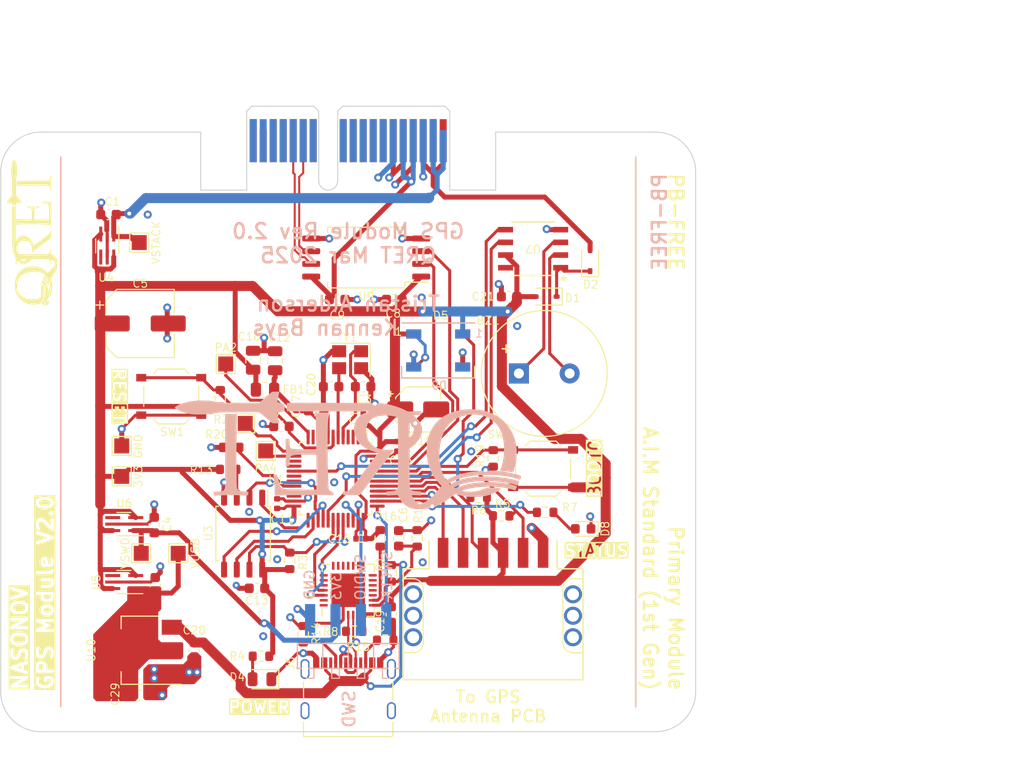
<source format=kicad_pcb>
(kicad_pcb (version 20221018) (generator pcbnew)
  (layers (0 "F.Cu" signal) (1 "In1.Cu" power) (2 "In2.Cu" power) (31 "B.Cu" signal) (34 "B.Paste" user) (35 "F.Paste" user) (36 "B.SilkS" user "B.Silkscreen") (37 "F.SilkS" user "F.Silkscreen") (38 "B.Mask" user) (39 "F.Mask" user) (44 "Edge.Cuts" user))
  (net 0 "")
  (net 1 "GND")
  (net 2 "V_PSU")
  (net 3 "+5V")
  (net 4 "+BATT")
  (net 5 "DB_LED")
  (net 6 "Net-(BZ1--)")
  (net 7 "Net-(BZ1-+)")
  (net 8 "V_REGUSB")
  (net 9 "OSC_IN")
  (net 10 "V_SWD")
  (net 11 "+3.3V")
  (net 12 "STM_RESET")
  (net 13 "+3.3VA")
  (net 14 "OSC_OUT")
  (net 15 "Net-(U2-VBUS)")
  (net 16 "Net-(D4-A)")
  (net 17 "Net-(D5-DOUT)")
  (net 18 "RGB_DATA")
  (net 19 "Net-(D8-A)")
  (net 21 "SWDIO")
  (net 22 "SWCLK")
  (net 23 "EXTINT_GPS")
  (net 24 "RST_GPS")
  (net 25 "SDA_GPS")
  (net 26 "SCL_GPS")
  (net 27 "USB_D-")
  (net 28 "USB_D+")
  (net 29 "5V_RAW")
  (net 30 "RESET_FL")
  (net 31 "Net-(D1-K)")
  (net 32 "Net-(U3-IO2)")
  (net 33 "BOOT0")
  (net 34 "BOOT1")
  (net 35 "Net-(U2-~{RST})")
  (net 39 "USB_TX")
  (net 42 "USB_RX")
  (net 45 "CS_FL")
  (net 46 "SCK_FL")
  (net 47 "MISO_FL")
  (net 48 "MOSI_FL")
  (net 49 "CAN_RX")
  (net 50 "CAN_TX")
  (net 70 "CAN_L")
  (net 71 "CAN_H")
  (net 72 "Net-(J6-CC1)")
  (net 74 "Net-(J6-CC2)")
  (net 77 "BUZZER_B")
  (net 79 "BUZZER_A")
  (net 100 "Net-(U1-PA2)")
  (net 101 "Net-(U1-PA3)")
  (net 104 "Net-(U1-PA4)")
  (footprint "Resistor_SMD:R_0603_1608Metric" (layer "F.Cu") (at 48.175 72.6)
    (fp_text reference "R4")
    (fp_text value "3.3k")
  )
  (footprint "Capacitor_SMD:C_0603_1608Metric" (layer "F.Cu") (at 32.925 28.4 180)
    (fp_text reference "C1")
    (fp_text value "1uF")
  )
  (footprint "Resistor_SMD:R_0603_1608Metric" (layer "F.Cu") (at 72.2 58.55 180)
    (fp_text reference "R5")
    (fp_text value "2.2k")
  )
  (footprint "LED_SMD:LED_0603_1608Metric" (layer "F.Cu") (at 80.4 59.85 180)
    (fp_text reference "D8")
    (fp_text value "DB_LED (YLW)")
  )
  (footprint "Capacitor_SMD:C_0805_2012Metric" (layer "F.Cu") (at 49.591352 43.0255 90)
    (fp_text reference "C12")
    (fp_text value "1uF")
  )
  (footprint "TestPoint:TestPoint_Pad_1.5x1.5mm" (layer "F.Cu") (at 48.65 52.05)
    (fp_text reference "TP4" hide)
    (fp_text value "PA4")
  )
  (footprint "Package_TO_SOT_SMD:SOT-223-3_TabPin2" (layer "F.Cu") (at 36.1 72 180)
    (fp_text reference "U10")
    (fp_text value "AMS1117-3.3")
  )
  (footprint "Package_DFN_QFN:QFN-28-1EP_5x5mm_P0.5mm_EP3.35x3.35mm" (layer "F.Cu") (at 56.9 66 90)
    (fp_text reference "U2")
    (fp_text value "CP2102N-Axx-xQFN28")
  )
  (footprint "Resistor_SMD:R_0603_1608Metric" (layer "F.Cu") (at 69.95 56.7 180)
    (fp_text reference "R6")
    (fp_text value "2.2k")
  )
  (footprint "Capacitor_SMD:C_0603_1608Metric" (layer "F.Cu") (at 53.691352 48.0255)
    (fp_text reference "C17")
    (fp_text value "10n")
  )
  (footprint "Resistor_SMD:R_0603_1608Metric" (layer "F.Cu") (at 44.9 53.9 180)
    (fp_text reference "R13")
    (fp_text value "10k")
  )
  (footprint "Capacitor_SMD:CP_Elec_6.3x5.9" (layer "F.Cu") (at 36.1 39.3)
    (fp_text reference "C5")
    (fp_text value "100uF")
  )
  (footprint "Capacitor_SMD:C_0603_1608Metric" (layer "F.Cu") (at 50.225 49.6 180)
    (fp_text reference "C7")
    (fp_text value "100nF")
  )
  (footprint "Capacitor_SMD:C_0603_1608Metric" (layer "F.Cu") (at 55.8 36.9 180)
    (fp_text reference "C9")
    (fp_text value "0.1u")
  )
  (footprint "TestPoint:TestPoint_Pad_1.5x1.5mm" (layer "F.Cu") (at 36.2 62.3 180)
    (fp_text reference "TP3" hide)
    (fp_text value "VSWD")
  )
  (footprint "TestPoint:TestPoint_Pad_1.5x1.5mm" (layer "F.Cu") (at 34.25 54.6)
    (fp_text reference "TP7" hide)
    (fp_text value "3V3")
  )
  (footprint "Resistor_SMD:R_0603_1608Metric" (layer "F.Cu") (at 60.1 60.8 90)
    (fp_text reference "R16")
    (fp_text value "1k")
  )
  (footprint "Capacitor_SMD:C_0603_1608Metric" (layer "F.Cu") (at 61.2 68.425 90)
    (fp_text reference "C19")
    (fp_text value "10uF")
  )
  (footprint "footprints:Buzzer_12.6x9.5RM5.0" (layer "F.Cu") (at 72.7 44.299999)
    (fp_text reference "BZ1")
    (fp_text value "PS1240P02BT")
  )
  (footprint "Capacitor_SMD:C_0603_1608Metric" (layer "F.Cu") (at 37.5 59.475 90)
    (fp_text reference "C4")
    (fp_text value "1uF")
  )
  (footprint "LMR66100:SC-70-6_Handsoldering" (layer "F.Cu") (at 34.5 59.375 180)
    (fp_text reference "U6")
    (fp_text value "LM66100DCKR")
  )
  (footprint "Resistor_SMD:R_0603_1608Metric" (layer "F.Cu") (at 61.2 64.3 90)
    (fp_text reference "R1")
    (fp_text value "22k")
  )
  (footprint "Resistor_SMD:R_0805_2012Metric" (layer "F.Cu") (at 48.578852 45.9255 180)
    (fp_text reference "FB1")
    (fp_text value "100R")
  )
  (footprint "LED_SMD:LED_WS2812B_PLCC4_5.0x5.0mm_P3.2mm" (layer "F.Cu") (at 65.9 42)
    (fp_text reference "D5")
    (fp_text value "WS2812B")
  )
  (footprint "Button_Switch_SMD:SW_Push_1P1T_XKB_TS-1187A" (layer "F.Cu") (at 39.2 46.6 180)
    (fp_text reference "SW1")
    (fp_text value "SW_STM_RESET")
  )
  (footprint "Capacitor_SMD:C_0603_1608Metric" (layer "F.Cu") (at 61.95 60.8 -90)
    (fp_text reference "C6")
    (fp_text value "1uF")
  )
  (footprint "Diode_SMD:D_SOD-323" (layer "F.Cu") (at 81.0941 33.01 90)
    (fp_text reference "D2")
    (fp_text value "1N5819WS")
  )
  (footprint "TestPoint:TestPoint_Pad_1.5x1.5mm" (layer "F.Cu") (at 39.9 62.3 -90)
    (fp_text reference "TP2" hide)
    (fp_text value "VUSB")
  )
  (footprint "Capacitor_SMD:C_0402_1005Metric" (layer "F.Cu") (at 58.891352 48.2255)
    (fp_text reference "C14")
    (fp_text value "100n")
  )
  (footprint "Connector_PCBEdge:BUS_PCIexpress_x1" (layer "F.Cu") (at 66.4 21 180)
    (fp_text reference "J4" hide)
    (fp_text value "Stack Male Edge Connector")
    (fp_line (start -0.65 -4.95) (end -0.65 2.95) (stroke (width 0.1)) (layer "Edge.Cuts"))
    (fp_line (start -0.65 2.95) (end -0.15 3.45) (stroke (width 0.1)) (layer "Edge.Cuts"))
    (fp_line (start -0.15 3.45) (end 10.05 3.45) (stroke (width 0.1)) (layer "Edge.Cuts"))
    (fp_line (start 10.55 -4) (end 10.55 2.95) (stroke (width 0.1)) (layer "Edge.Cuts"))
    (fp_line (start 10.55 2.95) (end 10.05 3.45) (stroke (width 0.1)) (layer "Edge.Cuts"))
    (fp_line (start 12.45 -4) (end 12.45 2.95) (stroke (width 0.1)) (layer "Edge.Cuts"))
    (fp_line (start 12.45 2.95) (end 12.95 3.45) (stroke (width 0.1)) (layer "Edge.Cuts"))
    (fp_line (start 12.95 3.45) (end 19.15 3.45) (stroke (width 0.1)) (layer "Edge.Cuts"))
    (fp_line (start 19.65 -4.95) (end 19.65 2.95) (stroke (width 0.1)) (layer "Edge.Cuts"))
    (fp_line (start 19.65 2.95) (end 19.15 3.45) (stroke (width 0.1)) (layer "Edge.Cuts"))
    (fp_arc (start 10.55 -4) (mid 11.5 -4.95) (end 12.45 -4) (stroke (width 0.1)) (layer "Edge.Cuts"))
  )
  (footprint "TestPoint:TestPoint_Pad_1.5x1.5mm" (layer "F.Cu") (at 44.65 43.35)
    (fp_text reference "TP10" hide)
    (fp_text value "PA2")
  )
  (footprint "Resistor_SMD:R_0603_1608Metric" (layer "F.Cu") (at 51.05 63.0505 -90)
    (fp_text reference "R3")
    (fp_text value "10k")
  )
  (footprint "Capacitor_SMD:C_0402_1005Metric" (layer "F.Cu") (at 49.791352 57.3255 90)
    (fp_text reference "C11")
    (fp_text value "100n")
  )
  (footprint "Capacitor_SMD:C_0603_1608Metric" (layer "F.Cu") (at 55.191352 45.6255 180)
    (fp_text reference "C20")
    (fp_text value "10p")
  )
  (footprint "Resistor_SMD:R_0603_1608Metric" (layer "F.Cu") (at 76.6 58.2 180)
    (fp_text reference "R7")
    (fp_text value "680R")
  )
  (footprint "Capacitor_SMD:C_0603_1608Metric" (layer "F.Cu") (at 36.1 76.5)
    (fp_text reference "C29")
    (fp_text value "10uF")
  )
  (footprint "Resistor_SMD:R_0603_1608Metric" (layer "F.Cu") (at 52.4 70.4 90)
    (fp_text reference "R14")
    (fp_text value "5.1k" hide)
  )
  (footprint "ISO1042:SOIC-8 ISO1042BDWV" (layer "F.Cu") (at 58.7 32.7 180)
    (fp_text reference "U9")
    (fp_text value "ISO1042BQDWVR")
  )
  (footprint "LMR66100:SC-70-6_Handsoldering" (layer "F.Cu") (at 32.8 31.5 -90)
    (fp_text reference "U4")
    (fp_text value "LM66100DCKR")
  )
  (footprint "TestPoint:TestPoint_Pad_1.5x1.5mm" (layer "F.Cu") (at 34.25 51.55)
    (fp_text reference "TP6" hide)
    (fp_text value "GND")
  )
  (footprint "Resistor_SMD:R_0603_1608Metric" (layer "F.Cu") (at 57.5 70.1 180)
    (fp_text reference "R8")
    (fp_text value "1.5k")
  )
  (footprint "Package_QFP:LQFP-48_7x7mm_P0.5mm" (layer "F.Cu") (at 55.641352 54.8255 -90)
    (fp_text reference "U1")
    (fp_text value "STM32F103CBT6")
  )
  (footprint "Crystal:Crystal_SMD_3225-4Pin_3.2x2.5mm" (layer "F.Cu") (at 57.091352 42.9255 180)
    (fp_text reference "Y1")
    (fp_text value "X322516MMB4SI")
  )
  (footprint "Package_SO:SOIC-8_5.23x5.23mm_P1.27mm" (layer "F.Cu") (at 46.391352 60.3255 -90)
    (fp_text reference "U3")
    (fp_text value "W25Q128JVS")
  )
  (footprint "Capacitor_SMD:C_0603_1608Metric" (layer "F.Cu") (at 37.6 65.5 90)
    (fp_text reference "C2" hide)
    (fp_text value "1uF")
  )
  (footprint "Capacitor_SMD:C_0603_1608Metric" (layer "F.Cu") (at 47.775 65.8 180)
    (fp_text reference "C13")
    (fp_text value "100nF")
  )
  (footprint "Resistor_SMD:R_0603_1608Metric" (layer "F.Cu") (at 45.2 51.7)
    (fp_text reference "R20")
    (fp_text value "100k")
  )
  (footprint "Capacitor_SMD:C_0805_2012Metric" (layer "F.Cu") (at 47.391352 42.9755 90)
    (fp_text reference "C18")
    (fp_text value "1uF")
  )
  (footprint "Capacitor_SMD:C_0402_1005Metric" (layer "F.Cu") (at 61.8 51.6 -90)
    (fp_text reference "C15")
    (fp_text value "100n")
  )
  (footprint "TestPoint:TestPoint_Pad_1.5x1.5mm" (layer "F.Cu") (at 46.6 49.3)
    (fp_text reference "TP11" hide)
    (fp_text value "PA3")
  )
  (footprint "Resistor_SMD:R_0603_1608Metric" (layer "F.Cu") (at 60.6 71)
    (fp_text reference "R15")
    (fp_text value "5.1k")
  )
  (footprint "footprints:CONN_GT8E-6P-2H(55)" (layer "F.Cu") (at 71.39 68.05)
    (fp_text reference "J1" hide)
    (fp_text value "GT8E-6P-2H(55)")
  )
  (footprint "Resistor_SMD:R_0603_1608Metric" (layer "F.Cu") (at 44.099999 46.775 -90)
    (fp_text reference "R2")
    (fp_text value "10k")
  )
  (footprint "Capacitor_SMD:C_0603_1608Metric" (layer "F.Cu") (at 61.5 36.9)
    (fp_text reference "C8")
    (fp_text value "0.1u")
  )
  (footprint "TestPoint:TestPoint_Pad_1.5x1.5mm" (layer "F.Cu") (at 36 31.2 180)
    (fp_text reference "TP1" hide)
    (fp_text value "VSTACK")
  )
  (footprint "Diode_SMD:D_SOD-323" (layer "F.Cu") (at 76.6941 36.61 180)
    (fp_text reference "D1")
    (fp_text value "1N5819WS")
  )
  (footprint "Capacitor_SMD:C_0402_1005Metric" (layer "F.Cu") (at 58.161352 60.8255 180)
    (fp_text reference "C16")
    (fp_text value "100n")
  )
  (footprint "footprints:SOP-8_TPK" (layer "F.Cu") (at 75.3941 31.815 180)
    (fp_text reference "U7")
    (fp_text value "TPM8837C-SO1R")
  )
  (footprint "Button_Switch_SMD:SW_Push_1P1T_XKB_TS-1187A" (layer "F.Cu") (at 76.391352 53.825)
    (fp_text reference "SW2")
    (fp_text value "SW_STM_BOOT_MODE")
  )
  (footprint "Capacitor_SMD:CP_Elec_4x5.4" (layer "F.Cu") (at 63.9 47.9)
    (fp_text reference "C10")
    (fp_text value "10uF")
  )
  (footprint "Resistor_SMD:R_0603_1608Metric" (layer "F.Cu") (at 71.4 52.8 90)
    (fp_text reference "R19")
    (fp_text value "100k")
  )
  (footprint "Capacitor_SMD:C_0603_1608Metric" (layer "F.Cu") (at 72.9941 36.61 180)
    (fp_text reference "C21")
    (fp_text value "100nF")
  )
  (footprint "Capacitor_SMD:C_0603_1608Metric" (layer "F.Cu") (at 41.5 72 -90)
    (fp_text reference "C28")
    (fp_text value "10uF")
  )
  (footprint "LED_SMD:LED_0805_2012Metric" (layer "F.Cu") (at 48.275 74.9 180)
    (fp_text reference "D4")
    (fp_text value "PWR_LED (GRN)")
  )
  (footprint "footprints:USB_C_DB-108PWB" (layer "F.Cu") (at 56.9 75.81)
    (fp_text reference "J6")
    (fp_text value "USB_C_Female_USB2_Small")
  )
  (footprint "LMR66100:SC-70-6_Handsoldering" (layer "F.Cu") (at 34.5 65.175 180)
    (fp_text reference "U5")
    (fp_text value "LM66100DCKR")
  )
  (footprint "Capacitor_SMD:C_0603_1608Metric" (layer "F.Cu") (at 58.391352 45.6255)
    (fp_text reference "C3")
    (fp_text value "10p")
  )
  (footprint "Resistor_SMD:R_0603_1608Metric" (layer "F.Cu") (at 63.8 60.8 -90)
    (fp_text reference "R10")
    (fp_text value "47k")
  )
  (footprint "LED_SMD:LED_WS2812B_PLCC4_5.0x5.0mm_P3.2mm" (layer "B.Cu") (at 65.9 42 180)
    (fp_text reference "D9")
    (fp_text value "WS2812B")
  )
  (footprint "SWD_Header:SWD_PinHeader_1x04_P2.54mm_Horizontal_SMD" (layer "B.Cu") (at 53.09 68.98 -90)
    (fp_text reference "J2" hide)
    (fp_text value "SWD_01x04_Pin")
  )
  (gr_line locked (start 85.65 22.65) (end 85.65 77.65) (stroke (width 0.15)) (layer "B.SilkS"))
  (gr_line locked (start 28.15 22.65) (end 28.15 77.65) (stroke (width 0.15)) (layer "B.SilkS"))
  (gr_poly (pts (xy 53.553667 48.196335) (xy 53.553195 48.196762) (xy 53.552837 48.197515) (xy 53.552454 48.199946) (xy 53.5525 48.203567) (xy 53.55296 48.208306) (xy 53.555055 48.220866) (xy 53.558605 48.23708) (xy 53.563477 48.256403) (xy 53.569542 48.278288) (xy 53.576664 48.302191) (xy 53.58471 48.327568) (xy 53.593273 48.355264) (xy 53.601864 48.384828) (xy 53.610259 48.415352) (xy 53.618224 48.445924) (xy 53.62553 48.475636) (xy 53.631938 48.503581) (xy 53.637225 48.528848) (xy 53.641154 48.550522) (xy 53.647923 48.661626) (xy 53.65509 48.894305) (xy 53.667967 49.590512) (xy 53.689132 51.072002) (xy 53.701833 51.820067) (xy 53.703246 51.8624) (xy 53.449245 51.879332) (xy 53.295408 51.886343) (xy 53.088749 51.891483) (xy 52.591996 51.896091) (xy 52.108996 51.893024) (xy 51.919539 51.888574) (xy 51.789779 51.882157) (xy 51.679192 51.872895) (xy 51.573438 51.862313) (xy 51.474956 51.850804) (xy 51.386199 51.838764) (xy 51.309613 51.826592) (xy 51.276649 51.820582) (xy 51.247645 51.814688) (xy 51.222908 51.808956) (xy 51.202745 51.803443) (xy 51.187458 51.798193) (xy 51.177355 51.793255) (xy 51.173822 51.79068) (xy 51.170124 51.787742) (xy 51.166293 51.784466) (xy 51.162362 51.780888) (xy 51.158366 51.777036) (xy 51.154336 51.772941) (xy 51.150307 51.768636) (xy 51.146311 51.764152) (xy 51.142381 51.759517) (xy 51.13855 51.754768) (xy 51.13485 51.749928) (xy 51.131318 51.745036) (xy 51.127982 51.740117) (xy 51.124877 51.735204) (xy 51.122041 51.73033) (xy 51.1195 51.725522) (xy 51.11165 51.708699) (xy 51.103997 51.689044) (xy 51.096574 51.666724) (xy 51.089404 51.641915) (xy 51.075969 51.585526) (xy 51.063937 51.521263) (xy 51.053561 51.450521) (xy 51.045087 51.374684) (xy 51.03876 51.295145) (xy 51.034833 51.213289) (xy 51.030357 51.093299) (xy 51.027838 51.04489) (xy 51.024693 51.003475) (xy 51.022778 50.98522) (xy 51.020584 50.968507) (xy 51.018068 50.953273) (xy 51.015189 50.939445) (xy 51.011902 50.926957) (xy 51.008173 50.915741) (xy 51.003952 50.905727) (xy 50.999201 50.896846) (xy 50.993883 50.889034) (xy 50.987953 50.88222) (xy 50.981368 50.876337) (xy 50.974089 50.871314) (xy 50.966076 50.867089) (xy 50.957283 50.863585) (xy 50.947673 50.860741) (xy 50.937202 50.858485) (xy 50.925831 50.856748) (xy 50.913515 50.855466) (xy 50.885895 50.853984) (xy 50.854007 50.853499) (xy 50.817521 50.853457) (xy 50.795435 50.853495) (xy 50.775634 50.85363) (xy 50.757952 50.853892) (xy 50.742226 50.854317) (xy 50.728298 50.854931) (xy 50.715996 50.855762) (xy 50.710406 50.856272) (xy 50.705164 50.85685) (xy 50.700247 50.857496) (xy 50.695637 50.858217) (xy 50.691313 50.859019) (xy 50.68725 50.859902) (xy 50.683434 50.86087) (xy 50.679842 50.861933) (xy 50.676454 50.863083) (xy 50.673248 50.864336) (xy 50.670204 50.865689) (xy 50.667303 50.867148) (xy 50.664525 50.868715) (xy 50.661849 50.870398) (xy 50.659254 50.872199) (xy 50.656719 50.874118) (xy 50.654223 50.876163) (xy 50.651749 50.878339) (xy 50.646776 50.883089) (xy 50.637427 50.893103) (xy 50.633646 50.898082) (xy 50.630439 50.903396) (xy 50.627786 50.909314) (xy 50.625667 50.916104) (xy 50.624068 50.92403) (xy 50.622965 50.933361) (xy 50.622342 50.944359) (xy 50.622178 50.957297) (xy 50.623163 50.990048) (xy 50.625768 51.033745) (xy 50.629844 51.090524) (xy 50.633746 51.168596) (xy 50.636724 51.24839) (xy 50.638376 51.32051) (xy 50.638582 51.350761) (xy 50.63831 51.375569) (xy 50.639238 51.446212) (xy 50.643601 51.560775) (xy 50.650613 51.703386) (xy 50.659479 51.858168) (xy 50.665565 51.965342) (xy 50.670084 52.056231) (xy 50.673046 52.13412) (xy 50.674471 52.202302) (xy 50.674373 52.264068) (xy 50.672772 52.322709) (xy 50.669684 52.381516) (xy 50.665122 52.443779) (xy 50.661558 52.494589) (xy 50.658307 52.55949) (xy 50.652951 52.72071) (xy 50.649444 52.905739) (xy 50.648187 53.092889) (xy 50.648086 53.268529) (xy 50.64844 53.338564) (xy 50.649488 53.397887) (xy 50.650376 53.423803) (xy 50.651555 53.447364) (xy 50.653071 53.468679) (xy 50.654959 53.487853) (xy 50.657263 53.505) (xy 50.660023 53.520223) (xy 50.663275 53.533627) (xy 50.66706 53.545327) (xy 50.671424 53.555426) (xy 50.676401 53.564033) (xy 50.682031 53.571256) (xy 50.688357 53.5772) (xy 50.695419 53.581978) (xy 50.703255 53.585694) (xy 50.711905 53.588456) (xy 50.721411 53.590372) (xy 50.731813 53.59155) (xy 50.743149 53.5921) (xy 50.75546 53.592125) (xy 50.768787 53.591736) (xy 50.833045 53.588192) (xy 50.848954 53.587345) (xy 50.863892 53.5864) (xy 50.877874 53.585352) (xy 50.890921 53.584199) (xy 50.90305 53.582936) (xy 50.914279 53.581567) (xy 50.924628 53.580084) (xy 50.934115 53.578488) (xy 50.942758 53.576776) (xy 50.950576 53.574946) (xy 50.957588 53.572999) (xy 50.963814 53.570924) (xy 50.96927 53.568731) (xy 50.973976 53.566407) (xy 50.976052 53.5652) (xy 50.977951 53.563957) (xy 50.979668 53.562686) (xy 50.98121 53.561378) (xy 50.985084 53.556518) (xy 50.988799 53.55026) (xy 50.992383 53.54241) (xy 50.995875 53.53276) (xy 51.002717 53.507254) (xy 51.009609 53.472124) (xy 51.016834 53.425752) (xy 51.024669 53.366511) (xy 51.0433 53.202955) (xy 51.054633 53.1074) (xy 51.068081 53.011332) (xy 51.082989 52.918075) (xy 51.098688 52.83095) (xy 51.114517 52.75329) (xy 51.129819 52.688408) (xy 51.137065 52.661799) (xy 51.143929 52.639634) (xy 51.150331 52.622324) (xy 51.156189 52.61029) (xy 51.164556 52.597962) (xy 51.173851 52.586356) (xy 51.184168 52.575427) (xy 51.195612 52.565134) (xy 51.20828 52.555437) (xy 51.222267 52.546294) (xy 51.23768 52.537663) (xy 51.254613 52.529505) (xy 51.273167 52.521773) (xy 51.293441 52.514433) (xy 51.315533 52.50744) (xy 51.339546 52.500752) (xy 51.365574 52.494329) (xy 51.393719 52.488129) (xy 51.424078 52.482112) (xy 51.456754 52.476234) (xy 51.567775 52.45906) (xy 51.682931 52.445478) (xy 51.808735 52.435231) (xy 51.951702 52.428081) (xy 52.118351 52.423772) (xy 52.315195 52.422061) (xy 52.825531 52.425436) (xy 53.12244 52.429271) (xy 53.37516 52.4339) (xy 53.556973 52.438531) (xy 53.612939 52.440597) (xy 53.641154 52.442367) (xy 53.707477 52.450834) (xy 53.718766 52.670966) (xy 53.726836 53.238409) (xy 53.728292 54.236593) (xy 53.723927 55.225255) (xy 53.714535 55.764123) (xy 53.703244 55.9264) (xy 52.454412 55.924991) (xy 51.937437 55.92429) (xy 51.529074 55.921507) (xy 51.35996 55.919013) (xy 51.211201 55.915614) (xy 51.080533 55.911181) (xy 50.965689 55.905587) (xy 50.864406 55.898701) (xy 50.774417 55.8904) (xy 50.693458 55.880552) (xy 50.619261 55.869031) (xy 50.549563 55.855705) (xy 50.482096 55.840449) (xy 50.414598 55.823135) (xy 50.344801 55.803632) (xy 50.311731 55.793769) (xy 50.281717 55.784181) (xy 50.254577 55.774718) (xy 50.230125 55.765226) (xy 50.20818 55.755551) (xy 50.198089 55.750597) (xy 50.188556 55.74554) (xy 50.179558 55.740364) (xy 50.17107 55.735045) (xy 50.163071 55.729565) (xy 50.155535 55.723907) (xy 50.148444 55.718051) (xy 50.141772 55.711976) (xy 50.135495 55.705663) (xy 50.129593 55.699097) (xy 50.124042 55.692255) (xy 50.118816 55.685117) (xy 50.113895 55.677668) (xy 50.109254 55.669888) (xy 50.104875 55.661755) (xy 50.100727 55.653251) (xy 50.096797 55.644358) (xy 50.093053 55.635057) (xy 50.086043 55.615149) (xy 50.07951 55.593379) (xy 50.032812 55.422478) (xy 49.975795 55.199854) (xy 49.918777 54.966913) (xy 49.872077 54.765057) (xy 49.861889 54.719753) (xy 49.852424 54.678931) (xy 49.843575 54.64234) (xy 49.835234 54.609723) (xy 49.827302 54.58084) (xy 49.823452 54.567715) (xy 49.819665 54.555431) (xy 49.815928 54.543956) (xy 49.812227 54.533253) (xy 49.808546 54.523298) (xy 49.804874 54.514054) (xy 49.801197 54.505494) (xy 49.797507 54.497584) (xy 49.793784 54.490294) (xy 49.790018 54.483591) (xy 49.786192 54.477446) (xy 49.782299 54.471829) (xy 49.778323 54.466703) (xy 49.774249 54.462042) (xy 49.770064 54.457813) (xy 49.765758 54.453985) (xy 49.761319 54.450524) (xy 49.756728 54.447404) (xy 49.751974 54.44459) (xy 49.747046 54.442053) (xy 49.741929 54.439757) (xy 49.73661 54.437679) (xy 49.726409 54.434455) (xy 49.713997 54.431662) (xy 49.69968 54.429303) (xy 49.683759 54.427382) (xy 49.666542 54.425898) (xy 49.64833 54.424853) (xy 49.629428 54.424253) (xy 49.61014 54.424095) (xy 49.590769 54.424387) (xy 49.571618 54.425123) (xy 49.552993 54.426315) (xy 49.535197 54.427955) (xy 49.518533 54.43005) (xy 49.503306 54.432604) (xy 49.48982 54.435617) (xy 49.478379 54.439089) (xy 49.468138 54.442952) (xy 49.45909 54.447244) (xy 49.451202 54.452128) (xy 49.444445 54.457764) (xy 49.438789 54.46432) (xy 49.436363 54.467993) (xy 49.434201 54.471954) (xy 49.430651 54.480835) (xy 49.428105 54.491124) (xy 49.426539 54.502982) (xy 49.425917 54.516576) (xy 49.426206 54.532068) (xy 49.427379 54.54962) (xy 49.429403 54.569394) (xy 49.432249 54.591558) (xy 49.440278 54.6437) (xy 49.459373 54.766223) (xy 49.466719 54.820979) (xy 49.473438 54.879885) (xy 49.487506 55.035614) (xy 49.506599 55.284346) (xy 49.518286 55.46532) (xy 49.529176 55.671694) (xy 49.537952 55.878071) (xy 49.543289 56.059046) (xy 49.546333 56.219312) (xy 49.548035 56.283121) (xy 49.550453 56.337101) (xy 49.554039 56.382042) (xy 49.556407 56.40137) (xy 49.559238 56.418738) (xy 49.562583 56.434242) (xy 49.566499 56.44798) (xy 49.571044 56.460054) (xy 49.576272 56.47056) (xy 49.582242 56.4796) (xy 49.589007 56.48727) (xy 49.596624 56.493671) (xy 49.60515 56.498901) (xy 49.614639 56.50306) (xy 49.625148 56.506245) (xy 49.636732 56.508557) (xy 49.649451 56.510093) (xy 49.663358 56.510954) (xy 49.678511 56.511238) (xy 49.712773 56.510471) (xy 49.798698 56.506368) (xy 51.480568 56.481142) (xy 53.766746 56.465446) (xy 54.128197 56.465351) (xy 54.426085 56.466281) (xy 54.668147 56.468471) (xy 54.862118 56.472146) (xy 55.015742 56.477542) (xy 55.136758 56.484892) (xy 55.187452 56.48937) (xy 55.232901 56.494424) (xy 55.274063 56.50008) (xy 55.311911 56.506368) (xy 55.322954 56.507704) (xy 55.333587 56.507785) (xy 55.343794 56.506672) (xy 55.353557 56.504419) (xy 55.362863 56.501088) (xy 55.371697 56.49674) (xy 55.380044 56.491433) (xy 55.38789 56.485222) (xy 55.395219 56.478172) (xy 55.402018 56.470339) (xy 55.408268 56.461784) (xy 55.413958 56.452565) (xy 55.41907 56.442741) (xy 55.423591 56.432371) (xy 55.427506 56.421518) (xy 55.430796 56.410233) (xy 55.433454 56.398585) (xy 55.435457 56.386626) (xy 55.436794 56.374417) (xy 55.43745 56.362017) (xy 55.437409 56.349487) (xy 55.436656 56.336883) (xy 55.435177 56.324267) (xy 55.432956 56.311698) (xy 55.42998 56.299236) (xy 55.426232 56.286937) (xy 55.421696 56.274861) (xy 55.416359 56.263068) (xy 55.410207 56.251619) (xy 55.403223 56.24057) (xy 55.395391 56.229979) (xy 55.386699 56.219913) (xy 55.382877 56.215933) (xy 55.377823 56.211442) (xy 55.371623 56.206482) (xy 55.364365 56.201104) (xy 55.347036 56.189278) (xy 55.326551 56.176343) (xy 55.303617 56.162681) (xy 55.278948 56.148672) (xy 55.253254 56.134697) (xy 55.227246 56.121135) (xy 55.13567 56.073525) (xy 55.098365 56.051983) (xy 55.066158 56.030778) (xy 55.038629 56.009029) (xy 55.026488 55.997672) (xy 55.015362 55.985849) (xy 55.005198 55.973451) (xy 54.995941 55.960364) (xy 54.987542 55.946481) (xy 54.979948 55.931693) (xy 54.973105 55.915885) (xy 54.966962 55.898951) (xy 54.95657 55.861263) (xy 54.948352 55.817745) (xy 54.94189 55.767518) (xy 54.93677 55.7097) (xy 54.93257 55.643414) (xy 54.925265 55.481901) (xy 54.91239 55.186449) (xy 54.90269 54.980957) (xy 54.893163 54.72184) (xy 54.881521 54.296568) (xy 54.867764 53.808851) (xy 54.859695 53.58001) (xy 54.85189 53.400512) (xy 54.844194 52.709177) (xy 54.845362 51.508388) (xy 54.853676 50.241187) (xy 54.86741 49.350623) (xy 54.872525 49.193637) (xy 54.878943 49.062317) (xy 54.882926 49.004254) (xy 54.887577 48.950174) (xy 54.893011 48.899273) (xy 54.899338 48.850736) (xy 54.906674 48.803755) (xy 54.915132 48.757514) (xy 54.924828 48.71121) (xy 54.935873 48.66403) (xy 54.948381 48.615161) (xy 54.962465 48.563798) (xy 54.995822 48.450335) (xy 55.012301 48.393437) (xy 55.025786 48.345207) (xy 55.031422 48.324195) (xy 55.036328 48.305176) (xy 55.04051 48.288093) (xy 55.043978 48.272887) (xy 55.04673 48.259497) (xy 55.04878 48.247873) (xy 55.050131 48.237947) (xy 55.050791 48.229672) (xy 55.05086 48.226131) (xy 55.050761 48.222981) (xy 55.050492 48.220212) (xy 55.050055 48.217822) (xy 55.049447 48.215796) (xy 55.048672 48.214132) (xy 55.047729 48.21282) (xy 55.046622 48.211855) (xy 54.302968 48.201978) (xy 53.776973 48.19704) (xy 53.615183 48.196026)) (fill solid) (layer "B.SilkS"))
  (gr_poly (pts (xy 44.815817 48.356657) (xy 44.792771 48.356778) (xy 44.771681 48.356973) (xy 44.752454 48.35725) (xy 44.734987 48.357613) (xy 44.719183 48.358066) (xy 44.70494 48.358612) (xy 44.692162 48.359258) (xy 44.680746 48.360007) (xy 44.670599 48.360864) (xy 44.661615 48.361837) (xy 44.653697 48.362925) (xy 44.646748 48.364136) (xy 44.640668 48.365475) (xy 44.637921 48.366194) (xy 44.635355 48.366944) (xy 44.632955 48.36773) (xy 44.63071 48.368553) (xy 44.62861 48.369408) (xy 44.626639 48.3703) (xy 44.624787 48.371228) (xy 44.62304 48.372196) (xy 44.619811 48.374239) (xy 44.616855 48.376439) (xy 44.614073 48.378797) (xy 44.611365 48.38132) (xy 44.608633 48.38401) (xy 44.598868 48.395202) (xy 44.594949 48.402206) (xy 44.591631 48.411351) (xy 44.588886 48.42354) (xy 44.586679 48.439674) (xy 44.583761 48.487375) (xy 44.58263 48.561668) (xy 44.583034 48.669762) (xy 44.587464 49.01619) (xy 44.603339 52.634456) (xy 44.595933 55.432512) (xy 44.591201 55.504697) (xy 44.58593 55.570663) (xy 44.580011 55.630733) (xy 44.573333 55.685234) (xy 44.569675 55.710496) (xy 44.565784 55.734492) (xy 44.561653 55.757258) (xy 44.557262 55.778836) (xy 44.552598 55.799265) (xy 44.547651 55.81859) (xy 44.542402 55.836848) (xy 44.536843 55.854081) (xy 44.530954 55.870331) (xy 44.524726 55.885636) (xy 44.518145 55.900041) (xy 44.511196 55.913585) (xy 44.503868 55.926308) (xy 44.496141 55.938249) (xy 44.488006 55.949453) (xy 44.479451 55.959959) (xy 44.470456 55.969808) (xy 44.461015 55.97904) (xy 44.451109 55.987694) (xy 44.440724 55.995814) (xy 44.429851 56.003443) (xy 44.418471 56.010616) (xy 44.406573 56.017376) (xy 44.394147 56.023767) (xy 44.367406 56.035652) (xy 44.337066 56.046955) (xy 44.303328 56.057648) (xy 44.266395 56.06771) (xy 44.226468 56.077118) (xy 44.183751 56.085853) (xy 44.090755 56.101202) (xy 43.989027 56.113574) (xy 43.880191 56.122787) (xy 43.765863 56.128661) (xy 43.647666 56.131011) (xy 43.626771 56.131065) (xy 43.607909 56.131247) (xy 43.590929 56.131579) (xy 43.575677 56.132092) (xy 43.562004 56.13281) (xy 43.549761 56.133765) (xy 43.538796 56.134977) (xy 43.528956 56.136479) (xy 43.52441 56.137347) (xy 43.520092 56.138296) (xy 43.515978 56.139329) (xy 43.512052 56.14045) (xy 43.508295 56.141667) (xy 43.504688 56.142977) (xy 43.501212 56.144385) (xy 43.497846 56.145894) (xy 43.494572 56.147511) (xy 43.491375 56.149235) (xy 43.488233 56.151072) (xy 43.485125 56.153024) (xy 43.478947 56.157289) (xy 43.472687 56.162056) (xy 43.460124 56.172183) (xy 43.455061 56.176883) (xy 43.450751 56.18168) (xy 43.447142 56.186824) (xy 43.444189 56.192568) (xy 43.441843 56.19916) (xy 43.440057 56.206859) (xy 43.438784 56.215913) (xy 43.437975 56.226577) (xy 43.437585 56.239098) (xy 43.437564 56.253735) (xy 43.438444 56.290352) (xy 43.440231 56.338445) (xy 43.441031 56.361061) (xy 43.441866 56.381388) (xy 43.442772 56.399584) (xy 43.443782 56.415814) (xy 43.444934 56.43023) (xy 43.446261 56.442999) (xy 43.447002 56.448811) (xy 43.447799 56.45427) (xy 43.448656 56.459397) (xy 43.449584 56.464211) (xy 43.450579 56.468731) (xy 43.451647 56.472975) (xy 43.452797 56.476969) (xy 43.454029 56.480728) (xy 43.455349 56.484273) (xy 43.456762 56.487622) (xy 43.45827 56.490799) (xy 43.459879 56.493822) (xy 43.461595 56.49671) (xy 43.463422 56.499484) (xy 43.46536 56.50216) (xy 43.467418 56.504765) (xy 43.469599 56.507315) (xy 43.471907 56.50983) (xy 43.476924 56.514835) (xy 43.482221 56.52006) (xy 43.487094 56.524642) (xy 43.491684 56.52859) (xy 43.496128 56.531922) (xy 43.500561 56.534649) (xy 43.505124 56.536787) (xy 43.509959 56.53835) (xy 43.515199 56.539352) (xy 43.520985 56.53981) (xy 43.527454 56.539735) (xy 43.534747 56.539144) (xy 43.543001 56.53805) (xy 43.552357 56.536471) (xy 43.562947 56.534417) (xy 43.588398 56.528946) (xy 43.699396 56.517802) (xy 43.909381 56.507006) (xy 44.516909 56.488905) (xy 45.192173 56.479534) (xy 45.486824 56.479652) (xy 45.716353 56.483789) (xy 46.11958 56.494373) (xy 46.323573 56.498475) (xy 46.495287 56.500724) (xy 46.636212 56.50269) (xy 46.692398 56.503097) (xy 46.740028 56.502708) (xy 46.779817 56.501208) (xy 46.796998 56.499948) (xy 46.812489 56.498292) (xy 46.82638 56.496205) (xy 46.838761 56.493645) (xy 46.849722 56.490579) (xy 46.859354 56.486965) (xy 46.867744 56.482764) (xy 46.874985 56.477934) (xy 46.881166 56.472442) (xy 46.886374 56.466245) (xy 46.890701 56.459307) (xy 46.894241 56.451586) (xy 46.897078 56.443047) (xy 46.899305 56.433651) (xy 46.901011 56.423357) (xy 46.902288 56.412127) (xy 46.903903 56.386703) (xy 46.905919 56.322922) (xy 46.906874 56.301629) (xy 46.90761 56.282611) (xy 46.908102 56.265705) (xy 46.908324 56.250736) (xy 46.90826 56.237534) (xy 46.908111 56.231548) (xy 46.907882 56.225938) (xy 46.907568 56.220683) (xy 46.907168 56.215768) (xy 46.906681 56.211166) (xy 46.906099 56.206858) (xy 46.905421 56.202823) (xy 46.904647 56.199041) (xy 46.903774 56.19549) (xy 46.902796 56.192146) (xy 46.901707 56.188991) (xy 46.900515 56.186006) (xy 46.899208 56.183161) (xy 46.897786 56.180444) (xy 46.896246 56.177831) (xy 46.894587 56.175298) (xy 46.892804 56.172826) (xy 46.890891 56.170396) (xy 46.888855 56.167984) (xy 46.886683 56.165568) (xy 46.881933 56.160646) (xy 46.877436 56.156358) (xy 46.872877 56.152486) (xy 46.868162 56.149003) (xy 46.863192 56.145895) (xy 46.857875 56.143141) (xy 46.852119 56.140725) (xy 46.845823 56.138629) (xy 46.838894 56.136834) (xy 46.831238 56.135316) (xy 46.82276 56.134062) (xy 46.813363 56.133052) (xy 46.802956 56.132269) (xy 46.791436 56.131691) (xy 46.778718 56.131301) (xy 46.74929 56.131011) (xy 46.685674 56.129874) (xy 46.611574 56.126669) (xy 46.53066 56.121709) (xy 46.446605 56.115314) (xy 46.36308 56.10779) (xy 46.283754 56.099461) (xy 46.2123 56.090633) (xy 46.15239 56.081624) (xy 46.113745 56.073986) (xy 46.077652 56.065315) (xy 46.04402 56.055532) (xy 46.012755 56.04456) (xy 45.99798 56.038603) (xy 45.983764 56.032323) (xy 45.970091 56.025704) (xy 45.956951 56.018741) (xy 45.944335 56.011427) (xy 45.932229 56.003746) (xy 45.920621 55.995693) (xy 45.9095 55.987253) (xy 45.898856 55.978424) (xy 45.888674 55.969192) (xy 45.878945 55.959547) (xy 45.869657 55.949482) (xy 45.860795 55.938988) (xy 45.852354 55.928051) (xy 45.844317 55.916663) (xy 45.836674 55.904815) (xy 45.829414 55.892499) (xy 45.822524 55.879705) (xy 45.815993 55.866421) (xy 45.80981 55.852639) (xy 45.798442 55.823546) (xy 45.788322 55.792347) (xy 45.777176 55.733098) (xy 45.767134 55.637719) (xy 45.758381 55.510688) (xy 45.751105 55.356488) (xy 45.745478 55.1796) (xy 45.741689 54.984507) (xy 45.740342 54.557623) (xy 45.740696 54.314669) (xy 45.737875 53.998294) (xy 45.732406 53.649375) (xy 45.724822 53.30879) (xy 45.715233 52.895863) (xy 45.711594 52.573954) (xy 45.713513 52.289615) (xy 45.720587 51.9894) (xy 45.727402 51.727243) (xy 45.732759 51.409786) (xy 45.736264 51.076985) (xy 45.737521 50.768789) (xy 45.742285 50.039244) (xy 45.754456 49.246199) (xy 45.759989 48.971914) (xy 45.76212 48.860585) (xy 45.763804 48.764836) (xy 45.764475 48.722418) (xy 45.765024 48.683437) (xy 45.765457 48.647739) (xy 45.765768 48.61517) (xy 45.765951 48.585577) (xy 45.766011 48.558806) (xy 45.765943 48.534709) (xy 45.765746 48.513129) (xy 45.765414 48.493912) (xy 45.764946 48.476909) (xy 45.764345 48.461961) (xy 45.763605 48.448923) (xy 45.763182 48.443069) (xy 45.762725 48.437634) (xy 45.762231 48.432602) (xy 45.7617 48.427949) (xy 45.761136 48.423657) (xy 45.760532 48.419709) (xy 45.759893 48.416083) (xy 45.759218 48.412764) (xy 45.758505 48.409727) (xy 45.757755 48.406958) (xy 45.756965 48.404434) (xy 45.756139 48.402142) (xy 45.755276 48.400055) (xy 45.754371 48.398158) (xy 45.75343 48.396434) (xy 45.75245 48.394861) (xy 45.751428 48.393416) (xy 45.750368 48.392089) (xy 45.74927 48.390853) (xy 45.748128 48.389694) (xy 45.74573 48.387522) (xy 45.743168 48.385423) (xy 45.737774 48.381913) (xy 45.730771 48.378774) (xy 45.709896 48.373495) (xy 45.676415 48.369373) (xy 45.62622 48.366195) (xy 45.555188 48.363748) (xy 45.459203 48.36181) (xy 45.175897 48.358611) (xy 45.000811 48.357272) (xy 44.929587 48.356846) (xy 44.868188 48.356627)) (fill solid) (layer "B.SilkS"))
  (gr_poly (pts (xy 49.578283 46.126425) (xy 49.513853 46.126983) (xy 49.454484 46.127872) (xy 49.40165 46.129057) (xy 49.356816 46.130505) (xy 49.321459 46.132188) (xy 49.297048 46.134067) (xy 49.289407 46.13507) (xy 49.285054 46.136113) (xy 49.268278 46.148188) (xy 49.229163 46.179791) (xy 49.094025 46.29292) (xy 48.899888 46.458176) (xy 48.666991 46.658222) (xy 48.431599 46.860606) (xy 48.230603 47.03058) (xy 48.149616 47.097913) (xy 48.085169 47.150548) (xy 48.039903 47.186278) (xy 48.02529 47.197117) (xy 48.016467 47.202912) (xy 47.960022 47.233956) (xy 46.062077 47.229722) (xy 45.287377 47.227474) (xy 44.661903 47.223373) (xy 44.231689 47.218212) (xy 44.104193 47.215484) (xy 44.042776 47.21279) (xy 43.962873 47.200112) (xy 43.836402 47.176984) (xy 43.680827 47.146709) (xy 43.513611 47.112601) (xy 43.105801 47.026522) (xy 42.527245 47.012411) (xy 42.216071 47.006414) (xy 42.100725 47.005367) (xy 42.00425 47.005708) (xy 41.920672 47.007506) (xy 41.844023 47.010823) (xy 41.768334 47.015728) (xy 41.687632 47.022289) (xy 41.463157 47.046396) (xy 41.235107 47.078887) (xy 41.007984 47.118754) (xy 40.786287 47.164989) (xy 40.574509 47.216579) (xy 40.377152 47.27252) (xy 40.285288 47.301803) (xy 40.198713 47.3318) (xy 40.117991 47.362378) (xy 40.043688 47.393411) (xy 39.999313 47.413349) (xy 39.955312 47.434376) (xy 39.912029 47.456258) (xy 39.869812 47.47876) (xy 39.828999 47.501653) (xy 39.789937 47.524702) (xy 39.752964 47.547673) (xy 39.718426 47.570329) (xy 39.686668 47.592441) (xy 39.658031 47.613774) (xy 39.632859 47.634092) (xy 39.611493 47.653166) (xy 39.602343 47.662162) (xy 39.594276 47.670757) (xy 39.587332 47.678929) (xy 39.581555 47.68664) (xy 39.576987 47.693862) (xy 39.573671 47.700571) (xy 39.571649 47.706733) (xy 39.570967 47.712324) (xy 39.57124 47.720779) (xy 39.572166 47.728789) (xy 39.573897 47.736497) (xy 39.576588 47.74405) (xy 39.580398 47.751595) (xy 39.585477 47.759279) (xy 39.591983 47.767248) (xy 39.600071 47.775646) (xy 39.609896 47.784626) (xy 39.621611 47.794329) (xy 39.635371 47.804907) (xy 39.651334 47.816503) (xy 39.690484 47.843337) (xy 39.7403 47.876011) (xy 39.804093 47.916538) (xy 39.868598 47.955083) (xy 39.93399 47.991719) (xy 40.000451 48.026514) (xy 40.068161 48.059543) (xy 40.1373 48.09087) (xy 40.208045 48.120568) (xy 40.280578 48.14871) (xy 40.35508 48.17536) (xy 40.431729 48.200594) (xy 40.510707 48.224481) (xy 40.592192 48.247089) (xy 40.676363 48.26849) (xy 40.763403 48.288756) (xy 40.9468 48.326156) (xy 41.100375 48.353502) (xy 41.241434 48.37453) (xy 41.381003 48.389805) (xy 41.530116 48.399886) (xy 41.6998 48.405338) (xy 41.901085 48.406723) (xy 42.145 48.404599) (xy 42.442578 48.399534) (xy 43.148135 48.386836) (xy 43.533368 48.300756) (xy 43.6913 48.266667) (xy 43.836931 48.236549) (xy 43.954254 48.213841) (xy 43.997294 48.206339) (xy 44.027256 48.201979) (xy 44.209926 48.195937) (xy 44.633503 48.19069) (xy 46.040911 48.183635) (xy 47.945911 48.1794) (xy 48.023522 48.216091) (xy 48.050273 48.232124) (xy 48.091476 48.261288) (xy 48.147296 48.303748) (xy 48.217903 48.35967) (xy 48.404126 48.512556) (xy 48.651464 48.721267) (xy 48.869814 48.907093) (xy 49.058395 49.065931) (xy 49.196971 49.180849) (xy 49.241181 49.216547) (xy 49.2653 49.234911) (xy 49.3288 49.280067) (xy 49.625134 49.287123) (xy 49.679952 49.288291) (xy 49.729248 49.289122) (xy 49.773317 49.289585) (xy 49.812457 49.289638) (xy 49.846969 49.289242) (xy 49.862582 49.288865) (xy 49.877147 49.288363) (xy 49.890706 49.287731) (xy 49.903291 49.286961) (xy 49.914943 49.286056) (xy 49.925698 49.285007) (xy 49.935593 49.283807) (xy 49.944666 49.282453) (xy 49.952951 49.280942) (xy 49.960492 49.279268) (xy 49.967317 49.277427) (xy 49.973472 49.275413) (xy 49.978988 49.273222) (xy 49.983906 49.270851) (xy 49.988263 49.268294) (xy 49.992092 49.265545) (xy 49.995436 49.262601) (xy 49.998329 49.259458) (xy 50.000805 49.256108) (xy 50.002907 49.252551) (xy 50.00467 49.248778) (xy 50.006133 49.24479) (xy 50.005348 49.230367) (xy 50.000111 49.198995) (xy 49.978088 49.093272) (xy 49.943626 48.943363) (xy 49.900299 48.765012) (xy 49.877752 48.673204) (xy 49.856974 48.586438) (xy 49.838411 48.506722) (xy 49.822512 48.436047) (xy 49.80972 48.376418) (xy 49.800485 48.329837) (xy 49.795253 48.298307) (xy 49.794274 48.288807) (xy 49.794468 48.283823) (xy 49.798255 48.275262) (xy 49.80392 48.266996) (xy 49.811663 48.258959) (xy 49.821674 48.25108) (xy 49.83415 48.243292) (xy 49.849286 48.235528) (xy 49.867271 48.227717) (xy 49.888303 48.219794) (xy 49.912578 48.211688) (xy 49.94029 48.20333) (xy 50.006794 48.185595) (xy 50.089371 48.16604) (xy 50.189578 48.144123) (xy 50.24691 48.131408) (xy 50.301628 48.118854) (xy 50.352446 48.106766) (xy 50.39807 48.09544) (xy 50.437211 48.08517) (xy 50.46858 48.076256) (xy 50.480948 48.072402) (xy 50.490887 48.068997) (xy 50.498241 48.066081) (xy 50.502844 48.063688) (xy 50.513557 48.05686) (xy 50.517891 48.052718) (xy 50.521607 48.047416) (xy 50.524755 48.040445) (xy 50.527375 48.031295) (xy 50.529523 48.019455) (xy 50.531243 48.004421) (xy 50.533588 47.962733) (xy 50.534793 47.902163) (xy 50.5353 47.708088) (xy 50.535084 47.613634) (xy 50.534798 47.573385) (xy 50.534374 47.537455) (xy 50.533802 47.505601) (xy 50.533069 47.47758) (xy 50.532159 47.45314) (xy 50.531067 47.432041) (xy 50.529775 47.414031) (xy 50.528272 47.398871) (xy 50.526546 47.386309) (xy 50.525595 47.380927) (xy 50.524585 47.376102) (xy 50.52351 47.371806) (xy 50.522374 47.368006) (xy 50.521173 47.364669) (xy 50.519906 47.36177) (xy 50.518568 47.359274) (xy 50.517163 47.357149) (xy 50.515684 47.355369) (xy 50.514132 47.3539) (xy 50.504031 47.34946) (xy 50.483043 47.342721) (xy 50.452468 47.33403) (xy 50.413591 47.323736) (xy 50.316092 47.299727) (xy 50.200868 47.273468) (xy 50.147165 47.261818) (xy 50.099065 47.251122) (xy 50.056221 47.241234) (xy 50.018281 47.232016) (xy 49.984899 47.223327) (xy 49.969806 47.219137) (xy 49.955722 47.215026) (xy 49.942602 47.210978) (xy 49.930401 47.206975) (xy 49.919077 47.202999) (xy 49.908591 47.19903) (xy 49.89889 47.195056) (xy 49.889938 47.191052) (xy 49.881685 47.187008) (xy 49.874092 47.182903) (xy 49.867113 47.178719) (xy 49.860708 47.174438) (xy 49.854828 47.170042) (xy 49.849433 47.165515) (xy 49.844478 47.160842) (xy 49.839921 47.156001) (xy 49.835714 47.150976) (xy 49.831819 47.145749) (xy 49.82819 47.140304) (xy 49.82478 47.134621) (xy 49.82155 47.128687) (xy 49.818455 47.122479) (xy 49.81342 47.108036) (xy 49.812029 47.099137) (xy 49.811509 47.088436) (xy 49.81347 47.059574) (xy 49.820041 47.017351) (xy 49.831973 46.957663) (xy 49.850006 46.876415) (xy 49.907357 46.632821) (xy 49.936126 46.511097) (xy 49.959191 46.411236) (xy 49.976932 46.331149) (xy 49.983925 46.29787) (xy 49.989728 46.268755) (xy 49.994391 46.243544) (xy 49.997961 46.221976) (xy 50.000486 46.203787) (xy 50.002009 46.188719) (xy 50.002582 46.176514) (xy 50.002254 46.166908) (xy 50.001767 46.162999) (xy 50.00107 46.159643) (xy 50.000172 46.156806) (xy 49.999076 46.154455) (xy 49.99634 46.149721) (xy 49.993119 46.145547) (xy 49.988971 46.141896) (xy 49.983446 46.138736) (xy 49.976089 46.136029) (xy 49.96646 46.133745) (xy 49.954104 46.131842) (xy 49.938575 46.130291) (xy 49.896209 46.128094) (xy 49.835764 46.126872) (xy 49.646301 46.126233)) (fill solid) (layer "B.SilkS"))
  (gr_poly (pts (xy 52.060023 47.232168) (xy 51.629593 47.233316) (xy 51.307079 47.234829) (xy 51.181452 47.2358) (xy 51.076988 47.236955) (xy 50.99176 47.238325) (xy 50.923827 47.239939) (xy 50.871249 47.241831) (xy 50.832096 47.244032) (xy 50.804426 47.246571) (xy 50.794291 47.247978) (xy 50.786303 47.249479) (xy 50.780217 47.251083) (xy 50.775792 47.252792) (xy 50.772784 47.254606) (xy 50.770954 47.256533) (xy 50.768671 47.260664) (xy 50.766582 47.267284) (xy 50.762972 47.288305) (xy 50.760092 47.320208) (xy 50.757902 47.363603) (xy 50.756376 47.419102) (xy 50.755477 47.487315) (xy 50.75543 47.664343) (xy 50.755705 47.731712) (xy 50.75602 47.790803) (xy 50.756421 47.842197) (xy 50.756954 47.886486) (xy 50.757282 47.906146) (xy 50.757659 47.924248) (xy 50.75809 47.940866) (xy 50.758581 47.956072) (xy 50.759136 47.969941) (xy 50.759767 47.982543) (xy 50.760469 47.993954) (xy 50.761253 48.004247) (xy 50.762123 48.01349) (xy 50.763087 48.021764) (xy 50.764148 48.029137) (xy 50.765313 48.035686) (xy 50.765934 48.038671) (xy 50.766585 48.041477) (xy 50.767263 48.044115) (xy 50.767971 48.04659) (xy 50.76871 48.048915) (xy 50.769477 48.051097) (xy 50.770277 48.053143) (xy 50.771108 48.055069) (xy 50.771971 48.056876) (xy 50.77287 48.058578) (xy 50.7738 48.060185) (xy 50.774767 48.061701) (xy 50.775768 48.063141) (xy 50.776804 48.06451) (xy 50.778989 48.067075) (xy 50.781325 48.069475) (xy 50.783818 48.071778) (xy 50.786475 48.074058) (xy 50.789299 48.076388) (xy 50.813917 48.084369) (xy 50.893897 48.090477) (xy 51.39008 48.098086) (xy 54.91821 48.10179) (xy 57.812927 48.105317) (xy 58.695468 48.108932) (xy 59.021721 48.113077) (xy 59.021853 48.113807) (xy 59.021459 48.114661) (xy 59.019146 48.116739) (xy 59.014886 48.119279) (xy 59.00878 48.122251) (xy 58.991435 48.129349) (xy 58.967922 48.137772) (xy 58.939054 48.147254) (xy 58.905635 48.15753) (xy 58.868482 48.168333) (xy 58.828398 48.179401) (xy 58.768916 48.195664) (xy 58.713013 48.211737) (xy 58.660379 48.227766) (xy 58.610693 48.243891) (xy 58.563633 48.26026) (xy 58.518886 48.277007) (xy 58.476133 48.29428) (xy 58.435053 48.312221) (xy 58.395328 48.330971) (xy 58.356641 48.350677) (xy 58.318674 48.371475) (xy 58.281109 48.393515) (xy 58.243625 48.416934) (xy 58.205907 48.441874) (xy 58.167635 48.468484) (xy 58.128488 48.4969) (xy 58.080279 48.534475) (xy 58.03358 48.574124) (xy 57.988455 48.615777) (xy 57.944956 48.659355) (xy 57.903145 48.704785) (xy 57.863079 48.751991) (xy 57.824815 48.800901) (xy 57.788411 48.851443) (xy 57.753925 48.903536) (xy 57.721416 48.957111) (xy 57.690941 49.012089) (xy 57.662557 49.068401) (xy 57.636323 49.125967) (xy 57.612298 49.184718) (xy 57.590538 49.244574) (xy 57.571101 49.305467) (xy 57.545203 49.398448) (xy 57.523595 49.491584) (xy 57.506273 49.584762) (xy 57.493226 49.67787) (xy 57.484441 49.770792) (xy 57.479918 49.863423) (xy 57.479643 49.955649) (xy 57.483611 50.047359) (xy 57.491811 50.138439) (xy 57.504239 50.22878) (xy 57.52088 50.31827) (xy 57.541731 50.406794) (xy 57.566783 50.494245) (xy 57.596025 50.58051) (xy 57.629452 50.665477) (xy 57.667055 50.749032) (xy 57.72218 50.856449) (xy 57.782686 50.960596) (xy 57.84843 51.061342) (xy 57.919269 51.158566) (xy 57.995061 51.252132) (xy 58.075662 51.341914) (xy 58.160933 51.42779) (xy 58.250726 51.509622) (xy 58.344903 51.58729) (xy 58.443318 51.660662) (xy 58.545832 51.72961) (xy 58.652298 51.794006) (xy 58.762577 51.853723) (xy 58.876524 51.908631) (xy 58.993998 51.958603) (xy 59.114857 52.00351) (xy 59.183867 52.025833) (xy 59.275368 52.053231) (xy 59.493034 52.114461) (xy 59.70223 52.169603) (xy 59.783149 52.189395) (xy 59.837344 52.201068) (xy 59.842828 52.201908) (xy 59.848156 52.202839) (xy 59.853297 52.203849) (xy 59.858224 52.204926) (xy 59.862912 52.206061) (xy 59.867333 52.207244) (xy 59.871461 52.208464) (xy 59.875266 52.209711) (xy 59.878728 52.210974) (xy 59.881813 52.212243) (xy 59.884497 52.213509) (xy 59.885682 52.214138) (xy 59.886754 52.214759) (xy 59.887715 52.215375) (xy 59.888558 52.215986) (xy 59.88928 52.216585) (xy 59.889877 52.217176) (xy 59.89035 52.217756) (xy 59.890689 52.218322) (xy 59.890895 52.218874) (xy 59.890967 52.219411) (xy 59.884468 52.234715) (xy 59.861996 52.26988) (xy 59.751267 52.4242) (xy 59.523062 52.731182) (xy 59.141667 53.239644) (xy 58.403347 54.220918) (xy 57.900241 54.885881) (xy 57.580757 55.302404) (xy 57.47375 55.438705) (xy 57.393301 55.538343) (xy 57.321124 55.625857) (xy 57.255907 55.703587) (xy 57.196793 55.772133) (xy 57.142939 55.832098) (xy 57.093488 55.884085) (xy 57.047597 55.928697) (xy 57.025718 55.948423) (xy 57.004412 55.96653) (xy 56.983571 55.983096) (xy 56.963087 55.99819) (xy 56.942856 56.011894) (xy 56.922771 56.024279) (xy 56.902724 56.035419) (xy 56.882611 56.045394) (xy 56.862326 56.054277) (xy 56.841763 56.06214) (xy 56.820815 56.069064) (xy 56.799375 56.075119) (xy 56.777338 56.080382) (xy 56.754599 56.08493) (xy 56.706581 56.092175) (xy 56.654475 56.097457) (xy 56.597433 56.101378) (xy 56.528046 56.105884) (xy 56.5 56.108401) (xy 56.475988 56.111498) (xy 56.465404 56.113361) (xy 56.455716 56.11548) (xy 56.446887 56.117899) (xy 56.438882 56.120652) (xy 56.431661 56.123778) (xy 56.425189 56.127314) (xy 56.419428 56.131302) (xy 56.414341 56.135773) (xy 56.409892 56.140774) (xy 56.406039 56.146334) (xy 56.402751 56.152495) (xy 56.399988 56.159299) (xy 56.397713 56.166777) (xy 56.395887 56.174969) (xy 56.394475 56.183915) (xy 56.393439 56.193652) (xy 56.39235 56.215651) (xy 56.392316 56.241269) (xy 56.394232 56.304577) (xy 56.395357 56.335967) (xy 56.396758 56.363597) (xy 56.398636 56.387681) (xy 56.4012 56.408426) (xy 56.402803 56.417616) (xy 56.404658 56.42605) (xy 56.406785 56.433752) (xy 56.409216 56.440756) (xy 56.41197 56.447082) (xy 56.41508 56.45276) (xy 56.418566 56.457814) (xy 56.422454 56.462271) (xy 56.426776 56.466158) (xy 56.431552 56.469498) (xy 56.436809 56.472323) (xy 56.442574 56.474656) (xy 56.448873 56.476523) (xy 56.455731 56.477953) (xy 56.463171 56.47897) (xy 56.471227 56.4796) (xy 56.479917 56.479872) (xy 56.48927 56.479807) (xy 56.510066 56.478791) (xy 56.533821 56.476753) (xy 56.560743 56.473912) (xy 56.662434 56.467676) (xy 56.814943 56.463725) (xy 57.000555 56.461955) (xy 57.201566 56.46227) (xy 57.40026 56.464568) (xy 57.578927 56.468753) (xy 57.719858 56.474721) (xy 57.805345 56.482378) (xy 57.84339 56.488387) (xy 57.859513 56.490726) (xy 57.87398 56.49261) (xy 57.887001 56.494029) (xy 57.898783 56.49498) (xy 57.909535 56.495451) (xy 57.919469 56.49543) (xy 57.928787 56.494917) (xy 57.937704 56.493898) (xy 57.946426 56.492367) (xy 57.955163 56.490316) (xy 57.964124 56.487733) (xy 57.973516 56.484616) (xy 57.983551 56.480952) (xy 57.994433 56.476732) (xy 58.009217 56.470748) (xy 58.023933 56.463907) (xy 58.038578 56.456214) (xy 58.053149 56.447674) (xy 58.067646 56.438291) (xy 58.082069 56.428068) (xy 58.096413 56.41701) (xy 58.110674 56.405122) (xy 58.124853 56.392404) (xy 58.138949 56.378868) (xy 58.152957 56.36451) (xy 58.166875 56.349337) (xy 58.180704 56.333356) (xy 58.194439 56.316566) (xy 58.208078 56.298977) (xy 58.221621 56.280591) (xy 58.760668 55.552457) (xy 59.189292 54.972843) (xy 59.535366 54.501177) (xy 59.902519 54.006605) (xy 60.08077 53.772987) (xy 60.260678 53.5418) (xy 60.44614 53.308033) (xy 60.641062 53.066672) (xy 61.074888 52.541145) (xy 61.196015 52.395838) (xy 61.2446 52.337098) (xy 61.285872 52.286462) (xy 61.32034 52.243043) (xy 61.33518 52.223764) (xy 61.348509 52.205961) (xy 61.36039 52.189517) (xy 61.370886 52.174328) (xy 61.380061 52.160282) (xy 61.387978 52.147268) (xy 61.394703 52.135175) (xy 61.400292 52.123896) (xy 61.404815 52.113315) (xy 61.408333 52.103329) (xy 61.410908 52.093819) (xy 61.412606 52.084683) (xy 61.413491 52.075806) (xy 61.413622 52.067077) (xy 61.413063 52.05839) (xy 61.411883 52.049628) (xy 61.410139 52.040688) (xy 61.407897 52.031455) (xy 61.40217 52.011674) (xy 61.39521 51.989399) (xy 61.392624 51.980863) (xy 61.390133 51.973208) (xy 61.387691 51.966394) (xy 61.385266 51.960385) (xy 61.384048 51.957667) (xy 61.382817 51.955134) (xy 61.381571 51.952784) (xy 61.380303 51.950606) (xy 61.379009 51.948598) (xy 61.377686 51.946754) (xy 61.376327 51.94507) (xy 61.374926 51.94354) (xy 61.373478 51.942157) (xy 61.371985 51.940921) (xy 61.370433 51.93982) (xy 61.368821 51.938853) (xy 61.367144 51.938016) (xy 61.365397 51.937301) (xy 61.363576 51.936704) (xy 61.361676 51.93622) (xy 61.359687 51.935843) (xy 61.357612 51.935566) (xy 61.355441 51.935389) (xy 61.353172 51.935305) (xy 61.350799 51.935305) (xy 61.348313 51.93539) (xy 61.342999 51.935778) (xy 61.225667 51.944672) (xy 61.093056 51.94925) (xy 60.950391 51.949692) (xy 60.802899 51.946187) (xy 60.655798 51.938907) (xy 60.514326 51.928039) (xy 60.383697 51.913765) (xy 60.269145 51.896268) (xy 60.190343 51.880836) (xy 60.112259 51.862638) (xy 60.035059 51.841753) (xy 59.958898 51.81826) (xy 59.883936 51.792235) (xy 59.810331 51.76376) (xy 59.738245 51.732911) (xy 59.667836 51.699769) (xy 59.599259 51.664412) (xy 59.53268 51.626915) (xy 59.468253 51.58736) (xy 59.406138 51.545827) (xy 59.346499 51.502392) (xy 59.289488 51.45713) (xy 59.23527 51.410127) (xy 59.184 51.361457) (xy 59.138916 51.31539) (xy 59.096232 51.268152) (xy 59.055913 51.219666) (xy 59.017909 51.169854) (xy 58.982178 51.118635) (xy 58.948677 51.065932) (xy 58.917366 51.011667) (xy 58.888197 50.955761) (xy 58.861127 50.898136) (xy 58.836113 50.83871) (xy 58.813114 50.777409) (xy 58.792085 50.714153) (xy 58.772982 50.648862) (xy 58.755765 50.581458) (xy 58.740385 50.511864) (xy 58.7268 50.439999) (xy 58.713858 50.355746) (xy 58.704115 50.272868) (xy 58.697553 50.191406) (xy 58.69415 50.111399) (xy 58.69388 50.032885) (xy 58.696722 49.955901) (xy 58.702653 49.880486) (xy 58.711654 49.806677) (xy 58.723695 49.734514) (xy 58.738763 49.664033) (xy 58.756831 49.595278) (xy 58.777874 49.52828) (xy 58.801871 49.463082) (xy 58.828802 49.399718) (xy 58.858644 49.338231) (xy 58.891372 49.278657) (xy 58.926963 49.221033) (xy 58.965399 49.165399) (xy 59.006654 49.111793) (xy 59.050708 49.060253) (xy 59.097536 49.010818) (xy 59.147117 48.963525) (xy 59.199426 48.918411) (xy 59.254446 48.87552) (xy 59.312149 48.834884) (xy 59.372516 48.796541) (xy 59.43552 48.760535) (xy 59.501145 48.726901) (xy 59.569362 48.695675) (xy 59.640154 48.6669) (xy 59.713496 48.640609) (xy 59.789366 48.616846) (xy 59.85 48.6) (xy 59.912684 48.584398) (xy 59.977189 48.570066) (xy 60.043278 48.557025) (xy 60.179297 48.534915) (xy 60.318887 48.518244) (xy 60.460197 48.507195) (xy 60.601374 48.501949) (xy 60.740565 48.50269) (xy 60.808839 48.505364) (xy 60.875922 48.509601) (xy 60.945248 48.515256) (xy 61.017636 48.522573) (xy 61.167736 48.541416) (xy 61.318462 48.564591) (xy 61.462064 48.590562) (xy 61.590779 48.61779) (xy 61.647134 48.631393) (xy 61.696859 48.644737) (xy 61.738984 48.657623) (xy 61.772543 48.669865) (xy 61.796563 48.681263) (xy 61.804694 48.686591) (xy 61.810078 48.691635) (xy 61.815318 48.700291) (xy 61.820452 48.71354) (xy 61.830362 48.753634) (xy 61.839745 48.81159) (xy 61.848531 48.887072) (xy 61.856654 48.979755) (xy 61.864053 49.089304) (xy 61.870656 49.215387) (xy 61.876401 49.357679) (xy 61.885595 50.481585) (xy 61.886456 52.497401) (xy 61.880172 54.463476) (xy 61.867931 55.438157) (xy 61.861194 55.507614) (xy 61.853712 55.572874) (xy 61.845535 55.633568) (xy 61.836713 55.689334) (xy 61.827295 55.739807) (xy 61.817331 55.784628) (xy 61.812161 55.804803) (xy 61.806872 55.823427) (xy 61.801472 55.840458) (xy 61.795968 55.855845) (xy 61.7909 55.868255) (xy 61.784736 55.880585) (xy 61.777533 55.892788) (xy 61.769354 55.904816) (xy 61.760255 55.916618) (xy 61.7503 55.928151) (xy 61.739549 55.939365) (xy 61.728057 55.950212) (xy 61.715887 55.960649) (xy 61.703101 55.970622) (xy 61.689753 55.980087) (xy 61.67591 55.988996) (xy 61.66163 55.997301) (xy 61.64697 56.004957) (xy 61.63199 56.011913) (xy 61.616755 56.018122) (xy 61.593436 56.026049) (xy 61.565608 56.033915) (xy 61.498355 56.04921) (xy 61.418863 56.063515) (xy 61.331006 56.076331) (xy 61.238649 56.087163) (xy 61.145664 56.095513) (xy 61.055921 56.100888) (xy 60.97329 56.102789) (xy 60.926914 56.102964) (xy 60.885987 56.10366) (xy 60.850172 56.105125) (xy 60.819127 56.107618) (xy 60.805285 56.109329) (xy 60.792513 56.111395) (xy 60.780761 56.11384) (xy 60.76999 56.116704) (xy 60.760157 56.120016) (xy 60.751223 56.123807) (xy 60.74314 56.128108) (xy 60.735869 56.132951) (xy 60.729368 56.138372) (xy 60.723592 56.144396) (xy 60.718501 56.15106) (xy 60.714054 56.158392) (xy 60.710201 56.166429) (xy 60.706909 56.175197) (xy 60.70413 56.184732) (xy 60.701827 56.195065) (xy 60.69995 56.206222) (xy 60.698465 56.218245) (xy 60.69648 56.244996) (xy 60.695539 56.275571) (xy 60.695301 56.310224) (xy 60.696319 56.37831) (xy 60.698517 56.405871) (xy 60.702666 56.429462) (xy 60.70566 56.439851) (xy 60.709373 56.449348) (xy 60.713881 56.457986) (xy 60.719261 56.465798) (xy 60.72559 56.472814) (xy 60.732944 56.47907) (xy 60.741402 56.4846) (xy 60.751039 56.489433) (xy 60.761932 56.493606) (xy 60.774161 56.49715) (xy 60.802925 56.502487) (xy 60.837948 56.505707) (xy 60.879845 56.507073) (xy 60.929237 56.506852) (xy 60.986733 56.505309) (xy 61.128513 56.499311) (xy 61.642156 56.475323) (xy 61.834066 56.466856) (xy 61.883455 56.5106) (xy 61.890074 56.516761) (xy 61.896719 56.523631) (xy 61.90341 56.531261) (xy 61.91018 56.539703) (xy 61.917046 56.549007) (xy 61.924035 56.559217) (xy 61.931177 56.570389) (xy 61.938489 56.582566) (xy 61.953735 56.610152) (xy 61.969973 56.642364) (xy 61.987403 56.679604) (xy 62.00622 56.722269) (xy 62.025899 56.76613) (xy 62.045842 56.808381) (xy 62.066151 56.849166) (xy 62.08692 56.888625) (xy 62.108252 56.926899) (xy 62.130246 56.964139) (xy 62.152998 57.000478) (xy 62.176614 57.036064) (xy 62.201187 57.071037) (xy 62.226818 57.105542) (xy 62.253607 57.139717) (xy 62.281652 57.173713) (xy 62.311055 57.207665) (xy 62.34191 57.241719) (xy 62.374323 57.276018) (xy 62.40839 57.3107) (xy 62.475571 57.374958) (xy 62.544282 57.435433) (xy 62.614493 57.492105) (xy 62.68618 57.544968) (xy 62.759313 57.593998) (xy 62.833863 57.639189) (xy 62.909808 57.680521) (xy 62.98712 57.717983) (xy 63.065772 57.751557) (xy 63.145735 57.78123) (xy 63.226985 57.806992) (xy 63.309494 57.82882) (xy 63.393234 57.846706) (xy 63.47818 57.860634) (xy 63.564303 57.87059) (xy 63.651577 57.876556) (xy 63.754068 57.878496) (xy 63.893386 57.87724) (xy 64.232427 57.867207) (xy 64.568557 57.85056) (xy 64.704237 57.841039) (xy 64.801634 57.831402) (xy 64.879824 57.82041) (xy 64.965718 57.80697) (xy 65.055384 57.791811) (xy 65.144885 57.775662) (xy 65.230285 57.759247) (xy 65.307649 57.743296) (xy 65.373039 57.728531) (xy 65.422523 57.71569) (xy 65.474787 57.699314) (xy 65.531355 57.678604) (xy 65.592684 57.653331) (xy 65.659237 57.623261) (xy 65.731478 57.588164) (xy 65.809871 57.547813) (xy 65.894881 57.501967) (xy 65.986966 57.450399) (xy 66.163458 57.350008) (xy 66.319922 57.258446) (xy 66.46359 57.171051) (xy 66.601681 57.083158) (xy 66.741428 56.990108) (xy 66.890055 56.887233) (xy 67.054788 56.769876) (xy 67.242856 56.633367) (xy 67.348184 56.556457) (xy 67.392685 56.524257) (xy 67.432231 56.495918) (xy 67.467187 56.471196) (xy 67.497923 56.449863) (xy 67.5248 56.431677) (xy 67.548184 56.416409) (xy 67.568444 56.403822) (xy 67.585947 56.39367) (xy 67.593775 56.38944) (xy 67.601052 56.385731) (xy 67.607823 56.382515) (xy 67.614134 56.379765) (xy 67.620025 56.377447) (xy 67.625549 56.375533) (xy 67.630751 56.373995) (xy 67.63567 56.372802) (xy 67.640361 56.371927) (xy 67.644863 56.371339) (xy 67.649225 56.371005) (xy 67.653488 56.370901) (xy 67.659789 56.371196) (xy 67.667508 56.372056) (xy 67.686782 56.375377) (xy 67.710491 56.380649) (xy 67.737802 56.387657) (xy 67.767893 56.396188) (xy 67.799935 56.406025) (xy 67.833102 56.41695) (xy 67.866567 56.428755) (xy 67.969663 56.463141) (xy 68.081739 56.496136) (xy 68.200661 56.527279) (xy 68.324295 56.556109) (xy 68.45051 56.58216) (xy 68.577173 56.604969) (xy 68.702146 56.624074) (xy 68.823299 56.639011) (xy 68.923001 56.645769) (xy 69.059993 56.650211) (xy 69.222879 56.652407) (xy 69.400267 56.652416) (xy 69.580766 56.650312) (xy 69.752981 56.646156) (xy 69.905515 56.640014) (xy 70.026977 56.631954) (xy 70.147756 56.620417) (xy 70.264213 56.607454) (xy 70.37663 56.592995) (xy 70.48528 56.576968) (xy 70.590441 56.559303) (xy 70.69239 56.539932) (xy 70.791402 56.518781) (xy 70.887756 56.495783) (xy 70.98173 56.470869) (xy 71.073598 56.443965) (xy 71.163638 56.415001) (xy 71.252131 56.38391) (xy 71.339349 56.350617) (xy 71.425571 56.315055) (xy 71.511074 56.277157) (xy 71.596134 56.236845) (xy 71.659795 56.204134) (xy 71.729198 56.166445) (xy 71.801342 56.125545) (xy 71.87324 56.083209) (xy 71.941896 56.041205) (xy 72.004318 56.001299) (xy 72.057514 55.965265) (xy 72.079717 55.949251) (xy 72.09849 55.934867) (xy 72.109462 55.926087) (xy 72.119131 55.918212) (xy 72.127546 55.911151) (xy 72.131298 55.907897) (xy 72.134758 55.904814) (xy 72.137932 55.901892) (xy 72.140824 55.899115) (xy 72.143441 55.896476) (xy 72.145792 55.893965) (xy 72.147879 55.891564) (xy 72.149713 55.88927) (xy 72.151297 55.887068) (xy 72.152642 55.88495) (xy 72.153748 55.882899) (xy 72.154624 55.880907) (xy 72.15528 55.878965) (xy 72.155719 55.877059) (xy 72.155948 55.875177) (xy 72.155975 55.873312) (xy 72.155804 55.871451) (xy 72.155442 55.869582) (xy 72.154896 55.867694) (xy 72.154172 55.865774) (xy 72.153278 55.863816) (xy 72.152219 55.861808) (xy 72.151003 55.859732) (xy 72.149633 55.857586) (xy 72.146466 55.853022) (xy 72.139556 55.844253) (xy 72.131465 55.835918) (xy 72.122107 55.827988) (xy 72.111389 55.820435) (xy 72.099224 55.81323) (xy 72.085521 55.806342) (xy 72.070197 55.799742) (xy 72.053156 55.793403) (xy 72.034315 55.787298) (xy 72.013583 55.781392) (xy 71.99087 55.775664) (xy 71.966086 55.770076) (xy 71.90996 55.759223) (xy 71.844487 55.748601) (xy 71.775522 55.738775) (xy 71.703457 55.730457) (xy 71.628932 55.723632) (xy 71.552588 55.718286) (xy 71.396988 55.711964) (xy 71.241768 55.711383) (xy 71.092037 55.716424) (xy 71.020829 55.721018) (xy 70.952909 55.726972) (xy 70.888917 55.734274) (xy 70.829489 55.742909) (xy 70.775267 55.752863) (xy 70.72689 55.764124) (xy 70.702388 55.770948) (xy 70.674016 55.779555) (xy 70.642801 55.789622) (xy 70.609766 55.800813) (xy 70.575939 55.812795) (xy 70.542342 55.825241) (xy 70.510003 55.837822) (xy 70.479943 55.8502) (xy 70.384603 55.889071) (xy 70.290966 55.924763) (xy 70.198685 55.957339) (xy 70.107411 55.98686) (xy 70.0168 56.013384) (xy 69.926502 56.036981) (xy 69.836172 56.057705) (xy 69.74546 56.075625) (xy 69.654024 56.090802) (xy 69.56151 56.10329) (xy 69.467575 56.113162) (xy 69.371869 56.120472) (xy 69.274049 56.125287) (xy 69.173763 56.127666) (xy 69.070665 56.127671) (xy 68.964411 56.125367) (xy 68.904156 56.123469) (xy 68.844048 56.121045) (xy 68.730696 56.115137) (xy 68.637187 56.108697) (xy 68.601885 56.105612) (xy 68.576356 56.10279) (xy 68.552658 56.098956) (xy 68.527859 56.094404) (xy 68.502351 56.089253) (xy 68.47652 56.083607) (xy 68.425444 56.071286) (xy 68.377741 56.058341) (xy 68.356126 56.051909) (xy 68.336522 56.045656) (xy 68.319314 56.039691) (xy 68.304892 56.034129) (xy 68.293646 56.029079) (xy 68.285965 56.024655) (xy 68.283579 56.02271) (xy 68.282233 56.020965) (xy 68.281972 56.019431) (xy 68.282846 56.018121) (xy 68.291593 56.013613) (xy 68.310174 56.006652) (xy 68.372098 55.986682) (xy 68.561893 55.931693) (xy 68.776557 55.874058) (xy 68.869568 55.85078) (xy 68.940421 55.834678) (xy 69.333694 55.762799) (xy 69.734195 55.705979) (xy 70.139753 55.664344) (xy 70.548206 55.638004) (xy 70.957387 55.627076) (xy 71.36513 55.631677) (xy 71.769267 55.651919) (xy 72.167634 55.687923) (xy 72.348225 55.710884) (xy 72.536045 55.739847) (xy 72.725614 55.773674) (xy 72.911466 55.811219) (xy 73.088122 55.851346) (xy 73.25011 55.89291) (xy 73.391957 55.934772) (xy 73.453617 55.955458) (xy 73.508189 55.97579) (xy 73.522882 55.98146) (xy 73.537095 55.986746) (xy 73.550481 55.991541) (xy 73.562694 55.995721) (xy 73.573383 55.999175) (xy 73.582206 56.001784) (xy 73.585807 56.002737) (xy 73.588813 56.003435) (xy 73.591176 56.003866) (xy 73.592854 56.004012) (xy 73.594873 56.003017) (xy 73.597707 56.000105) (xy 73.6056 55.989028) (xy 73.616073 55.971745) (xy 73.628662 55.94922) (xy 73.65834 55.892316) (xy 73.690928 55.826035) (xy 73.722722 55.758101) (xy 73.750017 55.696234) (xy 73.769111 55.648162) (xy 73.774425 55.63171) (xy 73.776299 55.621601) (xy 73.775694 55.613892) (xy 73.773699 55.606563) (xy 73.77005 55.599492) (xy 73.764482 55.592562) (xy 73.756732 55.585662) (xy 73.746535 55.578663) (xy 73.733624 55.571458) (xy 73.717739 55.563922) (xy 73.698611 55.555939) (xy 73.675979 55.547392) (xy 73.619137 55.528135) (xy 73.5451 55.505209) (xy 73.451744 55.477667) (xy 73.288404 55.431213) (xy 73.127938 55.389937) (xy 72.967804 55.353323) (xy 72.805455 55.320859) (xy 72.638342 55.292032) (xy 72.463922 55.266331) (xy 72.279647 55.243244) (xy 72.082968 55.222257) (xy 71.796947 55.197607) (xy 71.511368 55.180227) (xy 71.226894 55.170047) (xy 70.944199 55.167004) (xy 70.663953 55.171017) (xy 70.386821 55.182023) (xy 70.113479 55.19995) (xy 69.844592 55.224726) (xy 69.580831 55.256283) (xy 69.322867 55.29455) (xy 69.071367 55.339454) (xy 68.827005 55.390929) (xy 68.590445 55.448902) (xy 68.362363 55.513304) (xy 68.143424 55.584063) (xy 67.934301 55.66111) (xy 67.901181 55.674675) (xy 67.868044 55.688651) (xy 67.835799 55.70266) (xy 67.805361 55.716322) (xy 67.777631 55.729256) (xy 67.753523 55.741081) (xy 67.733947 55.75142) (xy 67.726143 55.755912) (xy 67.719811 55.759891) (xy 67.707705 55.766784) (xy 67.695714 55.77265) (xy 67.683829 55.777481) (xy 67.672031 55.781275) (xy 67.666163 55.782784) (xy 67.660309 55.784031) (xy 67.654471 55.785015) (xy 67.648648 55.785737) (xy 67.642831 55.786197) (xy 67.637028 55.786392) (xy 67.631232 55.786327) (xy 67.625442 55.785995) (xy 67.619657 55.7854) (xy 67.613875 55.78454) (xy 67.60809 55.783414) (xy 67.602306 55.782022) (xy 67.596518 55.780362) (xy 67.590725 55.778435) (xy 67.584927 55.776243) (xy 67.579119 55.77378) (xy 67.567468 55.76805) (xy 67.555768 55.76124) (xy 67.543992 55.753347) (xy 67.532134 55.744368) (xy 67.492622 55.711912) (xy 67.597044 55.647) (xy 67.667144 55.60576) (xy 67.741905 55.566304) (xy 67.822818 55.528038) (xy 67.911369 55.490368) (xy 68.00905 55.452696) (xy 68.117347 55.414433) (xy 68.23775 55.374975) (xy 68.371744 55.333732) (xy 68.508245 55.295611) (xy 68.652731 55.260125) (xy 68.963089 55.197297) (xy 69.297653 55.145714) (xy 69.651271 55.10584) (xy 70.018774 55.078136) (xy 70.395015 55.063066) (xy 70.774821 55.061091) (xy 71.153045 55.072679) (xy 71.516836 55.0953) (xy 71.869976 55.125858) (xy 72.21002 55.16396) (xy 72.534522 55.209203) (xy 72.84103 55.261194) (xy 73.1271 55.319534) (xy 73.390283 55.383828) (xy 73.512528 55.418082) (xy 73.628133 55.45368) (xy 73.695046 55.475402) (xy 73.722099 55.483785) (xy 73.745388 55.490411) (xy 73.755738 55.49304) (xy 73.765286 55.495202) (xy 73.77408 55.496885) (xy 73.782171 55.498079) (xy 73.7896 55.498775) (xy 73.796418 55.498962) (xy 73.802671 55.498633) (xy 73.808401 55.497776) (xy 73.813664 55.496381) (xy 73.818506 55.494438) (xy 73.822965 55.491939) (xy 73.827095 55.488873) (xy 73.830942 55.485232) (xy 73.834555 55.481001) (xy 73.837974 55.476176) (xy 73.841256 55.470744) (xy 73.84444 55.464696) (xy 73.847577 55.458024) (xy 73.853895 55.442757) (xy 73.868023 55.404291) (xy 73.874318 55.387674) (xy 73.882399 55.367933) (xy 73.891933 55.345774) (xy 73.902594 55.321916) (xy 73.914049 55.297064) (xy 73.925966 55.271932) (xy 73.938015 55.247229) (xy 73.949867 55.223667) (xy 73.955551 55.212134) (xy 73.960948 55.200857) (xy 73.966038 55.189896) (xy 73.97079 55.179305) (xy 73.97519 55.169145) (xy 73.979212 55.159473) (xy 73.98283 55.150345) (xy 73.986026 55.141821) (xy 73.988775 55.133961) (xy 73.991057 55.126818) (xy 73.992846 55.120454) (xy 73.99412 55.114925) (xy 73.994855 55.110287) (xy 73.995013 55.10832) (xy 73.995031 55.1066) (xy 73.994903 55.105132) (xy 73.994623 55.103924) (xy 73.994195 55.102981) (xy 73.993612 55.102312) (xy 73.987555 55.098585) (xy 73.976067 55.093327) (xy 73.93871 55.078852) (xy 73.885413 55.060142) (xy 73.820044 55.03846) (xy 73.66857 54.991187) (xy 73.590205 54.968112) (xy 73.515243 54.94709) (xy 73.215443 54.873206) (xy 72.886617 54.806596) (xy 72.535335 54.748056) (xy 72.168162 54.698381) (xy 71.791664 54.658364) (xy 71.412402 54.628795) (xy 71.036944 54.610473) (xy 70.671855 54.604189) (xy 70.277779 54.6099) (xy 69.902337 54.627121) (xy 69.721269 54.640087) (xy 69.544458 54.655983) (xy 69.371768 54.67482) (xy 69.203063 54.696618) (xy 69.038216 54.721391) (xy 68.877084 54.749159) (xy 68.719537 54.779935) (xy 68.565442 54.81374) (xy 68.414659 54.850585) (xy 68.267061 54.890492) (xy 68.122508 54.933471) (xy 67.980866 54.979544) (xy 67.848979 55.025864) (xy 67.732996 55.069372) (xy 67.680114 55.090474) (xy 67.630178 55.111357) (xy 67.582845 55.132183) (xy 67.537779 55.153111) (xy 67.494626 55.174304) (xy 67.453051 55.195925) (xy 67.412706 55.218132) (xy 67.373249 55.241083) (xy 67.334341 55.264948) (xy 67.295634 55.289883) (xy 67.256787 55.316051) (xy 67.217454 55.343611) (xy 67.194819 55.359772) (xy 67.17441 55.373873) (xy 67.164978 55.380159) (xy 67.156035 55.38594) (xy 67.147556 55.39122) (xy 67.139513 55.395998) (xy 67.131887 55.400283) (xy 67.124654 55.404075) (xy 67.117789 55.407374) (xy 67.111268 55.410187) (xy 67.105068 55.412518) (xy 67.099165 55.414367) (xy 67.093538 55.415739) (xy 67.088162 55.416638) (xy 67.083013 55.417063) (xy 67.078069 55.41702) (xy 67.073306 55.416515) (xy 67.068696 55.415546) (xy 67.064222 55.414117) (xy 67.059857 55.412234) (xy 67.055578 55.409898) (xy 67.051364 55.407112) (xy 67.047187 55.403879) (xy 67.043027 55.400202) (xy 67.038858 55.396087) (xy 67.034658 55.391534) (xy 67.030406 55.386546) (xy 67.026071 55.381129) (xy 67.021637 55.375282) (xy 67.017079 55.369013) (xy 66.988855 55.3295) (xy 67.120089 55.244834) (xy 67.212196 55.187994) (xy 67.310052 55.132875) (xy 67.413449 55.079545) (xy 67.52219 55.028075) (xy 67.636063 54.97853) (xy 67.754865 54.930979) (xy 67.878393 54.885492) (xy 68.006443 54.842139) (xy 68.138807 54.80098) (xy 68.275286 54.762094) (xy 68.415667 54.72554) (xy 68.559753 54.691392) (xy 68.858212 54.630579) (xy 69.169021 54.580201) (xy 69.302894 54.562553) (xy 69.458411 54.544855) (xy 69.81196 54.511234) (xy 70.184825 54.483165) (xy 70.364485 54.472413) (xy 70.532155 54.464489) (xy 70.81052 54.457434) (xy 71.100921 54.458316) (xy 71.399128 54.466871) (xy 71.70091 54.482835) (xy 72.002028 54.50594) (xy 72.298249 54.535926) (xy 72.585346 54.572527) (xy 72.859077 54.61548) (xy 73.005727 54.642382) (xy 73.15755 54.673555) (xy 73.309405 54.707703) (xy 73.456155 54.743535) (xy 73.592648 54.779769) (xy 73.713746 54.815107) (xy 73.814309 54.848263) (xy 73.855281 54.863619) (xy 73.889187 54.877946) (xy 73.912211 54.887988) (xy 73.933199 54.896968) (xy 73.952268 54.904915) (xy 73.969534 54.911857) (xy 73.985114 54.917821) (xy 73.999124 54.922842) (xy 74.011677 54.926944) (xy 74.017445 54.92866) (xy 74.022891 54.930157) (xy 74.028031 54.931439) (xy 74.032883 54.932508) (xy 74.037455 54.933372) (xy 74.041767 54.934031) (xy 74.045828 54.934491) (xy 74.049654 54.934752) (xy 74.053265 54.934818) (xy 74.05667 54.934698) (xy 74.059885 54.934392) (xy 74.062925 54.933902) (xy 74.065803 54.933232) (xy 74.068532 54.932387) (xy 74.071132 54.931373) (xy 74.073611 54.93019) (xy 74.075989 54.928841) (xy 74.078277 54.927335) (xy 74.083594 54.921211) (xy 74.09038 54.910155) (xy 74.098385 54.89483) (xy 74.107358 54.875895) (xy 74.127217 54.829827) (xy 74.147951 54.777227) (xy 74.167562 54.723369) (xy 74.184045 54.673533) (xy 74.19049 54.651769) (xy 74.195404 54.632988) (xy 74.198534 54.61785) (xy 74.199634 54.60701) (xy 74.198838 54.598636) (xy 74.196392 54.590404) (xy 74.192192 54.582262) (xy 74.186138 54.574159) (xy 74.178135 54.566039) (xy 74.168082 54.557847) (xy 74.155877 54.549534) (xy 74.141426 54.541042) (xy 74.124623 54.532318) (xy 74.105377 54.52331) (xy 74.08358 54.513961) (xy 74.059138 54.504222) (xy 74.001924 54.483346) (xy 73.932933 54.460254) (xy 73.711975 54.394125) (xy 73.459351 54.329155) (xy 73.184006 54.267026) (xy 72.894886 54.209432) (xy 72.600935 54.158052) (xy 72.311104 54.114577) (xy 72.034335 54.080694) (xy 71.779578 54.058088) (xy 71.428373 54.040086) (xy 71.054861 54.033394) (xy 70.667956 54.037552) (xy 70.276567 54.052092) (xy 69.889612 54.076555) (xy 69.516002 54.110478) (xy 69.16465 54.153395) (xy 68.844467 54.204847) (xy 68.629407 54.247424) (xy 68.413836 54.296237) (xy 68.200811 54.350375) (xy 67.993391 54.408929) (xy 67.794637 54.470986) (xy 67.607606 54.535639) (xy 67.435359 54.601982) (xy 67.355735 54.6355) (xy 67.280956 54.669102) (xy 67.225071 54.696281) (xy 67.161959 54.729116) (xy 67.09445 54.765989) (xy 67.025368 54.805275) (xy 66.957542 54.845351) (xy 66.893803 54.884602) (xy 66.836977 54.921407) (xy 66.789887 54.954144) (xy 66.723569 55.002123) (xy 66.648778 54.886411) (xy 66.565407 54.748219) (xy 66.487362 54.601809) (xy 66.414781 54.44779) (xy 66.347791 54.286777) (xy 66.286535 54.119379) (xy 66.23114 53.946215) (xy 66.181747 53.767889) (xy 66.138486 53.585014) (xy 66.101491 53.398203) (xy 66.070899 53.208072) (xy 66.046839 53.015225) (xy 66.029455 52.820282) (xy 66.018874 52.623846) (xy 66.01523 52.426536) (xy 66.018662 52.228961) (xy 66.029301 52.031735) (xy 66.04392 51.86058) (xy 66.062383 51.693177) (xy 66.084702 51.529514) (xy 66.11088 51.369571) (xy 66.140928 51.213331) (xy 66.174853 51.060779) (xy 66.212665 50.911898) (xy 66.254373 50.766674) (xy 66.299982 50.625086) (xy 66.349501 50.487119) (xy 66.402938 50.352755) (xy 66.460307 50.221984) (xy 66.521609 50.094784) (xy 66.586854 49.971138) (xy 66.656053 49.851031) (xy 66.72921 49.734445) (xy 66.805878 49.622638) (xy 66.886667 49.515809) (xy 66.971605 49.413934) (xy 67.060712 49.316999) (xy 67.154011 49.224981) (xy 67.251523 49.137868) (xy 67.353272 49.055635) (xy 67.459284 48.978266) (xy 67.56958 48.905743) (xy 67.684178 48.838044) (xy 67.803105 48.775155) (xy 67.926384 48.717056) (xy 68.054038 48.663726) (xy 68.186086 48.61515) (xy 68.322555 48.571306) (xy 68.463466 48.532178) (xy 68.54839 48.511427) (xy 68.63194 48.493417) (xy 68.716052 48.477855) (xy 68.802662 48.464445) (xy 68.893705 48.452885) (xy 68.991113 48.442881) (xy 69.096819 48.434134) (xy 69.212768 48.426345) (xy 69.396353 48.419328) (xy 69.576078 48.420467) (xy 69.751829 48.429721) (xy 69.923482 48.447047) (xy 70.090918 48.472405) (xy 70.254017 48.505744) (xy 70.41266 48.547027) (xy 70.566728 48.596207) (xy 70.716099 48.653243) (xy 70.860652 48.71809) (xy 71.000271 48.790706) (xy 71.134833 48.871044) (xy 71.264218 48.959063) (xy 71.388307 49.054722) (xy 71.506985 49.157975) (xy 71.620122 49.26878) (xy 71.693302 49.348251) (xy 71.763111 49.430608) (xy 71.829582 49.515938) (xy 71.892752 49.604314) (xy 71.952659 49.695816) (xy 72.009333 49.790522) (xy 72.062811 49.888507) (xy 72.11313 49.989856) (xy 72.160321 50.094645) (xy 72.204425 50.20295) (xy 72.245471 50.314853) (xy 72.283498 50.43043) (xy 72.318541 50.549764) (xy 72.350633 50.672927) (xy 72.379812 50.800003) (xy 72.40611 50.931067) (xy 72.426386 51.047995) (xy 72.443819 51.168787) (xy 72.458417 51.29294) (xy 72.470184 51.419951) (xy 72.479122 51.549321) (xy 72.485237 51.68054) (xy 72.489012 51.946539) (xy 72.481543 52.213925) (xy 72.462865 52.478683) (xy 72.449329 52.608818) (xy 72.433004 52.73679) (xy 72.413893 52.862096) (xy 72.391999 52.984234) (xy 72.36755 53.101827) (xy 72.338223 53.227011) (xy 72.30496 53.356526) (xy 72.268705 53.487119) (xy 72.230397 53.615526) (xy 72.190984 53.738495) (xy 72.151403 53.852763) (xy 72.112599 53.955077) (xy 72.082966 54.029869) (xy 72.118245 54.042567) (xy 72.144267 54.050027) (xy 72.182757 54.057538) (xy 72.23309 54.065015) (xy 72.294635 54.072378) (xy 72.366759 54.079542) (xy 72.448841 54.086422) (xy 72.540248 54.092941) (xy 72.640355 54.099012) (xy 72.725907 54.104981) (xy 72.82153 54.113962) (xy 72.922211 54.125254) (xy 73.022944 54.138171) (xy 73.118714 54.152013) (xy 73.204515 54.166083) (xy 73.27533 54.179693) (xy 73.303556 54.186107) (xy 73.326154 54.192144) (xy 73.334546 54.193722) (xy 73.342811 54.193655) (xy 73.350988 54.191884) (xy 73.359117 54.188352) (xy 73.36724 54.183002) (xy 73.375393 54.175775) (xy 73.383615 54.166612) (xy 73.391947 54.155455) (xy 73.400431 54.14225) (xy 73.4091 54.126937) (xy 73.417996 54.109455) (xy 73.427159 54.089752) (xy 73.436629 54.067765) (xy 73.446444 54.043439) (xy 73.456645 54.016714) (xy 73.467266 53.987532) (xy 73.523124 53.819874) (xy 73.571492 53.654577) (xy 73.612944 53.488589) (xy 73.648066 53.318844) (xy 73.677431 53.142285) (xy 73.701624 52.955858) (xy 73.721214 52.756497) (xy 73.736787 52.541145) (xy 73.743267 52.42922) (xy 73.747858 52.330471) (xy 73.75053 52.241679) (xy 73.751253 52.159616) (xy 73.74999 52.08106) (xy 73.746712 52.002784) (xy 73.741381 51.921567) (xy 73.733968 51.834179) (xy 73.715705 51.66279) (xy 73.693115 51.496586) (xy 73.666068 51.335239) (xy 73.634438 51.178408) (xy 73.598096 51.025763) (xy 73.55691 50.876966) (xy 73.510756 50.731683) (xy 73.459506 50.589579) (xy 73.403029 50.450319) (xy 73.341198 50.313567) (xy 73.273886 50.178992) (xy 73.200963 50.046257) (xy 73.122304 49.915026) (xy 73.037777 49.784964) (xy 72.947253 49.655738) (xy 72.850611 49.527011) (xy 72.819602 49.488247) (xy 72.785552 49.447349) (xy 72.709809 49.360677) (xy 72.626327 49.270036) (xy 72.538049 49.178467) (xy 72.447919 49.089017) (xy 72.358884 49.004724) (xy 72.273881 48.928634) (xy 72.233811 48.894615) (xy 72.195856 48.86379) (xy 72.107068 48.795194) (xy 72.015973 48.728637) (xy 71.922753 48.664206) (xy 71.827577 48.601984) (xy 71.730625 48.542062) (xy 71.63207 48.484526) (xy 71.532088 48.429462) (xy 71.430857 48.376955) (xy 71.32855 48.327096) (xy 71.225344 48.279969) (xy 71.121416 48.235663) (xy 71.016938 48.194261) (xy 70.912088 48.155852) (xy 70.807043 48.120526) (xy 70.701979 48.088363) (xy 70.597067 48.059457) (xy 70.404371 48.01373) (xy 70.207246 47.97496) (xy 70.006417 47.943128) (xy 69.80261 47.918213) (xy 69.596556 47.900194) (xy 69.388979 47.889048) (xy 69.180608 47.884757) (xy 68.972172 47.887302) (xy 68.764398 47.896657) (xy 68.558011 47.912803) (xy 68.353742 47.935725) (xy 68.152318 47.965397) (xy 67.954464 48.001799) (xy 67.760908 48.04491) (xy 67.572382 48.094709) (xy 67.389612 48.151179) (xy 67.201738 48.217787) (xy 67.020697 48.290617) (xy 66.846481 48.369667) (xy 66.679071 48.454943) (xy 66.518458 48.54644) (xy 66.364632 48.644172) (xy 66.217575 48.74813) (xy 66.077278 48.858322) (xy 65.943726 48.974748) (xy 65.81691 49.097409) (xy 65.696817 49.226309) (xy 65.583434 49.361449) (xy 65.476745 49.502833) (xy 65.376742 49.650459) (xy 65.283415 49.804333) (xy 65.196743 49.964457) (xy 65.147988 50.063302) (xy 65.102236 50.162549) (xy 65.059448 50.26234) (xy 65.019585 50.362807) (xy 64.982606 50.464095) (xy 64.948474 50.566341) (xy 64.91715 50.669682) (xy 64.888592 50.774257) (xy 64.862766 50.880205) (xy 64.839627 50.987663) (xy 64.819136 51.096771) (xy 64.801258 51.207667) (xy 64.785951 51.320488) (xy 64.773175 51.435376) (xy 64.762895 51.552469) (xy 64.755067 51.671901) (xy 64.748663 51.804661) (xy 64.744329 51.920918) (xy 64.742143 52.024672) (xy 64.742189 52.11993) (xy 64.744551 52.210684) (xy 64.749312 52.300947) (xy 64.756552 52.394713) (xy 64.766356 52.495989) (xy 64.78044 52.622606) (xy 64.796286 52.745464) (xy 64.813969 52.864842) (xy 64.833559 52.981015) (xy 64.855136 53.094262) (xy 64.878771 53.204857) (xy 64.904538 53.313082) (xy 64.932512 53.41921) (xy 64.962771 53.523517) (xy 64.995386 53.626285) (xy 65.030431 53.727786) (xy 65.06798 53.828299) (xy 65.108111 53.928103) (xy 65.150895 54.02747) (xy 65.196406 54.12668) (xy 65.244722 54.226012) (xy 65.286312 54.307336) (xy 65.328139 54.385877) (xy 65.370412 54.461926) (xy 65.413327 54.535773) (xy 65.457097 54.60771) (xy 65.501921 54.678026) (xy 65.548007 54.747017) (xy 65.595559 54.814973) (xy 65.644781 54.882186) (xy 65.695876 54.948946) (xy 65.749053 55.015542) (xy 65.804514 55.082269) (xy 65.862462 55.149418) (xy 65.923106 55.217281) (xy 65.986646 55.286149) (xy 66.053288 55.356311) (xy 66.083547 55.387386) (xy 66.110403 55.415142) (xy 66.134031 55.439797) (xy 66.154603 55.461571) (xy 66.172287 55.480682) (xy 66.180103 55.489308) (xy 66.187258 55.497351) (xy 66.193781 55.504838) (xy 66.199688 55.511795) (xy 66.205002 55.518251) (xy 66.209745 55.524235) (xy 66.213939 55.529769) (xy 66.217604 55.534886) (xy 66.220762 55.53961) (xy 66.223435 55.543972) (xy 66.225643 55.547997) (xy 66.227409 55.551711) (xy 66.228755 55.555145) (xy 66.229701 55.558321) (xy 66.230267 55.561271) (xy 66.230476 55.564022) (xy 66.230352 55.566599) (xy 66.229912 55.569032) (xy 66.229178 55.571346) (xy 66.228176 55.57357) (xy 66.226926 55.57573) (xy 66.225443 55.577857) (xy 66.176231 55.634123) (xy 66.133965 55.682035) (xy 66.085745 55.735901) (xy 65.940047 55.898708) (xy 65.758367 56.102789) (xy 65.631779 56.24313) (xy 65.505558 56.376743) (xy 65.379002 56.504303) (xy 65.251424 56.626487) (xy 65.122127 56.743977) (xy 64.990414 56.857446) (xy 64.855591 56.967577) (xy 64.716967 57.075044) (xy 64.687858 57.096247) (xy 64.657262 57.117455) (xy 64.592281 57.159535) (xy 64.523365 57.200558) (xy 64.451852 57.239792) (xy 64.379086 57.276515) (xy 64.306399 57.309997) (xy 64.270506 57.325293) (xy 64.235134 57.339507) (xy 64.200456 57.352548) (xy 64.166633 57.364322) (xy 64.046689 57.403836) (xy 63.969077 57.3742) (xy 63.940745 57.362505) (xy 63.912355 57.348574) (xy 63.883877 57.332384) (xy 63.855286 57.313919) (xy 63.826552 57.293154) (xy 63.797652 57.270069) (xy 63.76856 57.244646) (xy 63.739243 57.216861) (xy 63.70968 57.186698) (xy 63.679842 57.154128) (xy 63.649701 57.119137) (xy 63.619232 57.081705) (xy 63.588409 57.041806) (xy 63.557203 56.999424) (xy 63.525585 56.954537) (xy 63.493532 56.907124) (xy 63.462788 56.859765) (xy 63.430671 56.807132) (xy 63.398457 56.751624) (xy 63.367415 56.695633) (xy 63.338821 56.641561) (xy 63.313946 56.591806) (xy 63.294069 56.548764) (xy 63.286399 56.53051) (xy 63.280457 56.514834) (xy 63.267755 56.475324) (xy 63.537278 56.479556) (xy 63.654268 56.482643) (xy 63.77364 56.487318) (xy 63.881368 56.493051) (xy 63.926487 56.496149) (xy 63.963432 56.499312) (xy 63.995518 56.502217) (xy 64.02669 56.504558) (xy 64.056179 56.506308) (xy 64.083202 56.507425) (xy 64.106985 56.507883) (xy 64.126747 56.507647) (xy 64.134879 56.507257) (xy 64.141716 56.50668) (xy 64.147158 56.505917) (xy 64.151111 56.504957) (xy 64.1597 56.501947) (xy 64.167492 56.498139) (xy 64.174527 56.493438) (xy 64.180834 56.487736) (xy 64.186444 56.480937) (xy 64.191393 56.472932) (xy 64.195715 56.463629) (xy 64.199442 56.452923) (xy 64.202606 56.440709) (xy 64.205241 56.42689) (xy 64.207379 56.411364) (xy 64.209056 56.394031) (xy 64.2103 56.374783) (xy 64.211148 56.353529) (xy 64.21179 56.304578) (xy 64.211473 56.240458) (xy 64.210357 56.214603) (xy 64.207952 56.19246) (xy 64.206118 56.182683) (xy 64.20378 56.173717) (xy 64.200878 56.165522) (xy 64.197353 56.158058) (xy 64.193144 56.151283) (xy 64.188187 56.145162) (xy 64.182431 56.139652) (xy 64.175806 56.134715) (xy 64.168255 56.130312) (xy 64.159718 56.126404) (xy 64.150133 56.122946) (xy 64.139442 56.119907) (xy 64.114495 56.114913) (xy 64.084392 56.111101) (xy 64.048651 56.108158) (xy 64.006786 56.105769) (xy 63.902758 56.101379) (xy 63.807936 56.095822) (xy 63.711727 56.087883) (xy 63.617104 56.077962) (xy 63.527047 56.066454) (xy 63.44453 56.053754) (xy 63.37253 56.040258) (xy 63.341405 56.033338) (xy 63.314024 56.026369) (xy 63.290761 56.019399) (xy 63.271989 56.012478) (xy 63.252064 56.002824) (xy 63.233044 55.990805) (xy 63.214934 55.976437) (xy 63.197751 55.959739) (xy 63.181501 55.940725) (xy 63.166198 55.919411) (xy 63.151846 55.895817) (xy 63.138461 55.869959) (xy 63.126052 55.841849) (xy 63.114631 55.811507) (xy 63.104204 55.778949) (xy 63.094783 55.744189) (xy 63.08638 55.707251) (xy 63.079005 55.668146) (xy 63.072668 55.62689) (xy 63.067377 55.5835) (xy 63.053906 54.917477) (xy 63.046386 53.634578) (xy 63.046541 52.382107) (xy 63.056089 51.807368) (xy 63.058363 51.804776) (xy 63.061448 51.801792) (xy 63.065291 51.798448) (xy 63.069846 51.794776) (xy 63.080895 51.786606) (xy 63.094189 51.777557) (xy 63.109336 51.767914) (xy 63.125939 51.757957) (xy 63.1436 51.747966) (xy 63.161923 51.738223) (xy 63.184183 51.725152) (xy 63.2114 51.70642) (xy 63.242984 51.682583) (xy 63.278339 51.654197) (xy 63.357979 51.585997) (xy 63.445556 51.506272) (xy 63.536307 51.41947) (xy 63.625471 51.330035) (xy 63.708286 51.242422) (xy 63.745826 51.200689) (xy 63.77999 51.161078) (xy 63.826538 51.10403) (xy 63.870942 51.046651) (xy 63.913198 50.988952) (xy 63.953312 50.930934) (xy 63.991284 50.872603) (xy 64.027118 50.813962) (xy 64.060814 50.755014) (xy 64.092373 50.695765) (xy 64.121799 50.636218) (xy 64.149097 50.576375) (xy 64.174263 50.516247) (xy 64.197302 50.455831) (xy 64.218217 50.395136) (xy 64.23701 50.334162) (xy 64.25368 50.272916) (xy 64.268233 50.2114) (xy 64.271796 50.190199) (xy 64.275045 50.163246) (xy 64.277931 50.13153) (xy 64.280403 50.096041) (xy 64.282413 50.057776) (xy 64.28391 50.017727) (xy 64.284844 49.97688) (xy 64.284853 49.975745) (xy 63.461078 49.975745) (xy 63.460488 50.004778) (xy 63.458672 50.033261) (xy 63.455561 50.061367) (xy 63.45109 50.089273) (xy 63.445186 50.117154) (xy 63.437786 50.145186) (xy 63.428818 50.173543) (xy 63.418215 50.202405) (xy 63.405909 50.231944) (xy 63.391832 50.262335) (xy 63.375914 50.293757) (xy 63.358088 50.326386) (xy 63.338288 50.360393) (xy 63.316441 50.395954) (xy 63.292483 50.433252) (xy 63.266347 50.472456) (xy 63.245658 50.502715) (xy 63.226398 50.530058) (xy 63.208469 50.554571) (xy 63.191775 50.576349) (xy 63.183864 50.586241) (xy 63.176224 50.595481) (xy 63.168846 50.604083) (xy 63.161717 50.612056) (xy 63.154828 50.619416) (xy 63.148163 50.626171) (xy 63.141712 50.632328) (xy 63.135465 50.637908) (xy 63.129404 50.642918) (xy 63.123525 50.647367) (xy 63.117811 50.651268) (xy 63.112251 50.654633) (xy 63.106834 50.657472) (xy 63.101549 50.659799) (xy 63.096382 50.661621) (xy 63.091322 50.662956) (xy 63.086356 50.66381) (xy 63.081475 50.664194) (xy 63.076664 50.664124) (xy 63.071914 50.663606) (xy 63.067211 50.662656) (xy 63.062542 50.661281) (xy 63.0579 50.659498) (xy 63.053266 50.657311) (xy 63.048781 50.654635) (xy 63.044835 50.651776) (xy 63.041407 50.648554) (xy 63.038472 50.644786) (xy 63.036009 50.640293) (xy 63.033995 50.634887) (xy 63.032405 50.628392) (xy 63.03122 50.620622) (xy 63.030412 50.611397) (xy 63.029965 50.600537) (xy 63.02985 50.587855) (xy 63.030049 50.573172) (xy 63.031292 50.53708) (xy 63.033512 50.490799) (xy 63.036378 50.406267) (xy 63.038452 50.289718) (xy 63.039465 50.156236) (xy 63.039155 50.0209) (xy 63.039662 49.880405) (xy 63.041096 49.733033) (xy 63.043322 49.596245) (xy 63.046211 49.487501) (xy 63.048392 49.444657) (xy 63.050686 49.404575) (xy 63.053081 49.368165) (xy 63.05556 49.336334) (xy 63.058102 49.309996) (xy 63.059395 49.29917) (xy 63.060696 49.290054) (xy 63.062006 49.282769) (xy 63.063324 49.277424) (xy 63.063983 49.275513) (xy 63.064643 49.274134) (xy 63.065303 49.273294) (xy 63.065968 49.273012) (xy 63.068316 49.273256) (xy 63.071113 49.27398) (xy 63.077969 49.27679) (xy 63.086358 49.281299) (xy 63.096106 49.287364) (xy 63.107038 49.294847) (xy 63.118974 49.303596) (xy 63.131742 49.313476) (xy 63.145166 49.324341) (xy 63.159068 49.33605) (xy 63.173273 49.348458) (xy 63.187609 49.361425) (xy 63.201896 49.374808) (xy 63.215959 49.388464) (xy 63.229624 49.402251) (xy 63.242717 49.416025) (xy 63.255055 49.429643) (xy 63.269039 49.446368) (xy 63.283382 49.465143) (xy 63.297949 49.485702) (xy 63.312604 49.507786) (xy 63.327204 49.531124) (xy 63.341625 49.555454) (xy 63.35572 49.580513) (xy 63.369356 49.606032) (xy 63.382397 49.631754) (xy 63.394705 49.657406) (xy 63.406147 49.682729) (xy 63.416584 49.707458) (xy 63.42588 49.731325) (xy 63.433898 49.75407) (xy 63.440501 49.775422) (xy 63.445555 49.795122) (xy 63.448652 49.810351) (xy 63.451551 49.8291) (xy 63.454188 49.850659) (xy 63.456491 49.874322) (xy 63.458398 49.899371) (xy 63.459844 49.9251) (xy 63.460756 49.950794) (xy 63.461078 49.975745) (xy 64.284853 49.975745) (xy 64.285167 49.936236) (xy 64.284339 49.881824) (xy 64.282785 49.834855) (xy 64.280304 49.793507) (xy 64.278656 49.774374) (xy 64.276698 49.755964) (xy 64.274415 49.738051) (xy 64.271771 49.720405) (xy 64.268751 49.702803) (xy 64.265322 49.685014) (xy 64.257154 49.647965) (xy 64.247067 49.607445) (xy 64.229145 49.544455) (xy 64.208667 49.482403) (xy 64.185553 49.421167) (xy 64.159731 49.360633) (xy 64.131122 49.300676) (xy 64.099652 49.241179) (xy 64.065242 49.182019) (xy 64.027816 49.123081) (xy 63.987296 49.064239) (xy 63.943609 49.00538) (xy 63.896677 48.946377) (xy 63.84642 48.887116) (xy 63.792767 48.827475) (xy 63.735641 48.767334) (xy 63.674962 48.706571) (xy 63.610656 48.645068) (xy 63.454022 48.498312) (xy 63.496355 48.482788) (xy 63.501291 48.480939) (xy 63.507049 48.4791) (xy 63.520784 48.475491) (xy 63.537035 48.472048) (xy 63.555269 48.468854) (xy 63.574958 48.46599) (xy 63.595574 48.463542) (xy 63.616585 48.461587) (xy 63.637467 48.460212) (xy 63.757064 48.452801) (xy 63.861876 48.445371) (xy 63.95194 48.437912) (xy 64.027288 48.430402) (xy 64.059451 48.426621) (xy 64.087948 48.422826) (xy 64.112781 48.419007) (xy 64.133958 48.415168) (xy 64.151477 48.411301) (xy 64.165348 48.407406) (xy 64.175574 48.403487) (xy 64.179321 48.401514) (xy 64.182156 48.399534) (xy 64.185978 48.396183) (xy 64.189516 48.392439) (xy 64.192787 48.388242) (xy 64.195805 48.383526) (xy 64.19858 48.378232) (xy 64.201129 48.372298) (xy 64.203471 48.365661) (xy 64.205616 48.35826) (xy 64.207579 48.35003) (xy 64.209371 48.340912) (xy 64.211014 48.330844) (xy 64.212518 48.319763) (xy 64.215166 48.294311) (xy 64.217432 48.264067) (xy 64.218886 48.246233) (xy 64.220057 48.230209) (xy 64.220931 48.215849) (xy 64.221489 48.203015) (xy 64.221718 48.191559) (xy 64.2216 48.181342) (xy 64.221407 48.176656) (xy 64.221118 48.172224) (xy 64.220734 48.168028) (xy 64.220256 48.164055) (xy 64.219676 48.160283) (xy 64.218997 48.156698) (xy 64.218212 48.153278) (xy 64.217322 48.150007) (xy 64.216328 48.146868) (xy 64.215221 48.143844) (xy 64.214004 48.140912) (xy 64.212671 48.138061) (xy 64.211223 48.135267) (xy 64.209659 48.132515) (xy 64.207974 48.129791) (xy 64.206168 48.127071) (xy 64.202179 48.12158) (xy 64.197677 48.115901) (xy 64.169455 48.080623) (xy 63.81809 48.083445) (xy 63.658964 48.084678) (xy 63.483832 48.088031) (xy 63.314257 48.09297) (xy 63.1718 48.098967) (xy 62.875467 48.111668) (xy 62.804911 48.076388) (xy 62.764872 48.057186) (xy 62.708955 48.029645) (xy 62.579132 47.964911) (xy 62.374181 47.868323) (xy 62.154234 47.775073) (xy 61.922676 47.686254) (xy 61.682902 47.602963) (xy 61.438297 47.526282) (xy 61.192254 47.457308) (xy 60.948161 47.397132) (xy 60.709412 47.346844) (xy 60.431201 47.299173) (xy 60.262579 47.284586) (xy 60.014087 47.274526) (xy 59.096907 47.263104) (xy 57.318511 47.255122) (xy 55.294448 47.245422) (xy 54.677108 47.240635) (xy 54.448311 47.236779) (xy 53.906268 47.231839) (xy 52.613865 47.231133)) (fill solid) (layer "B.SilkS"))
  (gr_poly (pts (xy 23.759302 25.106415) (xy 23.759352 25.09662) (xy 23.759436 25.087658) (xy 23.759554 25.079486) (xy 23.759707 25.072062) (xy 23.759899 25.065346) (xy 23.760131 25.059293) (xy 23.760405 25.053862) (xy 23.760724 25.049012) (xy 23.761089 25.044697) (xy 23.761501 25.04088) (xy 23.761964 25.037515) (xy 23.76248 25.034562) (xy 23.763048 25.031977) (xy 23.763354 25.030811) (xy 23.763672 25.02972) (xy 23.764008 25.0287) (xy 23.764356 25.027746) (xy 23.764721 25.026853) (xy 23.765099 25.026015) (xy 23.765494 25.025229) (xy 23.765904 25.024485) (xy 23.766773 25.023112) (xy 23.767707 25.021856) (xy 23.768709 25.020674) (xy 23.769781 25.019523) (xy 23.770926 25.018362) (xy 23.775682 25.014212) (xy 23.77866 25.012547) (xy 23.782546 25.011137) (xy 23.787726 25.009969) (xy 23.794584 25.009033) (xy 23.814856 25.007792) (xy 23.84643 25.00731) (xy 23.89237 25.007484) (xy 24.039602 25.009365) (xy 25.577365 25.016112) (xy 26.766538 25.012965) (xy 26.797217 25.010955) (xy 26.825253 25.008715) (xy 26.850783 25.006198) (xy 26.873946 25.00336) (xy 26.884683 25.001805) (xy 26.89488 25.000152) (xy 26.904556 24.998396) (xy 26.913725 24.996529) (xy 26.922409 24.994547) (xy 26.930622 24.992445) (xy 26.938382 24.990215) (xy 26.945706 24.98785) (xy 26.952612 24.98535) (xy 26.959118 24.982703) (xy 26.965239 24.979905) (xy 26.970995 24.976952) (xy 26.976402 24.973836) (xy 26.981478 24.970552) (xy 26.986239 24.967096) (xy 26.990704 24.963459) (xy 26.99489 24.959638) (xy 26.998814 24.955624) (xy 27.002493 24.951414) (xy 27.005943 24.947001) (xy 27.009185 24.94238) (xy 27.012232 24.937543) (xy 27.015107 24.932487) (xy 27.017823 24.927206) (xy 27.022874 24.915841) (xy 27.027678 24.902946) (xy 27.032223 24.888607) (xy 27.036497 24.872912) (xy 27.040497 24.855942) (xy 27.044209 24.837787) (xy 27.050733 24.798264) (xy 27.05599 24.755029) (xy 27.059907 24.708774) (xy 27.062401 24.660185) (xy 27.063402 24.609951) (xy 27.063424 24.601071) (xy 27.063502 24.593056) (xy 27.063642 24.585838) (xy 27.063861 24.579355) (xy 27.064166 24.573545) (xy 27.064573 24.568342) (xy 27.065087 24.563681) (xy 27.065725 24.559498) (xy 27.066094 24.557569) (xy 27.066497 24.555733) (xy 27.066935 24.553985) (xy 27.067413 24.552316) (xy 27.067929 24.550719) (xy 27.068486 24.549186) (xy 27.069085 24.547708) (xy 27.069728 24.546277) (xy 27.070413 24.544887) (xy 27.071146 24.543529) (xy 27.071927 24.542192) (xy 27.072757 24.540872) (xy 27.07457 24.538246) (xy 27.076595 24.535586) (xy 27.080899 24.530245) (xy 27.082897 24.528093) (xy 27.084934 24.526261) (xy 27.08712 24.524729) (xy 27.089562 24.523473) (xy 27.092364 24.522476) (xy 27.095637 24.521718) (xy 27.099485 24.521176) (xy 27.104016 24.520833) (xy 27.109339 24.520667) (xy 27.115559 24.520658) (xy 27.131121 24.521033) (xy 27.15156 24.521793) (xy 27.161171 24.522133) (xy 27.169811 24.522487) (xy 27.177546 24.522872) (xy 27.184442 24.523301) (xy 27.190569 24.52379) (xy 27.195995 24.524353) (xy 27.198466 24.52467) (xy 27.200786 24.525008) (xy 27.202965 24.525373) (xy 27.20501 24.525767) (xy 27.206932 24.526189) (xy 27.208736 24.526644) (xy 27.210433 24.527133) (xy 27.212031 24.527655) (xy 27.213537 24.528215) (xy 27.214961 24.528818) (xy 27.216311 24.529457) (xy 27.217596 24.530143) (xy 27.218824 24.530871) (xy 27.220002 24.531646) (xy 27.221139 24.532471) (xy 27.222247 24.533347) (xy 27.223331 24.534272) (xy 27.224398 24.535253) (xy 27.226525 24.537386) (xy 27.228748 24.539637) (xy 27.230695 24.541709) (xy 27.232373 24.543659) (xy 27.233788 24.545547) (xy 27.234947 24.547432) (xy 27.235856 24.549373) (xy 27.23652 24.551426) (xy 27.236946 24.553653) (xy 27.237141 24.556112) (xy 27.237108 24.558862) (xy 27.236858 24.561961) (xy 27.236394 24.565469) (xy 27.235721 24.569444) (xy 27.234848 24.573947) (xy 27.232523 24.584762) (xy 27.227788 24.631937) (xy 27.223199 24.72118) (xy 27.215506 24.979381) (xy 27.211523 25.266366) (xy 27.211573 25.391593) (xy 27.213332 25.489145) (xy 27.21783 25.660514) (xy 27.219573 25.747212) (xy 27.220529 25.820191) (xy 27.221365 25.880083) (xy 27.221538 25.903962) (xy 27.221372 25.924205) (xy 27.220735 25.941115) (xy 27.220199 25.948418) (xy 27.219496 25.955) (xy 27.218609 25.960905) (xy 27.217522 25.966168) (xy 27.216219 25.970826) (xy 27.214681 25.974919) (xy 27.212895 25.978485) (xy 27.210843 25.981562) (xy 27.208509 25.984188) (xy 27.205875 25.986402) (xy 27.202926 25.988241) (xy 27.199647 25.989746) (xy 27.196017 25.990952) (xy 27.192022 25.991897) (xy 27.187648 25.992623) (xy 27.182875 25.993166) (xy 27.172071 25.993852) (xy 27.144963 25.994709) (xy 27.135912 25.995117) (xy 27.127833 25.995427) (xy 27.120645 25.995636) (xy 27.114284 25.995731) (xy 27.108674 25.995704) (xy 27.106129 25.995639) (xy 27.103744 25.995543) (xy 27.101512 25.99541) (xy 27.099422 25.995241) (xy 27.097466 25.995032) (xy 27.095636 25.994785) (xy 27.093922 25.994498) (xy 27.092314 25.994169) (xy 27.090805 25.993797) (xy 27.089384 25.993382) (xy 27.088043 25.992921) (xy 27.086773 25.992412) (xy 27.085565 25.991857) (xy 27.084409 25.991253) (xy 27.083299 25.990598) (xy 27.082223 25.989894) (xy 27.081174 25.989135) (xy 27.08014 25.988323) (xy 27.079113 25.987456) (xy 27.078089 25.986535) (xy 27.075995 25.984514) (xy 27.074172 25.982604) (xy 27.072527 25.980665) (xy 27.071048 25.978661) (xy 27.069727 25.97655) (xy 27.068557 25.974292) (xy 27.067529 25.971842) (xy 27.066638 25.969169) (xy 27.065875 25.966223) (xy 27.065231 25.96297) (xy 27.064697 25.959366) (xy 27.064269 25.955374) (xy 27.063936 25.950949) (xy 27.063691 25.946055) (xy 27.063524 25.94065) (xy 27.0634 25.928141) (xy 27.062918 25.901105) (xy 27.061555 25.869612) (xy 27.059448 25.835225) (xy 27.056731 25.799501) (xy 27.053533 25.764003) (xy 27.049992 25.730289) (xy 27.04624 25.699921) (xy 27.04241 25.674459) (xy 27.039166 25.658036) (xy 27.035481 25.642696) (xy 27.031322 25.628401) (xy 27.026659 25.615114) (xy 27.024129 25.608835) (xy 27.021458 25.602793) (xy 27.018646 25.596982) (xy 27.015687 25.591397) (xy 27.012577 25.586036) (xy 27.009314 25.580891) (xy 27.005891 25.575959) (xy 27.002305 25.571232) (xy 26.998552 25.566707) (xy 26.994628 25.56238) (xy 26.99053 25.558244) (xy 26.986252 25.554297) (xy 26.981791 25.550533) (xy 26.977143 25.546944) (xy 26.972304 25.543528) (xy 26.967268 25.54028) (xy 26.962035 25.537195) (xy 26.956595 25.534265) (xy 26.95095 25.531491) (xy 26.945092 25.528863) (xy 26.932728 25.524031) (xy 26.919469 25.51973) (xy 26.894288 25.514991) (xy 26.853752 25.510725) (xy 26.799764 25.507006) (xy 26.734229 25.503912) (xy 26.659052 25.501522) (xy 26.576137 25.499911) (xy 26.39471 25.49934) (xy 26.291455 25.499489) (xy 26.156996 25.49829) (xy 26.008706 25.495966) (xy 25.863957 25.492742) (xy 25.688464 25.488666) (xy 25.551652 25.48712) (xy 25.430808 25.487935) (xy 25.303217 25.490943) (xy 25.191799 25.493839) (xy 25.05688 25.496116) (xy 24.91544 25.497606) (xy 24.784457 25.49814) (xy 24.474402 25.500164) (xy 24.137356 25.505337) (xy 24.020787 25.507689) (xy 23.973471 25.508593) (xy 23.932775 25.50931) (xy 23.914749 25.509595) (xy 23.898182 25.509828) (xy 23.88301 25.510013) (xy 23.869167 25.510144) (xy 23.856592 25.510223) (xy 23.845215 25.510248) (xy 23.834973 25.510219) (xy 23.825801 25.510135) (xy 23.817634 25.509994) (xy 23.810406 25.509796) (xy 23.804057 25.50954) (xy 23.798514 25.509226) (xy 23.796026 25.509046) (xy 23.793717 25.508851) (xy 23.791578 25.508641) (xy 23.7896 25.508416) (xy 23.787776 25.508176) (xy 23.786099 25.50792) (xy 23.784558 25.507647) (xy 23.783145 25.50736) (xy 23.781857 25.507058) (xy 23.780679 25.50674) (xy 23.779608 25.506404) (xy 23.778631 25.506054) (xy 23.777745 25.505685) (xy 23.776939 25.5053) (xy 23.776206 25.5049) (xy 23.775538 25.504483) (xy 23.774925 25.504051) (xy 23.77436 25.503599) (xy 23.773834 25.503133) (xy 23.773343 25.502649) (xy 23.772419 25.501629) (xy 23.771526 25.500538) (xy 23.770034 25.498247) (xy 23.7687 25.495271) (xy 23.766456 25.4864) (xy 23.764705 25.47217) (xy 23.763355 25.450837) (xy 23.762314 25.420649) (xy 23.76149 25.379854) (xy 23.760133 25.25945) (xy 23.759562 25.185038) (xy 23.75938 25.154768) (xy 23.759288 25.128673)) (fill solid) (layer "F.SilkS"))
  (gr_poly (pts (xy 23.691162 28.820002) (xy 23.691346 28.819801) (xy 23.691666 28.81965) (xy 23.6927 28.819486) (xy 23.694238 28.819507) (xy 23.696252 28.819702) (xy 23.701588 28.820591) (xy 23.70848 28.822101) (xy 23.716693 28.824173) (xy 23.725994 28.82675) (xy 23.736153 28.829775) (xy 23.746938 28.833196) (xy 23.758708 28.836834) (xy 23.771273 28.840486) (xy 23.784246 28.844054) (xy 23.797239 28.847439) (xy 23.809866 28.850543) (xy 23.821743 28.853267) (xy 23.83248 28.855514) (xy 23.841694 28.857185) (xy 23.888912 28.86006) (xy 23.987801 28.863106) (xy 24.283689 28.868579) (xy 24.913322 28.877574) (xy 25.23125 28.882973) (xy 25.249242 28.883572) (xy 25.256439 28.775623) (xy 25.259417 28.710241) (xy 25.261601 28.622412) (xy 25.263561 28.411291) (xy 25.262258 28.206017) (xy 25.260366 28.125497) (xy 25.257637 28.070349) (xy 25.253702 28.023351) (xy 25.249204 27.978404) (xy 25.244312 27.936551) (xy 25.239196 27.898827) (xy 25.234025 27.86628) (xy 25.23147 27.852269) (xy 25.228964 27.839943) (xy 25.226529 27.82943) (xy 25.224186 27.820861) (xy 25.221952 27.814364) (xy 25.219856 27.81007) (xy 25.218761 27.808568) (xy 25.217512 27.806996) (xy 25.21612 27.805368) (xy 25.214598 27.803697) (xy 25.212961 27.801999) (xy 25.211221 27.800286) (xy 25.209393 27.798573) (xy 25.207485 27.796875) (xy 25.205517 27.795205) (xy 25.203498 27.793578) (xy 25.201442 27.792005) (xy 25.199362 27.790503) (xy 25.197272 27.789086) (xy 25.195185 27.787767) (xy 25.193112 27.78656) (xy 25.191069 27.785481) (xy 25.183919 27.782145) (xy 25.175565 27.778892) (xy 25.166078 27.775736) (xy 25.155535 27.77269) (xy 25.13157 27.766979) (xy 25.104259 27.761867) (xy 25.074193 27.757457) (xy 25.041963 27.753855) (xy 25.008158 27.751167) (xy 24.973369 27.749498) (xy 24.922373 27.747595) (xy 24.9018 27.746525) (xy 24.884198 27.745188) (xy 24.87644 27.744374) (xy 24.869338 27.743442) (xy 24.862864 27.742372) (xy 24.856987 27.741149) (xy 24.851678 27.739752) (xy 24.84691 27.738166) (xy 24.842655 27.736373) (xy 24.838882 27.734355) (xy 24.835561 27.732095) (xy 24.832665 27.729574) (xy 24.830166 27.726775) (xy 24.82803 27.723681) (xy 24.826234 27.720275) (xy 24.824745 27.716539) (xy 24.823535 27.712455) (xy 24.822578 27.708004) (xy 24.821839 27.703171) (xy 24.821295 27.697937) (xy 24.820665 27.686199) (xy 24.820458 27.672646) (xy 24.82044 27.65714) (xy 24.820456 27.647753) (xy 24.820513 27.639337) (xy 24.820627 27.631822) (xy 24.820806 27.62514) (xy 24.821067 27.619219) (xy 24.821421 27.613992) (xy 24.821638 27.611615) (xy 24.821882 27.609387) (xy 24.822159 27.607299) (xy 24.822464 27.605339) (xy 24.822805 27.603502) (xy 24.82318 27.601775) (xy 24.823592 27.600154) (xy 24.824042 27.598626) (xy 24.824532 27.597186) (xy 24.825064 27.595824) (xy 24.825639 27.594529) (xy 24.826261 27.593298) (xy 24.826926 27.592117) (xy 24.827642 27.590979) (xy 24.828406 27.589876) (xy 24.829223 27.5888) (xy 24.830091 27.587738) (xy 24.831015 27.586687) (xy 24.833034 27.584574) (xy 24.83729 27.580599) (xy 24.839406 27.578993) (xy 24.841665 27.57763) (xy 24.84418 27.576503) (xy 24.847065 27.575603) (xy 24.850434 27.574922) (xy 24.8544 27.574454) (xy 24.859074 27.574189) (xy 24.864573 27.574119) (xy 24.878492 27.574538) (xy 24.897064 27.575644) (xy 24.921194 27.577377) (xy 24.954375 27.579036) (xy 24.988289 27.580301) (xy 25.01894 27.581003) (xy 25.031794 27.581091) (xy 25.042338 27.580975) (xy 25.07236 27.581369) (xy 25.121052 27.583224) (xy 25.181662 27.586205) (xy 25.247443 27.589971) (xy 25.292992 27.592559) (xy 25.331619 27.594479) (xy 25.364721 27.595737) (xy 25.393699 27.596343) (xy 25.419949 27.596302) (xy 25.444873 27.595622) (xy 25.469865 27.594309) (xy 25.496328 27.59237) (xy 25.517922 27.590856) (xy 25.545503 27.589475) (xy 25.614023 27.587198) (xy 25.692662 27.585707) (xy 25.772199 27.585173) (xy 25.846847 27.58513) (xy 25.876611 27.58528) (xy 25.901825 27.585726) (xy 25.912837 27.586103) (xy 25.922851 27.586605) (xy 25.931911 27.587248) (xy 25.940059 27.588051) (xy 25.947346 27.58903) (xy 25.953815 27.590203) (xy 25.959513 27.591585) (xy 25.964486 27.593195) (xy 25.968777 27.595048) (xy 25.972436 27.597164) (xy 25.975505 27.599557) (xy 25.978032 27.602244) (xy 25.980062 27.605246) (xy 25.981641 27.608577) (xy 25.982815 27.612252) (xy 25.983629 27.616293) (xy 25.984131 27.620714) (xy 25.984363 27.625531) (xy 25.984376 27.630764) (xy 25.984209 27.636427) (xy 25.982703 27.663736) (xy 25.982343 27.6705) (xy 25.981942 27.676848) (xy 25.981496 27.68279) (xy 25.981006 27.688335) (xy 25.980471 27.693489) (xy 25.979887 27.698262) (xy 25.979257 27.702661) (xy 25.978579 27.706692) (xy 25.977851 27.710365) (xy 25.977073 27.713689) (xy 25.976244 27.716668) (xy 25.975365 27.719313) (xy 25.974432 27.721633) (xy 25.973445 27.723632) (xy 25.972931 27.724516) (xy 25.972403 27.725322) (xy 25.971863 27.726052) (xy 25.971307 27.726708) (xy 25.969241 27.728355) (xy 25.966582 27.729933) (xy 25.963246 27.731456) (xy 25.959144 27.732939) (xy 25.948305 27.735848) (xy 25.933375 27.738777) (xy 25.913666 27.741847) (xy 25.88849 27.745179) (xy 25.818977 27.753096) (xy 25.778366 27.757912) (xy 25.737538 27.76363) (xy 25.697904 27.769963) (xy 25.660875 27.776635) (xy 25.62787 27.783363) (xy 25.600295 27.789865) (xy 25.588986 27.792946) (xy 25.579566 27.795863) (xy 25.57221 27.798584) (xy 25.567094 27.801073) (xy 25.561856 27.804629) (xy 25.556924 27.808579) (xy 25.552279 27.812965) (xy 25.547903 27.817829) (xy 25.543782 27.823212) (xy 25.539897 27.829157) (xy 25.536228 27.835707) (xy 25.53276 27.842904) (xy 25.529475 27.850791) (xy 25.526354 27.859406) (xy 25.523383 27.868796) (xy 25.520541 27.879) (xy 25.517811 27.890062) (xy 25.515176 27.902024) (xy 25.512619 27.914927) (xy 25.51012 27.928814) (xy 25.502822 27.975997) (xy 25.497049 28.024938) (xy 25.492696 28.078405) (xy 25.489656 28.139166) (xy 25.487825 28.209993) (xy 25.487096 28.293652) (xy 25.48853 28.510544) (xy 25.490161 28.636731) (xy 25.492128 28.744137) (xy 25.494097 28.821408) (xy 25.494976 28.845191) (xy 25.495726 28.857184) (xy 25.499326 28.885371) (xy 25.592883 28.890169) (xy 25.834046 28.893599) (xy 26.258274 28.894217) (xy 26.678455 28.892363) (xy 26.907474 28.88837) (xy 26.976442 28.883572) (xy 26.975842 28.352819) (xy 26.975546 28.133104) (xy 26.974362 27.95955) (xy 26.973301 27.887676) (xy 26.971857 27.824454) (xy 26.969973 27.76892) (xy 26.967595 27.72011) (xy 26.964671 27.677067) (xy 26.961142 27.638821) (xy 26.956957 27.604413) (xy 26.952059 27.57288) (xy 26.946396 27.543257) (xy 26.939912 27.514584) (xy 26.932554 27.485897) (xy 26.924266 27.456233) (xy 26.920074 27.442178) (xy 26.916 27.429423) (xy 26.911976 27.417889) (xy 26.907941 27.407497) (xy 26.903832 27.398171) (xy 26.901726 27.393881) (xy 26.899578 27.389829) (xy 26.897376 27.386005) (xy 26.895115 27.382398) (xy 26.892788 27.378998) (xy 26.890381 27.375796) (xy 26.887892 27.372782) (xy 26.885312 27.369946) (xy 26.882628 27.367279) (xy 26.879837 27.36477) (xy 26.876929 27.362411) (xy 26.873897 27.36019) (xy 26.870731 27.358099) (xy 26.867424 27.356128) (xy 26.863966 27.354265) (xy 26.860353 27.352503) (xy 26.856574 27.350832) (xy 26.85262 27.349242) (xy 26.844159 27.346261) (xy 26.834907 27.343486) (xy 26.762275 27.323638) (xy 26.667661 27.299406) (xy 26.568658 27.275173) (xy 26.48287 27.255326) (xy 26.463617 27.250996) (xy 26.446267 27.246974) (xy 26.430715 27.243212) (xy 26.416855 27.239668) (xy 26.404577 27.236296) (xy 26.399001 27.234662) (xy 26.39378 27.233051) (xy 26.388901 27.231462) (xy 26.384354 27.229889) (xy 26.380124 27.228325) (xy 26.376195 27.226766) (xy 26.372556 27.225203) (xy 26.369194 27.223633) (xy 26.366096 27.222052) (xy 26.363249 27.220451) (xy 26.360636 27.218826) (xy 26.358248 27.21717) (xy 26.35607 27.215479) (xy 26.354089 27.213749) (xy 26.352293 27.211971) (xy 26.350664 27.210141) (xy 26.349194 27.208253) (xy 26.347869 27.206302) (xy 26.346674 27.204283) (xy 26.345594 27.202188) (xy 26.344619 27.200014) (xy 26.343734 27.197753) (xy 26.342365 27.193417) (xy 26.341178 27.188142) (xy 26.340176 27.182058) (xy 26.339359 27.175291) (xy 26.338728 27.167974) (xy 26.338284 27.160233) (xy 26.338029 27.152201) (xy 26.337963 27.144003) (xy 26.338086 27.13577) (xy 26.338399 27.127632) (xy 26.338906 27.119714) (xy 26.339603 27.112152) (xy 26.340494 27.105071) (xy 26.341579 27.098599) (xy 26.342858 27.092867) (xy 26.344334 27.088004) (xy 26.345976 27.083653) (xy 26.347799 27.079806) (xy 26.349875 27.076454) (xy 26.352271 27.073583) (xy 26.355057 27.071179) (xy 26.356617 27.070147) (xy 26.358303 27.069229) (xy 26.362077 27.06772) (xy 26.366448 27.066639) (xy 26.371489 27.065972) (xy 26.377266 27.065707) (xy 26.38385 27.065831) (xy 26.39131 27.06633) (xy 26.399714 27.06719) (xy 26.409134 27.068399) (xy 26.431294 27.071811) (xy 26.483367 27.079926) (xy 26.506639 27.08305) (xy 26.531673 27.085905) (xy 26.597858 27.091883) (xy 26.703567 27.099997) (xy 26.780482 27.104963) (xy 26.868192 27.109595) (xy 26.955901 27.113323) (xy 27.032817 27.115591) (xy 27.10093 27.116886) (xy 27.128048 27.117608) (xy 27.150988 27.118636) (xy 27.170089 27.12016) (xy 27.178304 27.121167) (xy 27.185684 27.122369) (xy 27.192274 27.123792) (xy 27.198113 27.125456) (xy 27.203245 27.127387) (xy 27.20771 27.129608) (xy 27.211551 27.132146) (xy 27.214811 27.135021) (xy 27.217532 27.138258) (xy 27.219754 27.141881) (xy 27.221523 27.145913) (xy 27.222875 27.150381) (xy 27.223858 27.155306) (xy 27.22451 27.160709) (xy 27.224878 27.166621) (xy 27.224998 27.17306) (xy 27.224672 27.187622) (xy 27.222928 27.224141) (xy 27.212207 27.938936) (xy 27.205536 28.91056) (xy 27.205497 29.064178) (xy 27.205892 29.190779) (xy 27.206822 29.293655) (xy 27.208384 29.376095) (xy 27.210678 29.441385) (xy 27.2138 29.492815) (xy 27.215704 29.51436) (xy 27.217851 29.533676) (xy 27.220255 29.55117) (xy 27.222927 29.567256) (xy 27.223496 29.571949) (xy 27.22353 29.576468) (xy 27.223055 29.580805) (xy 27.222099 29.584955) (xy 27.220684 29.58891) (xy 27.218836 29.592663) (xy 27.216579 29.596212) (xy 27.213941 29.599548) (xy 27.210945 29.602662) (xy 27.207617 29.605551) (xy 27.20398 29.608207) (xy 27.200062 29.610625) (xy 27.195887 29.612798) (xy 27.19148 29.614718) (xy 27.186866 29.616382) (xy 27.182072 29.617782) (xy 27.17712 29.618911) (xy 27.172037 29.619762) (xy 27.166847 29.620331) (xy 27.161578 29.620609) (xy 27.156253 29.620592) (xy 27.150898 29.620272) (xy 27.145535 29.619643) (xy 27.140194 29.6187) (xy 27.134897 29.617435) (xy 27.12967 29.615841) (xy 27.124537 29.613915) (xy 27.119526 29.611647) (xy 27.114659 29.609031) (xy 27.109963 29.606063) (xy 27.105464 29.602736) (xy 27.101184 29.599041) (xy 27.099493 29.597416) (xy 27.097584 29.595268) (xy 27.095478 29.592631) (xy 27.093192 29.589548) (xy 27.088164 29.582185) (xy 27.082667 29.573479) (xy 27.076861 29.563732) (xy 27.070907 29.553246) (xy 27.064967 29.542326) (xy 27.059202 29.531272) (xy 27.03897 29.492354) (xy 27.029815 29.476499) (xy 27.020802 29.46281) (xy 27.011558 29.451111) (xy 27.006732 29.445951) (xy 27.001707 29.441223) (xy 26.996438 29.436902) (xy 26.990877 29.432968) (xy 26.984976 29.4294) (xy 26.978691 29.426171) (xy 26.971972 29.423263) (xy 26.964776 29.420652) (xy 26.948758 29.416236) (xy 26.930263 29.412742) (xy 26.908917 29.409996) (xy 26.884345 29.407819) (xy 26.856172 29.406035) (xy 26.78753 29.402932) (xy 26.661962 29.397459) (xy 26.574628 29.393336) (xy 26.464504 29.389288) (xy 26.283764 29.384339) (xy 26.076483 29.378493) (xy 25.979224 29.375063) (xy 25.902939 29.371746) (xy 25.609121 29.368477) (xy 25.098786 29.368972) (xy 24.560225 29.372505) (xy 24.181736 29.378343) (xy 24.115018 29.380516) (xy 24.059204 29.383244) (xy 24.034529 29.384936) (xy 24.011545 29.386914) (xy 23.989914 29.389223) (xy 23.969286 29.391912) (xy 23.949318 29.39503) (xy 23.929666 29.398625) (xy 23.909985 29.402745) (xy 23.889934 29.407439) (xy 23.869165 29.412755) (xy 23.847335 29.418741) (xy 23.799113 29.432919) (xy 23.774931 29.439921) (xy 23.754433 29.445652) (xy 23.745503 29.448048) (xy 23.737422 29.450133) (xy 23.730161 29.451909) (xy 23.723698 29.453384) (xy 23.718008 29.454553) (xy 23.713068 29.455425) (xy 23.708849 29.455999) (xy 23.705333 29.456279) (xy 23.703827 29.45631) (xy 23.702487 29.456267) (xy 23.701312 29.456152) (xy 23.700295 29.455966) (xy 23.699435 29.455708) (xy 23.698727 29.455379) (xy 23.69817 29.45498) (xy 23.69776 29.454507) (xy 23.693563 29.138453) (xy 23.691463 28.914909) (xy 23.691032 28.846146)) (fill solid) (layer "F.SilkS"))
  (gr_poly (pts (xy 22.811453 27.130465) (xy 22.811689 27.103083) (xy 22.812066 27.07785) (xy 22.81257 27.055394) (xy 22.813186 27.03634) (xy 22.8139 27.021314) (xy 22.8147 27.010938) (xy 22.815128 27.007691) (xy 22.81557 27.005842) (xy 22.820701 26.998712) (xy 22.834133 26.982086) (xy 22.882213 26.924653) (xy 22.952446 26.842146) (xy 23.037466 26.743164) (xy 23.123478 26.643124) (xy 23.195718 26.557699) (xy 23.224335 26.523281) (xy 23.246703 26.49589) (xy 23.26189 26.476653) (xy 23.266497 26.470442) (xy 23.268959 26.466691) (xy 23.282153 26.442703) (xy 23.280353 25.636076) (xy 23.279398 25.306829) (xy 23.277655 25.041001) (xy 23.275462 24.858162) (xy 23.274304 24.803975) (xy 23.273157 24.777873) (xy 23.26777 24.743914) (xy 23.257939 24.690165) (xy 23.245073 24.624045) (xy 23.230577 24.552979) (xy 23.193995 24.379659) (xy 23.187996 24.133773) (xy 23.185448 24.001522) (xy 23.185002 23.952502) (xy 23.185148 23.911498) (xy 23.18591 23.875979) (xy 23.187322 23.843402) (xy 23.189407 23.811235) (xy 23.192194 23.776938) (xy 23.20244 23.681535) (xy 23.216249 23.584614) (xy 23.233192 23.488088) (xy 23.252841 23.393865) (xy 23.274768 23.30386) (xy 23.298542 23.219983) (xy 23.310988 23.18094) (xy 23.323737 23.144146) (xy 23.336731 23.10984) (xy 23.34992 23.078261) (xy 23.358395 23.0594) (xy 23.367331 23.040701) (xy 23.376632 23.022307) (xy 23.386196 23.004364) (xy 23.395924 22.987018) (xy 23.40572 22.970415) (xy 23.415481 22.954703) (xy 23.42511 22.940025) (xy 23.434509 22.926527) (xy 23.443576 22.914356) (xy 23.452211 22.903657) (xy 23.460317 22.894577) (xy 23.464139 22.890689) (xy 23.467794 22.88726) (xy 23.471266 22.884309) (xy 23.474543 22.881853) (xy 23.477613 22.879913) (xy 23.480464 22.878504) (xy 23.483082 22.877644) (xy 23.485458 22.877354) (xy 23.489054 22.87747) (xy 23.492457 22.877864) (xy 23.495734 22.878599) (xy 23.498944 22.879743) (xy 23.502149 22.881361) (xy 23.505415 22.883521) (xy 23.508801 22.886286) (xy 23.512371 22.889722) (xy 23.516187 22.893899) (xy 23.520312 22.898876) (xy 23.524807 22.904726) (xy 23.529734 22.91151) (xy 23.541139 22.928149) (xy 23.555027 22.949321) (xy 23.57225 22.976434) (xy 23.588632 23.003849) (xy 23.604202 23.031639) (xy 23.618991 23.059885) (xy 23.633028 23.088662) (xy 23.64634 23.118044) (xy 23.658963 23.148112) (xy 23.670922 23.17894) (xy 23.68225 23.210603) (xy 23.692974 23.243179) (xy 23.703126 23.276744) (xy 23.712736 23.311375) (xy 23.72183 23.347147) (xy 23.730443 23.384138) (xy 23.746338 23.462083) (xy 23.757959 23.527352) (xy 23.766897 23.587303) (xy 23.773389 23.64662) (xy 23.777673 23.709993) (xy 23.779989 23.782109) (xy 23.780578 23.867655) (xy 23.779677 23.971319) (xy 23.777524 24.097788) (xy 23.772125 24.39765) (xy 23.735543 24.561373) (xy 23.721056 24.628497) (xy 23.708256 24.690389) (xy 23.698604 24.740251) (xy 23.695415 24.758543) (xy 23.693561 24.771278) (xy 23.690995 24.848912) (xy 23.688763 25.028933) (xy 23.685766 25.62708) (xy 23.683967 26.436705) (xy 23.699559 26.46969) (xy 23.706374 26.481059) (xy 23.718769 26.49857) (xy 23.736816 26.522295) (xy 23.760581 26.552302) (xy 23.825557 26.631447) (xy 23.914259 26.736567) (xy 23.993236 26.829364) (xy 24.060743 26.909513) (xy 24.109582 26.968406) (xy 24.124753 26.987195) (xy 24.132559 26.997446) (xy 24.15175 27.024434) (xy 24.154749 27.150375) (xy 24.155245 27.173673) (xy 24.155598 27.194623) (xy 24.155794 27.213353) (xy 24.155817 27.229988) (xy 24.155649 27.244656) (xy 24.15549 27.25129) (xy 24.155277 27.257481) (xy 24.155006 27.263243) (xy 24.154681 27.268591) (xy 24.154296 27.273546) (xy 24.15385 27.278115) (xy 24.153339 27.282321) (xy 24.152764 27.286175) (xy 24.152122 27.289698) (xy 24.151409 27.292902) (xy 24.150627 27.295804) (xy 24.149772 27.298419) (xy 24.14884 27.300763) (xy 24.147834 27.302854) (xy 24.146745 27.304705) (xy 24.145579 27.306334) (xy 24.144327 27.307754) (xy 24.142991 27.308981) (xy 24.141567 27.310036) (xy 24.140057 27.310928) (xy 24.138453 27.31168) (xy 24.136757 27.3123) (xy 24.130627 27.311965) (xy 24.117294 27.309742) (xy 24.072362 27.300381) (xy 24.008652 27.285734) (xy 23.932851 27.267321) (xy 23.893833 27.257738) (xy 23.856958 27.248906) (xy 23.823079 27.241018) (xy 23.79304 27.234261) (xy 23.767699 27.228825) (xy 23.747904 27.224899) (xy 23.734501 27.222675) (xy 23.730465 27.222261) (xy 23.728346 27.222342) (xy 23.724707 27.223951) (xy 23.721195 27.22636) (xy 23.717779 27.22965) (xy 23.714431 27.233904) (xy 23.711122 27.239207) (xy 23.707821 27.245638) (xy 23.704502 27.253284) (xy 23.701134 27.262223) (xy 23.697689 27.272539) (xy 23.694136 27.284317) (xy 23.6866 27.312582) (xy 23.678289 27.347675) (xy 23.668974 27.390264) (xy 23.663569 27.41463) (xy 23.658234 27.437885) (xy 23.653097 27.459482) (xy 23.648283 27.478873) (xy 23.643919 27.495507) (xy 23.640132 27.508841) (xy 23.638492 27.514096) (xy 23.637045 27.518321) (xy 23.635805 27.521446) (xy 23.634789 27.523401) (xy 23.631886 27.527955) (xy 23.630127 27.529797) (xy 23.627874 27.531377) (xy 23.624911 27.532713) (xy 23.621023 27.533828) (xy 23.61599 27.534741) (xy 23.609601 27.535471) (xy 23.591884 27.536467) (xy 23.56614 27.53698) (xy 23.483659 27.537196) (xy 23.443517 27.537104) (xy 23.426411 27.536982) (xy 23.41114 27.536801) (xy 23.397602 27.536559) (xy 23.385693 27.536246) (xy 23.375306 27.535862) (xy 23.366339 27.535397) (xy 23.358684 27.534848) (xy 23.352242 27.534208) (xy 23.346904 27.533474) (xy 23.344616 27.53307) (xy 23.342565 27.532643) (xy 23.340739 27.532186) (xy 23.339124 27.531702) (xy 23.337706 27.531192) (xy 23.336473 27.530653) (xy 23.335412 27.530085) (xy 23.33451 27.529488) (xy 23.333754 27.528858) (xy 23.33313 27.5282) (xy 23.331242 27.523907) (xy 23.328378 27.514986) (xy 23.324685 27.501992) (xy 23.32031 27.485469) (xy 23.310105 27.444033) (xy 23.298945 27.395061) (xy 23.293994 27.372238) (xy 23.289448 27.351795) (xy 23.285246 27.333587) (xy 23.281327 27.317462) (xy 23.277636 27.303276) (xy 23.275855 27.296861) (xy 23.274108 27.290875) (xy 23.272388 27.285299) (xy 23.270686 27.280114) (xy 23.268997 27.275302) (xy 23.267311 27.270845) (xy 23.26562 27.266722) (xy 23.263919 27.262916) (xy 23.2622 27.259409) (xy 23.260455 27.256182) (xy 23.258676 27.253216) (xy 23.256858 27.250494) (xy 23.254991 27.247995) (xy 23.253066 27.245703) (xy 23.251079 27.243597) (xy 23.249022 27.241659) (xy 23.246887 27.239872) (xy 23.244664 27.238216) (xy 23.242351 27.236673) (xy 23.239936 27.235225) (xy 23.237413 27.233852) (xy 23.234775 27.232537) (xy 23.228637 27.230397) (xy 23.224856 27.229806) (xy 23.220306 27.229585) (xy 23.20804 27.230418) (xy 23.190094 27.233212) (xy 23.164729 27.238282) (xy 23.130198 27.245946) (xy 23.026671 27.27032) (xy 22.974938 27.282548) (xy 22.932496 27.29235) (xy 22.898459 27.299888) (xy 22.884317 27.30286) (xy 22.871943 27.305328) (xy 22.861228 27.307311) (xy 22.852061 27.308827) (xy 22.844331 27.309899) (xy 22.837926 27.310547) (xy 22.83274 27.310792) (xy 22.828656 27.310652) (xy 22.826996 27.310444) (xy 22.825569 27.310148) (xy 22.824365 27.309766) (xy 22.823365 27.309301) (xy 22.821353 27.308138) (xy 22.819579 27.30677) (xy 22.818026 27.305007) (xy 22.816684 27.302656) (xy 22.815535 27.299531) (xy 22.814562 27.295439) (xy 22.813755 27.290188) (xy 22.813095 27.283588) (xy 22.812161 27.265581) (xy 22.811643 27.239893) (xy 22.811371 27.159371)) (fill solid) (layer "F.SilkS"))
  (gr_line locked (start 28.15 22.65) (end 28.15 77.65) (stroke (width 0.15)) (layer "F.SilkS"))
  (gr_line locked (start 85.65 22.65) (end 85.65 77.65) (stroke (width 0.15)) (layer "F.SilkS"))
  (gr_poly (pts (xy 23.281393 28.185203) (xy 23.281882 28.002269) (xy 23.282524 27.865202) (xy 23.282937 27.811809) (xy 23.283427 27.767414) (xy 23.28401 27.731191) (xy 23.284696 27.70232) (xy 23.2855 27.679975) (xy 23.286434 27.663334) (xy 23.287514 27.651574) (xy 23.288111 27.647267) (xy 23.288751 27.643872) (xy 23.289432 27.641285) (xy 23.290158 27.639404) (xy 23.290929 27.638127) (xy 23.291749 27.637348) (xy 23.293504 27.636379) (xy 23.296319 27.635491) (xy 23.305251 27.633957) (xy 23.31881 27.632732) (xy 23.337252 27.631802) (xy 23.36084 27.631152) (xy 23.389832 27.630771) (xy 23.465068 27.630751) (xy 23.493699 27.630868) (xy 23.518813 27.631) (xy 23.540655 27.631172) (xy 23.559476 27.631398) (xy 23.567833 27.631538) (xy 23.575527 27.631698) (xy 23.582591 27.631882) (xy 23.589052 27.632091) (xy 23.594947 27.632327) (xy 23.600302 27.632594) (xy 23.605152 27.632892) (xy 23.609526 27.633226) (xy 23.613456 27.633595) (xy 23.616971 27.634004) (xy 23.620105 27.634457) (xy 23.622887 27.634952) (xy 23.624158 27.635216) (xy 23.62535 27.635492) (xy 23.626471 27.635781) (xy 23.627523 27.63608) (xy 23.628509 27.636396) (xy 23.629439 27.636721) (xy 23.630308 27.63706) (xy 23.631126 27.637415) (xy 23.631895 27.637782) (xy 23.632618 27.638163) (xy 23.6333 27.638558) (xy 23.633945 27.63897) (xy 23.634556 27.639394) (xy 23.635137 27.639835) (xy 23.636228 27.640762) (xy 23.637249 27.641755) (xy 23.638227 27.642817) (xy 23.639196 27.643945) (xy 23.640188 27.645145) (xy 23.643578 27.655608) (xy 23.646174 27.6896) (xy 23.649409 27.900477) (xy 23.650982 29.399933) (xy 23.652481 30.630188) (xy 23.654019 31.005268) (xy 23.65578 31.143925) (xy 23.656088 31.143981) (xy 23.656451 31.143813) (xy 23.657335 31.14283) (xy 23.658416 31.14102) (xy 23.659678 31.138424) (xy 23.662695 31.131053) (xy 23.666275 31.121061) (xy 23.670304 31.108791) (xy 23.674671 31.094589) (xy 23.679263 31.078798) (xy 23.683967 31.061764) (xy 23.690878 31.036482) (xy 23.697711 31.012723) (xy 23.704523 30.990354) (xy 23.711376 30.969237) (xy 23.71833 30.949238) (xy 23.725449 30.93022) (xy 23.73279 30.91205) (xy 23.740416 30.89459) (xy 23.748385 30.877708) (xy 23.756759 30.861265) (xy 23.765599 30.84513) (xy 23.774964 30.829165) (xy 23.784918 30.813234) (xy 23.795519 30.797204) (xy 23.806826 30.780938) (xy 23.818904 30.764301) (xy 23.834875 30.743811) (xy 23.851725 30.723965) (xy 23.869426 30.704786) (xy 23.887947 30.6863) (xy 23.907255 30.66853) (xy 23.927318 30.651502) (xy 23.948106 30.635239) (xy 23.969583 30.619768) (xy 23.991724 30.605112) (xy 24.014494 30.591295) (xy 24.037859 30.578343) (xy 24.061792 30.56628) (xy 24.086258 30.555131) (xy 24.111226 30.54492) (xy 24.136665 30.535671) (xy 24.162544 30.527412) (xy 24.202062 30.516403) (xy 24.241644 30.507222) (xy 24.281245 30.499859) (xy 24.320814 30.494314) (xy 24.360308 30.490581) (xy 24.399677 30.488657) (xy 24.438873 30.488543) (xy 24.477849 30.490228) (xy 24.516558 30.493713) (xy 24.554953 30.498994) (xy 24.592986 30.506066) (xy 24.630608 30.51493) (xy 24.667777 30.525576) (xy 24.704439 30.538004) (xy 24.74055 30.552211) (xy 24.77606 30.568192) (xy 24.821713 30.591621) (xy 24.865975 30.617335) (xy 24.908793 30.645276) (xy 24.950111 30.675383) (xy 24.989877 30.707594) (xy 25.028036 30.74185) (xy 25.064531 30.778089) (xy 25.099311 30.816252) (xy 25.13232 30.856278) (xy 25.163502 30.898103) (xy 25.192804 30.941671) (xy 25.220174 30.986921) (xy 25.245552 31.033788) (xy 25.268891 31.082217) (xy 25.290128 31.132142) (xy 25.309214 31.183507) (xy 25.318701 31.212837) (xy 25.330346 31.251725) (xy 25.356367 31.344232) (xy 25.379803 31.433141) (xy 25.388214 31.467531) (xy 25.393175 31.490565) (xy 25.393534 31.492896) (xy 25.393927 31.495161) (xy 25.394358 31.497344) (xy 25.394815 31.499438) (xy 25.395297 31.501431) (xy 25.395801 31.50331) (xy 25.396318 31.505065) (xy 25.396848 31.506682) (xy 25.397386 31.508153) (xy 25.397925 31.509464) (xy 25.398464 31.510604) (xy 25.39873 31.511108) (xy 25.398994 31.511563) (xy 25.399256 31.511972) (xy 25.399515 31.51233) (xy 25.399772 31.512636) (xy 25.400021 31.512891) (xy 25.400268 31.513092) (xy 25.400508 31.513237) (xy 25.400743 31.513324) (xy 25.400971 31.513354) (xy 25.407476 31.510592) (xy 25.422421 31.501041) (xy 25.488005 31.453982) (xy 25.618473 31.356995) (xy 25.834572 31.194903) (xy 26.251612 30.881117) (xy 26.534222 30.667295) (xy 26.711243 30.531516) (xy 26.769171 30.486037) (xy 26.811518 30.451846) (xy 26.848712 30.421172) (xy 26.881744 30.393453) (xy 26.910879 30.368332) (xy 26.936364 30.345442) (xy 26.958458 30.324427) (xy 26.977417 30.304922) (xy 26.985801 30.295623) (xy 26.993497 30.286569) (xy 27.000536 30.277711) (xy 27.006952 30.269005) (xy 27.012776 30.260407) (xy 27.01804 30.251872) (xy 27.022775 30.243351) (xy 27.027013 30.234803) (xy 27.03079 30.226182) (xy 27.03413 30.217444) (xy 27.037073 30.20854) (xy 27.039647 30.199427) (xy 27.041884 30.190062) (xy 27.043816 30.180398) (xy 27.046895 30.15999) (xy 27.049141 30.137845) (xy 27.050808 30.113602) (xy 27.052723 30.084113) (xy 27.053793 30.072193) (xy 27.055108 30.061989) (xy 27.0559 30.057491) (xy 27.056801 30.053371) (xy 27.057828 30.04962) (xy 27.058998 30.046218) (xy 27.060327 30.043148) (xy 27.06183 30.040399) (xy 27.063524 30.03795) (xy 27.065426 30.035788) (xy 27.06755 30.033897) (xy 27.069912 30.03226) (xy 27.072532 30.030863) (xy 27.075422 30.029688) (xy 27.078601 30.02872) (xy 27.082083 30.027946) (xy 27.085885 30.027345) (xy 27.090024 30.026904) (xy 27.099373 30.026441) (xy 27.110261 30.026426) (xy 27.137166 30.027242) (xy 27.150507 30.027721) (xy 27.16225 30.028315) (xy 27.172485 30.029114) (xy 27.181303 30.030203) (xy 27.185209 30.030886) (xy 27.188792 30.031673) (xy 27.192067 30.032577) (xy 27.195043 30.033611) (xy 27.197732 30.034781) (xy 27.200144 30.036102) (xy 27.202292 30.037583) (xy 27.204186 30.039236) (xy 27.205838 30.041072) (xy 27.207258 30.043104) (xy 27.208459 30.045336) (xy 27.20945 30.047787) (xy 27.210244 30.050464) (xy 27.210851 30.053379) (xy 27.211283 30.056541) (xy 27.211553 30.059966) (xy 27.211667 30.063658) (xy 27.21164 30.067632) (xy 27.211208 30.076471) (xy 27.210342 30.086567) (xy 27.209134 30.098009) (xy 27.206484 30.141228) (xy 27.204804 30.206044) (xy 27.204053 30.28493) (xy 27.204187 30.370358) (xy 27.205163 30.454803) (xy 27.206942 30.530737) (xy 27.209479 30.590632) (xy 27.212732 30.626965) (xy 27.215286 30.643135) (xy 27.216279 30.649988) (xy 27.217079 30.656136) (xy 27.217684 30.661669) (xy 27.218088 30.666676) (xy 27.218287 30.671246) (xy 27.21828 30.675467) (xy 27.218061 30.679428) (xy 27.217628 30.683218) (xy 27.216977 30.686925) (xy 27.216106 30.690638) (xy 27.21501 30.694446) (xy 27.213684 30.698438) (xy 27.212126 30.702703) (xy 27.210333 30.707327) (xy 27.207789 30.71361) (xy 27.204882 30.719864) (xy 27.201613 30.726089) (xy 27.197983 30.732282) (xy 27.193994 30.738442) (xy 27.189651 30.744572) (xy 27.18495 30.750668) (xy 27.179899 30.756729) (xy 27.174493 30.762757) (xy 27.16874 30.768745) (xy 27.162638 30.7747) (xy 27.15619 30.780615) (xy 27.149399 30.786492) (xy 27.142263 30.792331) (xy 27.134787 30.798126) (xy 27.126972 30.803884) (xy 26.817516 31.032977) (xy 26.57118 31.215142) (xy 26.370722 31.362224) (xy 26.160529 31.518263) (xy 26.061241 31.594021) (xy 25.962987 31.670482) (xy 25.863635 31.749303) (xy 25.761058 31.832144) (xy 25.537708 32.016521) (xy 25.475951 32.068) (xy 25.450988 32.088648) (xy 25.429468 32.106189) (xy 25.411014 32.120838) (xy 25.402821 32.127144) (xy 25.395254 32.13281) (xy 25.388267 32.137859) (xy 25.381811 32.142319) (xy 25.375841 32.14622) (xy 25.37031 32.149583) (xy 25.365172 32.152441) (xy 25.360376 32.154818) (xy 25.35588 32.156739) (xy 25.351636 32.158234) (xy 25.347595 32.15933) (xy 25.343712 32.160051) (xy 25.339939 32.160427) (xy 25.336231 32.160482) (xy 25.332537 32.160246) (xy 25.328814 32.159743) (xy 25.325014 32.159003) (xy 25.321091 32.15805) (xy 25.312683 32.155617) (xy 25.303217 32.152658) (xy 25.299588 32.151558) (xy 25.296335 32.150499) (xy 25.293439 32.149462) (xy 25.290886 32.148431) (xy 25.28973 32.147914) (xy 25.288654 32.147391) (xy 25.287655 32.146861) (xy 25.286729 32.146321) (xy 25.285876 32.145772) (xy 25.285092 32.145209) (xy 25.284376 32.144632) (xy 25.283726 32.144038) (xy 25.283138 32.143423) (xy 25.282612 32.142787) (xy 25.282145 32.142127) (xy 25.281734 32.141442) (xy 25.281379 32.14073) (xy 25.281073 32.139988) (xy 25.280821 32.139213) (xy 25.280615 32.138406) (xy 25.280453 32.13756) (xy 25.280339 32.13668) (xy 25.280262 32.135756) (xy 25.280227 32.134792) (xy 25.280227 32.133782) (xy 25.280262 32.132727) (xy 25.280427 32.130467) (xy 25.284206 32.080602) (xy 25.286153 32.024242) (xy 25.286341 31.963611) (xy 25.284849 31.900925) (xy 25.281757 31.838408) (xy 25.277138 31.778281) (xy 25.271073 31.722764) (xy 25.263635 31.67408) (xy 25.257077 31.640588) (xy 25.249342 31.607403) (xy 25.240466 31.574593) (xy 25.230482 31.542225) (xy 25.219422 31.510367) (xy 25.207321 31.479084) (xy 25.194209 31.448448) (xy 25.180125 31.418524) (xy 25.165096 31.389378) (xy 25.149161 31.361082) (xy 25.13235 31.333702) (xy 25.114698 31.307303) (xy 25.096237 31.281954) (xy 25.077002 31.257727) (xy 25.057025 31.234682) (xy 25.03634 31.212893) (xy 25.016763 31.193732) (xy 24.996685 31.175592) (xy 24.97608 31.158456) (xy 24.95491 31.142304) (xy 24.933143 31.127119) (xy 24.910743 31.112882) (xy 24.887681 31.099574) (xy 24.86392 31.087176) (xy 24.839429 31.075671) (xy 24.814174 31.065043) (xy 24.788121 31.055268) (xy 24.761236 31.04633) (xy 24.733489 31.038212) (xy 24.704843 31.030894) (xy 24.675264 31.024355) (xy 24.644722 31.018584) (xy 24.608913 31.013082) (xy 24.57369 31.008942) (xy 24.539069 31.006154) (xy 24.505066 31.004707) (xy 24.471698 31.004591) (xy 24.438979 31.0058) (xy 24.406927 31.008321) (xy 24.375559 31.012146) (xy 24.344889 31.017265) (xy 24.314937 31.023668) (xy 24.285714 31.031346) (xy 24.25724 31.040289) (xy 24.229531 31.050489) (xy 24.202601 31.061934) (xy 24.176469 31.074617) (xy 24.15115 31.088526) (xy 24.12666 31.103653) (xy 24.103016 31.119989) (xy 24.080234 31.137522) (xy 24.058328 31.156245) (xy 24.037319 31.176147) (xy 24.017221 31.197218) (xy 23.998047 31.21945) (xy 23.979817 31.242834) (xy 23.962547 31.267356) (xy 23.946253 31.293012) (xy 23.93095 31.319791) (xy 23.916654 31.347679) (xy 23.903384 31.376673) (xy 23.891155 31.406759) (xy 23.87998 31.437929) (xy 23.869881 31.470174) (xy 23.862721 31.495944) (xy 23.856091 31.522584) (xy 23.85 31.549998) (xy 23.844459 31.578087) (xy 23.83506 31.635894) (xy 23.827975 31.69522) (xy 23.823279 31.755276) (xy 23.821049 31.815277) (xy 23.821366 31.874434) (xy 23.822501 31.90345) (xy 23.824301 31.93196) (xy 23.826705 31.961423) (xy 23.829815 31.99219) (xy 23.837825 32.055981) (xy 23.847673 32.12004) (xy 23.858711 32.181069) (xy 23.870281 32.235775) (xy 23.876064 32.259725) (xy 23.881733 32.280859) (xy 23.887211 32.298762) (xy 23.892412 32.313024) (xy 23.897259 32.323233) (xy 23.899522 32.32669) (xy 23.901667 32.328976) (xy 23.905346 32.331204) (xy 23.910976 32.333385) (xy 23.928017 32.337597) (xy 23.952646 32.341585) (xy 23.984727 32.345319) (xy 24.024117 32.348771) (xy 24.070674 32.351915) (xy 24.124261 32.354722) (xy 24.184735 32.357164) (xy 24.662394 32.361072) (xy 25.519116 32.361436) (xy 26.354698 32.358767) (xy 26.768938 32.353565) (xy 26.798458 32.3507) (xy 26.826193 32.34752) (xy 26.851987 32.344045) (xy 26.875689 32.340295) (xy 26.89714 32.336295) (xy 26.916188 32.33206) (xy 26.924763 32.329862) (xy 26.932677 32.327614) (xy 26.939916 32.32532) (xy 26.946457 32.322979) (xy 26.951731 32.320826) (xy 26.956972 32.318206) (xy 26.962157 32.315146) (xy 26.967269 32.311669) (xy 26.972285 32.307801) (xy 26.977187 32.303571) (xy 26.981952 32.299001) (xy 26.986562 32.294117) (xy 26.990997 32.288945) (xy 26.995235 32.283511) (xy 26.999259 32.277839) (xy 27.003046 32.271956) (xy 27.006575 32.265886) (xy 27.009827 32.259656) (xy 27.012784 32.25329) (xy 27.015424 32.246815) (xy 27.018792 32.236904) (xy 27.022135 32.225077) (xy 27.028637 32.196494) (xy 27.034714 32.162709) (xy 27.040162 32.125371) (xy 27.044767 32.086119) (xy 27.048315 32.046601) (xy 27.050599 32.008459) (xy 27.051407 31.973341) (xy 27.05148 31.953632) (xy 27.051776 31.936239) (xy 27.052399 31.921016) (xy 27.053458 31.907823) (xy 27.054187 31.901941) (xy 27.055064 31.89651) (xy 27.056105 31.891516) (xy 27.057321 31.886939) (xy 27.058728 31.882761) (xy 27.060339 31.878964) (xy 27.062168 31.875527) (xy 27.064226 31.872439) (xy 27.066529 31.869675) (xy 27.069091 31.867219) (xy 27.071921 31.865057) (xy 27.075039 31.863165) (xy 27.078454 31.861529) (xy 27.082181 31.86013) (xy 27.086232 31.858949) (xy 27.090623 31.85797) (xy 27.095365 31.857172) (xy 27.100474 31.85654) (xy 27.111844 31.855697) (xy 27.124838 31.855297) (xy 27.139566 31.855196) (xy 27.168503 31.855629) (xy 27.180217 31.856565) (xy 27.190244 31.858325) (xy 27.19466 31.8596) (xy 27.198695 31.861178) (xy 27.202366 31.863093) (xy 27.205686 31.86538) (xy 27.208668 31.868069) (xy 27.211328 31.871195) (xy 27.213677 31.874789) (xy 27.215732 31.878885) (xy 27.217504 31.883516) (xy 27.219011 31.888712) (xy 27.221278 31.900935) (xy 27.222648 31.91582) (xy 27.223228 31.933628) (xy 27.223134 31.95462) (xy 27.222478 31.979056) (xy 27.21993 32.039311) (xy 27.209735 32.257609) (xy 27.206136 32.339172) (xy 27.224726 32.360163) (xy 27.227344 32.362975) (xy 27.230265 32.365797) (xy 27.233507 32.368643) (xy 27.237096 32.371519) (xy 27.241049 32.374438) (xy 27.245389 32.377409) (xy 27.250136 32.380442) (xy 27.255312 32.383551) (xy 27.267035 32.390031) (xy 27.280726 32.396932) (xy 27.296553 32.40434) (xy 27.314685 32.412339) (xy 27.333327 32.420701) (xy 27.351284 32.429177) (xy 27.368616 32.437807) (xy 27.385387 32.446635) (xy 27.401655 32.455699) (xy 27.41748 32.465048) (xy 27.432925 32.474718) (xy 27.448048 32.484754) (xy 27.462912 32.495198) (xy 27.477576 32.506091) (xy 27.492102 32.517476) (xy 27.506549 32.529396) (xy 27.520978 32.541892) (xy 27.535452 32.555005) (xy 27.550029 32.568781) (xy 27.56477 32.583258) (xy 27.592079 32.611811) (xy 27.617781 32.641013) (xy 27.641868 32.670853) (xy 27.664332 32.70132) (xy 27.685172 32.732402) (xy 27.704377 32.764085) (xy 27.721943 32.796362) (xy 27.737864 32.82922) (xy 27.752132 32.862647) (xy 27.764743 32.896631) (xy 27.775693 32.931161) (xy 27.784971 32.966228) (xy 27.792572 33.001819) (xy 27.798491 33.037921) (xy 27.802722 33.074522) (xy 27.805258 33.111614) (xy 27.80608 33.155172) (xy 27.80555 33.214383) (xy 27.801284 33.358476) (xy 27.79421 33.50133) (xy 27.790163 33.558994) (xy 27.786068 33.600388) (xy 27.781395 33.633618) (xy 27.775684 33.670124) (xy 27.769241 33.708232) (xy 27.762378 33.746269) (xy 27.755401 33.782565) (xy 27.748621 33.815443) (xy 27.742348 33.843235) (xy 27.736889 33.864264) (xy 27.72993 33.886477) (xy 27.721128 33.910519) (xy 27.710387 33.936583) (xy 27.697608 33.964869) (xy 27.682692 33.995572) (xy 27.665542 34.028889) (xy 27.646057 34.065017) (xy 27.624142 34.104154) (xy 27.581476 34.179163) (xy 27.542561 34.245661) (xy 27.505418 34.306718) (xy 27.468064 34.365409) (xy 27.428517 34.424801) (xy 27.384796 34.487967) (xy 27.334918 34.557979) (xy 27.276902 34.637908) (xy 27.244215 34.682672) (xy 27.230531 34.701584) (xy 27.218486 34.718392) (xy 27.207981 34.733248) (xy 27.198912 34.74631) (xy 27.191185 34.757733) (xy 27.184695 34.767673) (xy 27.179345 34.776283) (xy 27.175032 34.78372) (xy 27.173234 34.787049) (xy 27.171658 34.79014) (xy 27.170291 34.793017) (xy 27.169122 34.7957) (xy 27.168136 34.798204) (xy 27.167323 34.800553) (xy 27.166668 34.802762) (xy 27.166162 34.804854) (xy 27.16579 34.806845) (xy 27.16554 34.80876) (xy 27.165399 34.810613) (xy 27.165354 34.812426) (xy 27.165479 34.815104) (xy 27.165845 34.818384) (xy 27.167257 34.826576) (xy 27.169497 34.836652) (xy 27.172477 34.84826) (xy 27.176101 34.861048) (xy 27.180281 34.874666) (xy 27.184926 34.888762) (xy 27.189943 34.902984) (xy 27.204555 34.9468) (xy 27.21858 34.994433) (xy 27.231816 35.044975) (xy 27.244068 35.097519) (xy 27.255139 35.151161) (xy 27.264833 35.204991) (xy 27.272953 35.258105) (xy 27.2793 35.309596) (xy 27.282173 35.351968) (xy 27.284062 35.41019) (xy 27.284995 35.479417) (xy 27.284999 35.554807) (xy 27.284104 35.631518) (xy 27.282337 35.70471) (xy 27.279728 35.769536) (xy 27.276303 35.821159) (xy 27.271399 35.87249) (xy 27.26589 35.921984) (xy 27.259744 35.969761) (xy 27.252932 36.015938) (xy 27.245425 36.06063) (xy 27.237192 36.103959) (xy 27.228204 36.146038) (xy 27.218429 36.186989) (xy 27.207841 36.226928) (xy 27.196406 36.265972) (xy 27.184098 36.304239) (xy 27.170882 36.341849) (xy 27.156734 36.378918) (xy 27.141621 36.41556) (xy 27.125513 36.4519) (xy 27.10838 36.48805) (xy 27.094477 36.515107) (xy 27.078461 36.544601) (xy 27.061078 36.575265) (xy 27.043087 36.60582) (xy 27.025233 36.635) (xy 27.008274 36.661529) (xy 26.992959 36.684138) (xy 26.986153 36.693573) (xy 26.98004 36.701551) (xy 26.976309 36.706214) (xy 26.972961 36.710323) (xy 26.96996 36.713899) (xy 26.968578 36.715495) (xy 26.967268 36.716966) (xy 26.966025 36.718314) (xy 26.964847 36.719544) (xy 26.963724 36.720656) (xy 26.962655 36.721655) (xy 26.961636 36.722542) (xy 26.960663 36.723321) (xy 26.959726 36.723995) (xy 26.958825 36.724566) (xy 26.957953 36.725037) (xy 26.957107 36.725409) (xy 26.95628 36.725687) (xy 26.955471 36.725875) (xy 26.954672 36.725971) (xy 26.953879 36.725982) (xy 26.953087 36.725909) (xy 26.952292 36.725756) (xy 26.951491 36.725524) (xy 26.950676 36.725216) (xy 26.949843 36.724836) (xy 26.948989 36.724386) (xy 26.948108 36.723869) (xy 26.947195 36.723287) (xy 26.945257 36.721942) (xy 26.941529 36.719005) (xy 26.937987 36.715567) (xy 26.934616 36.711589) (xy 26.931406 36.707033) (xy 26.928344 36.701862) (xy 26.925416 36.69604) (xy 26.922612 36.689527) (xy 26.919918 36.682285) (xy 26.917323 36.674277) (xy 26.914812 36.665466) (xy 26.912378 36.655813) (xy 26.910004 36.645281) (xy 26.905391 36.621426) (xy 26.900877 36.5936) (xy 26.896702 36.56429) (xy 26.893165 36.533663) (xy 26.890264 36.50199) (xy 26.887992 36.469543) (xy 26.885306 36.403412) (xy 26.88506 36.337444) (xy 26.8872 36.27381) (xy 26.889153 36.243546) (xy 26.891684 36.21468) (xy 26.894788 36.187483) (xy 26.898459 36.162227) (xy 26.902689 36.139183) (xy 26.907474 36.118621) (xy 26.910375 36.108208) (xy 26.914033 36.09615) (xy 26.918312 36.082885) (xy 26.923066 36.068844) (xy 26.928159 36.054467) (xy 26.933449 36.040189) (xy 26.938796 36.026445) (xy 26.944057 36.013671) (xy 26.960577 35.97315) (xy 26.975746 35.933353) (xy 26.98959 35.894133) (xy 27.002136 35.855343) (xy 27.01341 35.816833) (xy 27.023438 35.778457) (xy 27.032246 35.740066) (xy 27.039862 35.701514) (xy 27.046312 35.662654) (xy 27.05162 35.623336) (xy 27.055815 35.583411) (xy 27.058922 35.542737) (xy 27.060968 35.501164) (xy 27.061979 35.458543) (xy 27.061982 35.414727) (xy 27.061002 35.369568) (xy 27.060197 35.343959) (xy 27.059166 35.318414) (xy 27.056655 35.27024) (xy 27.053917 35.230499) (xy 27.052607 35.215495) (xy 27.051408 35.204645) (xy 27.049777 35.194573) (xy 27.047844 35.184035) (xy 27.045654 35.173192) (xy 27.043255 35.162215) (xy 27.038019 35.140507) (xy 27.032516 35.120234) (xy 27.029783 35.111047) (xy 27.027125 35.102715) (xy 27.024591 35.095403) (xy 27.022226 35.089273) (xy 27.020081 35.084492) (xy 27.0182 35.081228) (xy 27.017374 35.080215) (xy 27.016632 35.079643) (xy 27.01598 35.079532) (xy 27.015424 35.079903) (xy 27.013507 35.083621) (xy 27.010549 35.091517) (xy 27.002062 35.117835) (xy 26.978691 35.198497) (xy 26.954196 35.28973) (xy 26.944304 35.32926) (xy 26.93746 35.359373) (xy 26.906911 35.526515) (xy 26.882763 35.696726) (xy 26.865068 35.869089) (xy 26.853873 36.042681) (xy 26.84923 36.216583) (xy 26.851184 36.389874) (xy 26.859787 36.561632) (xy 26.875089 36.730937) (xy 26.884847 36.807688) (xy 26.897157 36.887512) (xy 26.911532 36.968079) (xy 26.927489 37.047066) (xy 26.944544 37.122145) (xy 26.962208 37.190991) (xy 26.98 37.251275) (xy 26.988791 37.277481) (xy 26.997432 37.300675) (xy 26.999841 37.306919) (xy 27.002089 37.312959) (xy 27.004126 37.318648) (xy 27.005904 37.323839) (xy 27.007371 37.328381) (xy 27.008479 37.33213) (xy 27.008884 37.333662) (xy 27.009182 37.334938) (xy 27.009364 37.335943) (xy 27.009426 37.336656) (xy 27.009003 37.337513) (xy 27.007766 37.338719) (xy 27.003057 37.342073) (xy 26.995713 37.346524) (xy 26.986141 37.351875) (xy 26.961957 37.364488) (xy 26.933787 37.378338) (xy 26.904914 37.39185) (xy 26.878622 37.403452) (xy 26.858191 37.411566) (xy 26.851198 37.413824) (xy 26.846903 37.414621) (xy 26.843626 37.414364) (xy 26.840509 37.413516) (xy 26.837506 37.411964) (xy 26.834561 37.409598) (xy 26.831627 37.406304) (xy 26.828654 37.40197) (xy 26.825592 37.396484) (xy 26.822388 37.389731) (xy 26.818995 37.381604) (xy 26.815364 37.371984) (xy 26.80718 37.347827) (xy 26.797435 37.31636) (xy 26.785731 37.276686) (xy 26.765987 37.207265) (xy 26.748444 37.139067) (xy 26.732883 37.07101) (xy 26.719087 37.002012) (xy 26.706835 36.930989) (xy 26.695913 36.856861) (xy 26.686101 36.778543) (xy 26.67718 36.694954) (xy 26.666704 36.573397) (xy 26.659318 36.452024) (xy 26.654992 36.331124) (xy 26.653698 36.210979) (xy 26.655404 36.091873) (xy 26.660081 35.974092) (xy 26.6677 35.857922) (xy 26.678231 35.743646) (xy 26.691643 35.631547) (xy 26.707905 35.521912) (xy 26.72699 35.415025) (xy 26.748867 35.31117) (xy 26.773505 35.210633) (xy 26.800875 35.113698) (xy 26.830948 35.020649) (xy 26.863693 34.931771) (xy 26.869458 34.917696) (xy 26.875398 34.903613) (xy 26.881352 34.889908) (xy 26.887158 34.87697) (xy 26.892656 34.865187) (xy 26.897681 34.854941) (xy 26.902075 34.846621) (xy 26.903985 34.843304) (xy 26.905675 34.840613) (xy 26.908606 34.835468) (xy 26.911098 34.830371) (xy 26.913151 34.825321) (xy 26.914763 34.820307) (xy 26.915406 34.817812) (xy 26.915934 34.815325) (xy 26.916353 34.812844) (xy 26.916659 34.810368) (xy 26.916855 34.807898) (xy 26.916937 34.805431) (xy 26.91691 34.802967) (xy 26.916769 34.800507) (xy 26.916516 34.798047) (xy 26.916151 34.795589) (xy 26.915672 34.793132) (xy 26.91508 34.790674) (xy 26.914376 34.788214) (xy 26.913557 34.785752) (xy 26.912624 34.783287) (xy 26.911578 34.780819) (xy 26.909143 34.775868) (xy 26.906248 34.770894) (xy 26.902893 34.76589) (xy 26.899077 34.76085) (xy 26.885284 34.744058) (xy 26.857696 34.788437) (xy 26.840169 34.818228) (xy 26.8234 34.850002) (xy 26.807136 34.88439) (xy 26.791128 34.922025) (xy 26.775118 34.963539) (xy 26.758856 35.009566) (xy 26.742086 35.060737) (xy 26.724559 35.117685) (xy 26.708356 35.175698) (xy 26.693273 35.237105) (xy 26.666574 35.369006) (xy 26.64465 35.511195) (xy 26.627703 35.661484) (xy 26.615928 35.817673) (xy 26.609523 35.977574) (xy 26.608686 36.138992) (xy 26.61361 36.299738) (xy 26.623224 36.454348) (xy 26.636212 36.604434) (xy 26.652405 36.748953) (xy 26.671634 36.886865) (xy 26.693729 37.017132) (xy 26.718524 37.138711) (xy 26.745849 37.250564) (xy 26.760407 37.302518) (xy 26.775535 37.35165) (xy 26.784767 37.380089) (xy 26.788329 37.391586) (xy 26.791147 37.401483) (xy 26.792265 37.405882) (xy 26.793182 37.40994) (xy 26.793898 37.413677) (xy 26.794405 37.417116) (xy 26.794701 37.420273) (xy 26.794781 37.42317) (xy 26.79464 37.425828) (xy 26.794276 37.428264) (xy 26.793683 37.430501) (xy 26.792858 37.432558) (xy 26.791796 37.434453) (xy 26.790492 37.436209) (xy 26.788944 37.437844) (xy 26.787147 37.439378) (xy 26.785096 37.440833) (xy 26.782788 37.442227) (xy 26.780217 37.44358) (xy 26.777381 37.444914) (xy 26.770894 37.447599) (xy 26.754545 37.453603) (xy 26.747482 37.456278) (xy 26.739092 37.459713) (xy 26.729676 37.463766) (xy 26.719536 37.468295) (xy 26.708975 37.473164) (xy 26.698292 37.478229) (xy 26.687793 37.483351) (xy 26.67778 37.488387) (xy 26.672878 37.490802) (xy 26.668086 37.493098) (xy 26.663427 37.495258) (xy 26.658926 37.49728) (xy 26.654608 37.49915) (xy 26.650497 37.500858) (xy 26.646619 37.502395) (xy 26.642996 37.503755) (xy 26.639655 37.504924) (xy 26.636619 37.505892) (xy 26.633915 37.506652) (xy 26.631564 37.507194) (xy 26.629593 37.507507) (xy 26.628758 37.507574) (xy 26.628026 37.50758) (xy 26.627403 37.507525) (xy 26.62689 37.507409) (xy 26.626488 37.507225) (xy 26.626204 37.506978) (xy 26.62462 37.504406) (xy 26.622385 37.499522) (xy 26.616234 37.483644) (xy 26.608283 37.460994) (xy 26.599067 37.433212) (xy 26.578977 37.368836) (xy 26.569169 37.33553) (xy 26.560234 37.303672) (xy 26.528832 37.176256) (xy 26.500525 37.036505) (xy 26.475646 36.887211) (xy 26.454533 36.731162) (xy 26.437528 36.57115) (xy 26.42496 36.409964) (xy 26.417173 36.250395) (xy 26.414502 36.095232) (xy 26.41693 35.927748) (xy 26.424248 35.768187) (xy 26.42976 35.691233) (xy 26.436515 35.616088) (xy 26.44452 35.542694) (xy 26.453784 35.470997) (xy 26.464313 35.400935) (xy 26.476115 35.332454) (xy 26.489194 35.265497) (xy 26.503561 35.200006) (xy 26.519221 35.135924) (xy 26.53618 35.073194) (xy 26.554448 35.011759) (xy 26.574028 34.951562) (xy 26.593713 34.895509) (xy 26.612204 34.846217) (xy 26.621173 34.823741) (xy 26.630049 34.802519) (xy 26.638899 34.782402) (xy 26.647794 34.763248) (xy 26.6568 34.744911) (xy 26.665989 34.72724) (xy 26.675428 34.710093) (xy 26.685183 34.693324) (xy 26.695325 34.676789) (xy 26.705922 34.660338) (xy 26.717043 34.643828) (xy 26.728756 34.627112) (xy 26.735625 34.61749) (xy 26.741619 34.608816) (xy 26.744288 34.604809) (xy 26.746746 34.601009) (xy 26.74899 34.597405) (xy 26.751021 34.593986) (xy 26.752843 34.590746) (xy 26.754454 34.587671) (xy 26.755856 34.584753) (xy 26.757051 34.581982) (xy 26.758041 34.579347) (xy 26.758828 34.576838) (xy 26.759411 34.574448) (xy 26.759792 34.572162) (xy 26.759973 34.569975) (xy 26.759956 34.567873) (xy 26.75974 34.565849) (xy 26.759328 34.56389) (xy 26.75872 34.561988) (xy 26.75792 34.560133) (xy 26.756929 34.558314) (xy 26.755743 34.556524) (xy 26.754371 34.554749) (xy 26.752809 34.55298) (xy 26.751059 34.551209) (xy 26.749124 34.549422) (xy 26.747004 34.547615) (xy 26.744701 34.545773) (xy 26.742217 34.543889) (xy 26.739552 34.541951) (xy 26.722759 34.529957) (xy 26.686777 34.585731) (xy 26.662619 34.624877) (xy 26.639193 34.666464) (xy 26.616528 34.71041) (xy 26.594653 34.756624) (xy 26.573597 34.80502) (xy 26.553388 34.855511) (xy 26.534056 34.908012) (xy 26.51563 34.962432) (xy 26.498138 35.018687) (xy 26.481611 35.076689) (xy 26.466076 35.136352) (xy 26.451564 35.197588) (xy 26.425717 35.324433) (xy 26.404308 35.456528) (xy 26.396807 35.513423) (xy 26.389284 35.579518) (xy 26.374995 35.729776) (xy 26.363067 35.888244) (xy 26.358498 35.964598) (xy 26.35513 36.03586) (xy 26.35213 36.154164) (xy 26.352506 36.277585) (xy 26.356142 36.404323) (xy 26.362926 36.532578) (xy 26.372746 36.660554) (xy 26.38549 36.786449) (xy 26.401045 36.908465) (xy 26.419301 37.024801) (xy 26.430734 37.087126) (xy 26.443982 37.151653) (xy 26.458495 37.216192) (xy 26.473725 37.278559) (xy 26.489123 37.336569) (xy 26.504142 37.388035) (xy 26.518233 37.430774) (xy 26.52476 37.448188) (xy 26.530848 37.462599) (xy 26.535116 37.472383) (xy 26.538933 37.481303) (xy 26.542309 37.489407) (xy 26.545261 37.496744) (xy 26.547796 37.503367) (xy 26.549929 37.509321) (xy 26.551671 37.514656) (xy 26.552402 37.517107) (xy 26.553038 37.519422) (xy 26.553583 37.521607) (xy 26.554037 37.523668) (xy 26.554405 37.525611) (xy 26.554685 37.527444) (xy 26.55488 37.529171) (xy 26.554991 37.530797) (xy 26.55502 37.532331) (xy 26.554968 37.533778) (xy 26.554838 37.535144) (xy 26.554631 37.536435) (xy 26.554344 37.537658) (xy 26.553988 37.53882) (xy 26.553555 37.539923) (xy 26.553052 37.540978) (xy 26.55248 37.541989) (xy 26.551838 37.542961) (xy 26.549236 37.545221) (xy 26.544537 37.548104) (xy 26.538025 37.551507) (xy 26.529977 37.555321) (xy 26.510398 37.56376) (xy 26.488043 37.572573) (xy 26.465154 37.580907) (xy 26.443973 37.587913) (xy 26.434723 37.590652) (xy 26.42674 37.59274) (xy 26.420307 37.59407) (xy 26.415701 37.594537) (xy 26.412142 37.594199) (xy 26.408643 37.593159) (xy 26.405184 37.591374) (xy 26.40174 37.588804) (xy 26.398288 37.585401) (xy 26.394806 37.581128) (xy 26.391274 37.575942) (xy 26.387665 37.569799) (xy 26.383957 37.56266) (xy 26.380129 37.554478) (xy 26.376155 37.545216) (xy 26.372014 37.534828) (xy 26.363144 37.51051) (xy 26.35333 37.48119) (xy 26.325225 37.387284) (xy 26.297613 37.279918) (xy 26.271208 37.162896) (xy 26.246729 37.040019) (xy 26.224893 36.91509) (xy 26.206418 36.791911) (xy 26.192017 36.674286) (xy 26.18241 36.566014) (xy 26.174758 36.416752) (xy 26.171915 36.25801) (xy 26.173682 36.093576) (xy 26.179861 35.927234) (xy 26.190257 35.76278) (xy 26.204675 35.603994) (xy 26.222914 35.454669) (xy 26.244781 35.318593) (xy 26.262876 35.227191) (xy 26.283621 35.135574) (xy 26.306632 35.045038) (xy 26.331515 34.956884) (xy 26.35789 34.872413) (xy 26.385369 34.792926) (xy 26.413563 34.719721) (xy 26.42781 34.685882) (xy 26.442089 34.654098) (xy 26.45364 34.630348) (xy 26.467597 34.603525) (xy 26.483266 34.574834) (xy 26.499963 34.545475) (xy 26.516996 34.516649) (xy 26.533678 34.48956) (xy 26.549319 34.465409) (xy 26.563233 34.445397) (xy 26.583624 34.417209) (xy 26.534446 34.385423) (xy 26.475715 34.349991) (xy 26.41349 34.316821) (xy 26.348032 34.285974) (xy 26.279602 34.257505) (xy 26.208459 34.231469) (xy 26.134864 34.207928) (xy 26.059074 34.186935) (xy 25.981354 34.168549) (xy 25.901958 34.152828) (xy 25.821151 34.139825) (xy 25.739193 34.129602) (xy 25.65634 34.122211) (xy 25.572856 34.117715) (xy 25.488998 34.116166) (xy 25.40503 34.117625) (xy 25.321208 34.122147) (xy 25.248468 34.128359) (xy 25.177323 34.136206) (xy 25.107765 34.145691) (xy 25.039789 34.156817) (xy 24.973388 34.169588) (xy 24.908553 34.184006) (xy 24.845278 34.200075) (xy 24.783556 34.217802) (xy 24.723382 34.237185) (xy 24.664747 34.258231) (xy 24.607643 34.280944) (xy 24.552065 34.305324) (xy 24.498004 34.331378) (xy 24.445455 34.359106) (xy 24.394409 34.388515) (xy 24.344861 34.419608) (xy 24.297343 34.452191) (xy 24.251941 34.486527) (xy 24.208645 34.522626) (xy 24.167446 34.560496) (xy 24.128339 34.600147) (xy 24.091315 34.64159) (xy 24.056366 34.684835) (xy 24.023483 34.729889) (xy 23.992662 34.776765) (xy 23.963892 34.825468) (xy 23.937164 34.876013) (xy 23.91247 34.928407) (xy 23.889805 34.98266) (xy 23.86916 35.03878) (xy 23.850527 35.096779) (xy 23.833897 35.156667) (xy 23.825076 35.192759) (xy 23.817423 35.228268) (xy 23.810809 35.264017) (xy 23.805112 35.300825) (xy 23.800198 35.339518) (xy 23.795946 35.380915) (xy 23.792228 35.425843) (xy 23.788918 35.47512) (xy 23.785934 35.553142) (xy 23.78642 35.629527) (xy 23.790353 35.70422) (xy 23.797717 35.777173) (xy 23.808493 35.848334) (xy 23.822663 35.917652) (xy 23.840208 35.985075) (xy 23.861111 36.050553) (xy 23.88535 36.114034) (xy 23.912909 36.175471) (xy 23.943771 36.234808) (xy 23.977915 36.291998) (xy 24.015324 36.346985) (xy 24.055979 36.399725) (xy 24.09986 36.450162) (xy 24.146953 36.498245) (xy 24.180727 36.529347) (xy 24.215731 36.559015) (xy 24.251995 36.587267) (xy 24.289555 36.614115) (xy 24.328442 36.639572) (xy 24.368693 36.66366) (xy 24.410338 36.686388) (xy 24.45341 36.707774) (xy 24.497946 36.72783) (xy 24.543974 36.746574) (xy 24.591533 36.764019) (xy 24.640655 36.780181) (xy 24.69137 36.795073) (xy 24.743717 36.808714) (xy 24.797723 36.821113) (xy 24.853424 36.832291) (xy 24.90312 36.840907) (xy 24.954457 36.848317) (xy 25.00722 36.854521) (xy 25.061201 36.859521) (xy 25.116182 36.863321) (xy 25.17195 36.86592) (xy 25.285 36.867524) (xy 25.398639 36.86435) (xy 25.511161 36.856412) (xy 25.566469 36.850659) (xy 25.620858 36.84372) (xy 25.674113 36.835598) (xy 25.726021 36.826293) (xy 25.775998 36.815902) (xy 25.829201 36.803438) (xy 25.884246 36.789301) (xy 25.939747 36.773893) (xy 25.99432 36.757611) (xy 26.046582 36.740861) (xy 26.095146 36.72404) (xy 26.138631 36.707547) (xy 26.170416 36.694954) (xy 26.175813 36.709947) (xy 26.178983 36.721008) (xy 26.182175 36.737365) (xy 26.185353 36.758757) (xy 26.188481 36.784912) (xy 26.191526 36.815566) (xy 26.194451 36.85045) (xy 26.197222 36.889299) (xy 26.199802 36.931845) (xy 26.202339 36.968204) (xy 26.206155 37.008844) (xy 26.210955 37.051633) (xy 26.216443 37.094443) (xy 26.222327 37.135146) (xy 26.228307 37.17161) (xy 26.234091 37.201709) (xy 26.236817 37.213704) (xy 26.239383 37.223309) (xy 26.240054 37.226875) (xy 26.240025 37.230388) (xy 26.239272 37.233863) (xy 26.237772 37.237319) (xy 26.235498 37.240771) (xy 26.232424 37.244234) (xy 26.228531 37.24773) (xy 26.22379 37.251272) (xy 26.218177 37.254876) (xy 26.211669 37.258562) (xy 26.20424 37.262342) (xy 26.195866 37.266236) (xy 26.186521 37.270261) (xy 26.176182 37.274432) (xy 26.164825 37.278767) (xy 26.152423 37.283283) (xy 26.081167 37.307021) (xy 26.010917 37.327577) (xy 25.94037 37.345195) (xy 25.86823 37.360122) (xy 25.793193 37.372602) (xy 25.713961 37.382882) (xy 25.629234 37.391209) (xy 25.537708 37.397829) (xy 25.490139 37.400582) (xy 25.448171 37.402533) (xy 25.410435 37.403669) (xy 25.375558 37.403977) (xy 25.342173 37.403439) (xy 25.308905 37.402045) (xy 25.274387 37.39978) (xy 25.237247 37.396628) (xy 25.164407 37.388868) (xy 25.093771 37.379269) (xy 25.025198 37.367773) (xy 24.958544 37.35433) (xy 24.893671 37.338885) (xy 24.830432 37.321381) (xy 24.768686 37.301766) (xy 24.708292 37.279983) (xy 24.649107 37.255981) (xy 24.590988 37.229702) (xy 24.533793 37.201095) (xy 24.477379 37.170103) (xy 24.421606 37.136671) (xy 24.36633 37.100748) (xy 24.311411 37.062277) (xy 24.256701 37.021203) (xy 24.240227 37.008023) (xy 24.222845 36.993552) (xy 24.18601 36.961362) (xy 24.147486 36.925882) (xy 24.10857 36.888366) (xy 24.070553 36.850061) (xy 24.034729 36.812219) (xy 24.002391 36.776093) (xy 23.987934 36.759063) (xy 23.974832 36.742932) (xy 23.945679 36.705197) (xy 23.917392 36.666483) (xy 23.890009 36.626864) (xy 23.863565 36.586414) (xy 23.838098 36.545209) (xy 23.813645 36.503323) (xy 23.790243 36.46083) (xy 23.767927 36.417808) (xy 23.746739 36.374327) (xy 23.726709 36.330465) (xy 23.707878 36.286295) (xy 23.690282 36.241892) (xy 23.673959 36.19733) (xy 23.658946 36.152686) (xy 23.645276 36.108035) (xy 23.632991 36.063447) (xy 23.613556 35.981551) (xy 23.597079 35.897774) (xy 23.58355 35.812421) (xy 23.572962 35.725803) (xy 23.565301 35.63823) (xy 23.560567 35.550008) (xy 23.558743 35.461452) (xy 23.559824 35.372866) (xy 23.5638 35.284562) (xy 23.570664 35.196848) (xy 23.580404 35.110035) (xy 23.593014 35.024429) (xy 23.608486 34.94034) (xy 23.626808 34.85808) (xy 23.647973 34.777956) (xy 23.671972 34.700279) (xy 23.70028 34.620431) (xy 23.731233 34.543491) (xy 23.76483 34.469447) (xy 23.801071 34.3983) (xy 23.839959 34.330039) (xy 23.881493 34.264662) (xy 23.925678 34.202164) (xy 23.972508 34.142536) (xy 24.021989 34.085779) (xy 24.07412 34.031881) (xy 24.128903 33.980841) (xy 24.186338 33.932652) (xy 24.246425 33.887309) (xy 24.309166 33.844809) (xy 24.374562 33.805145) (xy 24.442615 33.76831) (xy 24.484624 33.747588) (xy 24.526805 33.728143) (xy 24.569214 33.709959) (xy 24.611915 33.693017) (xy 24.654962 33.677301) (xy 24.698418 33.662795) (xy 24.742336 33.649483) (xy 24.786781 33.637346) (xy 24.831807 33.626368) (xy 24.877478 33.616534) (xy 24.923849 33.607827) (xy 24.970979 33.600227) (xy 25.018931 33.593723) (xy 25.067756 33.588295) (xy 25.117519 33.583924) (xy 25.16828 33.580597) (xy 25.224702 33.577876) (xy 25.274112 33.576034) (xy 25.318207 33.575103) (xy 25.358691 33.575124) (xy 25.397264 33.576128) (xy 25.435625 33.578151) (xy 25.475475 33.581227) (xy 25.518517 33.585395) (xy 25.57233 33.59138) (xy 25.624544 33.598115) (xy 25.67528 33.60563) (xy 25.724653 33.613956) (xy 25.772783 33.623126) (xy 25.819786 33.633171) (xy 25.865781 33.644122) (xy 25.910885 33.656013) (xy 25.955216 33.668871) (xy 25.998892 33.682732) (xy 26.04203 33.697626) (xy 26.084749 33.713584) (xy 26.127163 33.73064) (xy 26.169395 33.748823) (xy 26.211561 33.768166) (xy 26.253776 33.7887) (xy 26.288339 33.806376) (xy 26.32172 33.824153) (xy 26.35404 33.842117) (xy 26.385425 33.860357) (xy 26.415998 33.878959) (xy 26.445883 33.89801) (xy 26.475204 33.917597) (xy 26.504085 33.937806) (xy 26.53265 33.958725) (xy 26.561024 33.980441) (xy 26.589327 34.003041) (xy 26.617686 34.026612) (xy 26.646224 34.05124) (xy 26.675066 34.077013) (xy 26.704334 34.104017) (xy 26.734153 34.132341) (xy 26.747361 34.1452) (xy 26.759156 34.156614) (xy 26.769636 34.166656) (xy 26.778889 34.1754) (xy 26.787013 34.182916) (xy 26.790678 34.186236) (xy 26.794096 34.189278) (xy 26.797277 34.192051) (xy 26.800235 34.194561) (xy 26.802978 34.196819) (xy 26.805521 34.198835) (xy 26.807873 34.200618) (xy 26.810048 34.202175) (xy 26.812057 34.203516) (xy 26.81391 34.204653) (xy 26.81562 34.205592) (xy 26.817199 34.206343) (xy 26.818657 34.206914) (xy 26.820008 34.207316) (xy 26.821262 34.207558) (xy 26.822432 34.207646) (xy 26.823526 34.207593) (xy 26.82456 34.207406) (xy 26.825543 34.207096) (xy 26.826489 34.206669) (xy 26.827407 34.206136) (xy 26.82831 34.205508) (xy 26.852223 34.184592) (xy 26.872588 34.166627) (xy 26.895479 34.146134) (xy 26.964671 34.084213) (xy 27.051408 34.007) (xy 27.111052 33.953201) (xy 27.167837 33.899555) (xy 27.22205 33.845769) (xy 27.273979 33.791549) (xy 27.323912 33.736597) (xy 27.372137 33.680619) (xy 27.418942 33.623321) (xy 27.464616 33.564404) (xy 27.473626 33.552034) (xy 27.48264 33.53903) (xy 27.500524 33.511413) (xy 27.517957 33.482124) (xy 27.534633 33.45173) (xy 27.55024 33.420805) (xy 27.564468 33.389913) (xy 27.570971 33.374658) (xy 27.577011 33.359627) (xy 27.582553 33.344888) (xy 27.587558 33.330512) (xy 27.604351 33.279536) (xy 27.591757 33.246553) (xy 27.586786 33.234511) (xy 27.580867 33.222444) (xy 27.573986 33.210342) (xy 27.566137 33.19819) (xy 27.557312 33.185979) (xy 27.547501 33.173696) (xy 27.536697 33.161331) (xy 27.524888 33.148872) (xy 27.512066 33.136307) (xy 27.498226 33.123626) (xy 27.483355 33.110817) (xy 27.467447 33.097867) (xy 27.450489 33.084767) (xy 27.432477 33.071504) (xy 27.4134 33.058066) (xy 27.393249 33.044445) (xy 27.373123 33.031379) (xy 27.350753 33.017728) (xy 27.32716 33.004038) (xy 27.303365 32.990845) (xy 27.280385 32.978693) (xy 27.259239 32.968121) (xy 27.240946 32.959671) (xy 27.233188 32.956413) (xy 27.226525 32.953888) (xy 27.209735 32.94849) (xy 27.211533 33.063036) (xy 27.212845 33.112756) (xy 27.214832 33.16349) (xy 27.217268 33.209275) (xy 27.218584 33.22845) (xy 27.219928 33.244152) (xy 27.221164 33.257789) (xy 27.222159 33.271036) (xy 27.222902 33.283569) (xy 27.223378 33.295054) (xy 27.223571 33.305161) (xy 27.223472 33.313561) (xy 27.223306 33.317017) (xy 27.223062 33.319922) (xy 27.222736 33.322236) (xy 27.222327 33.323916) (xy 27.221049 33.327564) (xy 27.219431 33.330877) (xy 27.217431 33.333867) (xy 27.215009 33.336547) (xy 27.212119 33.338931) (xy 27.208717 33.341037) (xy 27.204765 33.342872) (xy 27.200212 33.344457) (xy 27.195023 33.345802) (xy 27.189151 33.346921) (xy 27.182551 33.34783) (xy 27.175184 33.348542) (xy 27.167005 33.349072) (xy 27.157971 33.349432) (xy 27.137167 33.349703) (xy 27.109916 33.34957) (xy 27.098927 33.349095) (xy 27.089517 33.348073) (xy 27.085361 33.347293) (xy 27.081552 33.3463) (xy 27.078069 33.345067) (xy 27.074896 33.343568) (xy 27.072017 33.341779) (xy 27.069415 33.339675) (xy 27.067074 33.337225) (xy 27.064976 33.334411) (xy 27.063105 33.331203) (xy 27.061444 33.327574) (xy 27.059975 33.3235) (xy 27.058681 33.318956) (xy 27.05656 33.308354) (xy 27.054939 33.29556) (xy 27.053689 33.28037) (xy 27.052673 33.262579) (xy 27.050808 33.218365) (xy 27.048446 33.178065) (xy 27.045073 33.137177) (xy 27.040856 33.096963) (xy 27.035965 33.058688) (xy 27.030568 33.023619) (xy 27.024832 32.993019) (xy 27.021891 32.97979) (xy 27.018929 32.968155) (xy 27.015966 32.958267) (xy 27.013024 32.950288) (xy 27.008922 32.941819) (xy 27.003813 32.933735) (xy 26.997707 32.92604) (xy 26.99061 32.918738) (xy 26.982529 32.911831) (xy 26.973471 32.905327) (xy 26.963444 32.899228) (xy 26.952453 32.893541) (xy 26.940506 32.888266) (xy 26.927611 32.88341) (xy 26.913774 32.878979) (xy 26.899003 32.874976) (xy 26.883303 32.871406) (xy 26.866682 32.86827) (xy 26.849149 32.865577) (xy 26.830709 32.86333) (xy 26.54765 32.857604) (xy 26.002418 32.854408) (xy 25.470117 32.854473) (xy 25.225851 32.858531) (xy 25.224752 32.859496) (xy 25.223483 32.860807) (xy 25.222061 32.862442) (xy 25.220502 32.864378) (xy 25.217029 32.869073) (xy 25.213183 32.874724) (xy 25.209084 32.881161) (xy 25.204854 32.888217) (xy 25.200607 32.895724) (xy 25.196467 32.903511) (xy 25.190912 32.91297) (xy 25.182949 32.924537) (xy 25.172819 32.937963) (xy 25.160755 32.952987) (xy 25.13177 32.986834) (xy 25.097887 33.024053) (xy 25.060996 33.062624) (xy 25.022987 33.100519) (xy 24.985752 33.135715) (xy 24.968014 33.151669) (xy 24.95118 33.166189) (xy 24.926932 33.185972) (xy 24.902548 33.204844) (xy 24.878026 33.222804) (xy 24.853369 33.239851) (xy 24.828579 33.255989) (xy 24.803654 33.271218) (xy 24.778602 33.285539) (xy 24.753421 33.298952) (xy 24.728114 33.311459) (xy 24.702682 33.323058) (xy 24.677127 33.333755) (xy 24.65145 33.343548) (xy 24.625654 33.352436) (xy 24.599739 33.360423) (xy 24.573711 33.367508) (xy 24.547567 33.373693) (xy 24.538557 33.375208) (xy 24.527101 33.376588) (xy 24.51362 33.377814) (xy 24.498539 33.378865) (xy 24.482277 33.379719) (xy 24.465255 33.380355) (xy 24.447897 33.380752) (xy 24.447413 33.380756) (xy 24.447413 33.030651) (xy 24.459753 33.030401) (xy 24.471858 33.029629) (xy 24.483803 33.028308) (xy 24.495661 33.026406) (xy 24.507512 33.023898) (xy 24.519425 33.020753) (xy 24.531477 33.016941) (xy 24.543743 33.012435) (xy 24.556297 33.007206) (xy 24.569213 33.001222) (xy 24.582568 32.994457) (xy 24.596435 32.98688) (xy 24.610887 32.978466) (xy 24.626003 32.969182) (xy 24.641854 32.958999) (xy 24.658515 32.947889) (xy 24.671376 32.939098) (xy 24.682996 32.930912) (xy 24.693416 32.923293) (xy 24.70267 32.916198) (xy 24.706873 32.912835) (xy 24.710802 32.909589) (xy 24.714457 32.906453) (xy 24.717846 32.903424) (xy 24.720974 32.900495) (xy 24.723844 32.897663) (xy 24.726463 32.894921) (xy 24.728833 32.892264) (xy 24.730961 32.889691) (xy 24.732852 32.88719) (xy 24.73451 32.884763) (xy 24.73594 32.8824) (xy 24.737147 32.880099) (xy 24.738136 32.877852) (xy 24.738912 32.875656) (xy 24.739477 32.873505) (xy 24.739839 32.871396) (xy 24.740004 32.86932) (xy 24.739974 32.867277) (xy 24.739754 32.865258) (xy 24.73935 32.863258) (xy 24.738766 32.861274) (xy 24.738007 32.8593) (xy 24.737079 32.857333) (xy 24.735942 32.855425) (xy 24.734727 32.853748) (xy 24.733356 32.852291) (xy 24.731757 32.851044) (xy 24.729845 32.849997) (xy 24.727549 32.849141) (xy 24.724788 32.848465) (xy 24.721486 32.847962) (xy 24.717566 32.847619) (xy 24.712949 32.847428) (xy 24.70756 32.84738) (xy 24.70132 32.847465) (xy 24.685981 32.847993) (xy 24.666312 32.848936) (xy 24.630385 32.850155) (xy 24.580851 32.851035) (xy 24.524121 32.851467) (xy 24.466604 32.851334) (xy 24.406894 32.85155) (xy 24.344262 32.852159) (xy 24.286125 32.853105) (xy 24.23991 32.854333) (xy 24.221701 32.855259) (xy 24.204666 32.856235) (xy 24.189192 32.857253) (xy 24.175664 32.858307) (xy 24.16447 32.859387) (xy 24.159868 32.859937) (xy 24.155995 32.860489) (xy 24.152898 32.861046) (xy 24.150627 32.861606) (xy 24.149815 32.861886) (xy 24.149229 32.862166) (xy 24.148872 32.862447) (xy 24.148752 32.862729) (xy 24.148855 32.863727) (xy 24.149163 32.864916) (xy 24.150358 32.867829) (xy 24.152273 32.871396) (xy 24.154852 32.875539) (xy 24.158031 32.880183) (xy 24.16175 32.885257) (xy 24.165949 32.890684) (xy 24.170565 32.896388) (xy 24.175543 32.902297) (xy 24.180817 32.908335) (xy 24.186328 32.914427) (xy 24.192016 32.920498) (xy 24.19782 32.926476) (xy 24.203679 32.932285) (xy 24.209533 32.937847) (xy 24.215321 32.943092) (xy 24.222428 32.949035) (xy 24.230407 32.955131) (xy 24.239145 32.961322) (xy 24.24853 32.967549) (xy 24.258449 32.973756) (xy 24.268788 32.979884) (xy 24.279438 32.985874) (xy 24.290286 32.991669) (xy 24.301218 32.997211) (xy 24.312118 33.002443) (xy 24.322882 33.007306) (xy 24.333391 33.011741) (xy 24.343534 33.015692) (xy 24.3532 33.019101) (xy 24.362277 33.021906) (xy 24.370649 33.024053) (xy 24.37712 33.025371) (xy 24.385089 33.026602) (xy 24.394252 33.027723) (xy 24.404308 33.028702) (xy 24.414954 33.029513) (xy 24.425888 33.030127) (xy 24.43681 33.030515) (xy 24.447413 33.030651) (xy 24.447413 33.380756) (xy 24.430621 33.38089) (xy 24.407496 33.380538) (xy 24.387536 33.379876) (xy 24.369962 33.378823) (xy 24.361831 33.378122) (xy 24.354006 33.377291) (xy 24.346393 33.376318) (xy 24.338894 33.375197) (xy 24.331412 33.373912) (xy 24.323851 33.372456) (xy 24.308107 33.368983) (xy 24.290886 33.364696) (xy 24.264115 33.35708) (xy 24.237742 33.348376) (xy 24.211718 33.338555) (xy 24.185991 33.327579) (xy 24.16051 33.315421) (xy 24.135223 33.302045) (xy 24.11008 33.28742) (xy 24.085031 33.271516) (xy 24.060024 33.254293) (xy 24.035008 33.235726) (xy 24.009933 33.215781) (xy 23.984746 33.194422) (xy 23.959398 33.171621) (xy 23.933837 33.147341) (xy 23.908014 33.121552) (xy 23.881875 33.094223) (xy 23.819504 33.027653) (xy 23.812906 33.045646) (xy 23.812121 33.047741) (xy 23.81134 33.050189) (xy 23.809806 33.056027) (xy 23.808342 33.062932) (xy 23.806985 33.070683) (xy 23.805769 33.079051) (xy 23.804727 33.087812) (xy 23.803896 33.096742) (xy 23.80331 33.105617) (xy 23.800162 33.156446) (xy 23.797004 33.20099) (xy 23.793834 33.239268) (xy 23.790642 33.27129) (xy 23.789036 33.28496) (xy 23.787423 33.297072) (xy 23.785799 33.307625) (xy 23.784168 33.316625) (xy 23.782525 33.324072) (xy 23.780869 33.329967) (xy 23.779203 33.334312) (xy 23.778364 33.335904) (xy 23.777522 33.337109) (xy 23.776099 33.338733) (xy 23.774507 33.340238) (xy 23.772724 33.341628) (xy 23.77072 33.34291) (xy 23.768471 33.34409) (xy 23.765948 33.345174) (xy 23.763127 33.346169) (xy 23.759981 33.34708) (xy 23.756485 33.347914) (xy 23.752609 33.348676) (xy 23.74833 33.349374) (xy 23.74362 33.350013) (xy 23.732804 33.351137) (xy 23.71995 33.352102) (xy 23.712371 33.35272) (xy 23.70556 33.353218) (xy 23.699458 33.353588) (xy 23.694004 33.353827) (xy 23.689134 33.353924) (xy 23.684793 33.353873) (xy 23.682801 33.353791) (xy 23.680916 33.353669) (xy 23.679134 33.353507) (xy 23.677445 33.353302) (xy 23.675843 33.353056) (xy 23.674317 33.352767) (xy 23.672865 33.352434) (xy 23.671474 33.352056) (xy 23.670141 33.351632) (xy 23.668854 33.351161) (xy 23.66761 33.350644) (xy 23.666397 33.350078) (xy 23.66521 33.349464) (xy 23.664041 33.348798) (xy 23.662881 33.348081) (xy 23.661727 33.347313) (xy 23.659393 33.345619) (xy 23.656979 33.343706) (xy 23.641985 33.331712) (xy 23.643186 33.182382) (xy 23.643709 33.114753) (xy 23.645135 33.040322) (xy 23.647235 32.968252) (xy 23.649783 32.907708) (xy 23.655179 32.781768) (xy 23.640187 32.75178) (xy 23.632025 32.734763) (xy 23.620322 32.710999) (xy 23.592808 32.655825) (xy 23.551757 32.568722) (xy 23.512128 32.475242) (xy 23.47438 32.376831) (xy 23.43898 32.274926) (xy 23.406392 32.170969) (xy 23.377078 32.066401) (xy 23.351503 31.962661) (xy 23.330131 31.861193) (xy 23.309872 31.742954) (xy 23.30367 31.671289) (xy 23.299395 31.56568) (xy 23.294541 31.175878) (xy 23.291149 30.420059) (xy 23.287027 29.559835) (xy 23.284992 29.297465) (xy 23.283352 29.200226) (xy 23.281254 28.969858) (xy 23.280953 28.420586)) (fill solid) (layer "F.SilkS"))
  (gr_arc locked (start 91.65 76.15) (mid 90.478427 78.978427) (end 87.65 80.15) (stroke (width 0.1)) (layer "Edge.Cuts"))
  (gr_line (start 42.15 25.95) (end 46.75 25.95) (stroke (width 0.1)) (layer "Edge.Cuts"))
  (gr_line (start 22.15 24.15) (end 22.15 76.15) (stroke (width 0.1)) (layer "Edge.Cuts"))
  (gr_arc locked (start 87.65 20.15) (mid 90.478427 21.321573) (end 91.65 24.15) (stroke (width 0.1)) (layer "Edge.Cuts"))
  (gr_line locked (start 26.15 80.15) (end 87.65 80.15) (stroke (width 0.1)) (layer "Edge.Cuts"))
  (gr_line (start 71.65 20.15) (end 87.65 20.15) (stroke (width 0.1)) (layer "Edge.Cuts"))
  (gr_line (start 26.15 20.15) (end 42.15 20.15) (stroke (width 0.1)) (layer "Edge.Cuts"))
  (gr_arc (start 22.15 24.15) (mid 23.321573 21.321573) (end 26.15 20.15) (stroke (width 0.1)) (layer "Edge.Cuts"))
  (gr_line (start 71.65 25.95) (end 71.65 20.15) (stroke (width 0.1)) (layer "Edge.Cuts"))
  (gr_arc (start 26.15 80.15) (mid 23.321573 78.978427) (end 22.15 76.15) (stroke (width 0.1)) (layer "Edge.Cuts"))
  (gr_line locked (start 91.65 24.15) (end 91.65 76.15) (stroke (width 0.1)) (layer "Edge.Cuts"))
  (gr_line (start 67.05 25.95) (end 71.65 25.95) (stroke (width 0.1)) (layer "Edge.Cuts"))
  (gr_line (start 42.15 25.95) (end 42.15 20.15) (stroke (width 0.1)) (layer "Edge.Cuts"))
  (gr_text "PB-FREE" (at 88.85 24.15 90) (layer "B.SilkS") (effects (font (size 1.4 1.4) (thickness 0.25) bold) (justify left bottom mirror)))
  (gr_text "GPS Module Rev 2.0\nQRET Mar 2025\n\nTristan Alderson\n    Kennan Bays" (at 56.9 29.2) (layer "B.SilkS") (effects (font (size 1.5 1.5) (thickness 0.25)) (justify top mirror)))
  (gr_text "POWER" (at 44.8 78.4) (layer "F.SilkS" knockout) (effects (font (size 1.2 1.2) (thickness 0.2) bold) (justify left bottom)))
  (gr_text "Primary Module" (at 88.849998 76.150002 -90) (layer "F.SilkS") (effects (font (size 1.4 1.4) (thickness 0.25) bold) (justify right bottom)))
  (gr_text "RESET" (at 33.3 43.65 -90) (layer "F.SilkS" knockout) (effects (font (size 1.2 1.2) (thickness 0.2) bold) (justify left bottom)))
  (gr_text "PB-FREE" (at 88.85 24.15 270) (layer "F.SilkS") (effects (font (size 1.4 1.4) (thickness 0.25) bold) (justify left bottom)))
  (gr_text "GPS Module V2.0" (at 27.5 76.149999 90) (layer "F.SilkS" knockout) (effects (font (size 1.5 1.5) (thickness 0.3) bold) (justify left bottom)))
  (gr_text "A.I.M Standard (1st Gen)" (at 86.3 76.150002 -90) (layer "F.SilkS") (effects (font (size 1.4 1.4) (thickness 0.25) bold) (justify right bottom)))
  (gr_text "BOOT0" (at 82.25 56.825 90) (layer "F.SilkS" knockout) (effects (font (size 1.2 1.2) (thickness 0.2) bold) (justify left bottom)))
  (gr_text "To GPS\nAntenna PCB" (at 70.9 79.3) (layer "F.SilkS") (effects (font (size 1.2 1.2) (thickness 0.2) bold) (justify bottom)))
  (gr_text "NASONOV" (at 24.95 76.149998 90) (layer "F.SilkS" knockout) (effects (font (size 1.5 1.5) (thickness 0.3) bold) (justify left bottom)))
  (gr_text "STATUS" (at 78.4 62.75) (layer "F.SilkS" knockout) (effects (font (size 1.2 1.2) (thickness 0.2) bold) (justify left bottom)))
  (segment (start 63.4 23.6) (end 61.6 25.4) (width 0.5) (layer "F.Cu") (net 1))
  (segment (start 36.825 59.375) (end 37.5 58.7) (width 0.3) (layer "F.Cu") (net 1))
  (segment (start 65.7 47.9) (end 65 47.9) (width 0.5) (layer "F.Cu") (net 1))
  (segment (start 47 65.8) (end 46 65.8) (width 0.5) (layer "F.Cu") (net 1))
  (segment (start 35.625 48.475) (end 34.25 49.85) (width 0.3) (layer "F.Cu") (net 1))
  (segment (start 57.891352 58.988) (end 57.891352 59.9255) (width 0.3) (layer "F.Cu") (net 1))
  (segment (start 32.8 32.65) (end 32.8 30.35) (width 0.3) (layer "F.Cu") (net 1))
  (segment (start 51.815174 72.297326) (end 49.2125 74.9) (width 0.3) (layer "F.Cu") (net 1))
  (segment (start 70.975 53.625) (end 70.630331 53.969669) (width 0.3) (layer "F.Cu") (net 1))
  (segment (start 55.291352 42.0755) (end 54.416352 42.9505) (width 0.5) (layer "F.Cu") (net 1))
  (segment (start 37.5 57.4) (end 37.5 58.7) (width 0.5) (layer "F.Cu") (net 1))
  (segment (start 72.2191 35.6191) (end 71.95 35.35) (width 0.5) (layer "F.Cu") (net 1))
  (segment (start 56.4 68.45) (end 56.4 68.933364) (width 0.3) (layer "F.Cu") (net 1))
  (segment (start 56.4 68.933364) (end 56.033364 69.3) (width 0.3) (layer "F.Cu") (net 1))
  (segment (start 32.75 29) (end 32.75 29.96005) (width 0.5) (layer "F.Cu") (net 1))
  (segment (start 76.81 29.91) (end 76.75 29.85) (width 0.5) (layer "F.Cu") (net 1))
  (segment (start 59.371352 47.505454) (end 59.561329 47.315477) (width 0.5) (layer "F.Cu") (net 1))
  (segment (start 55.991352 42.0755) (end 55.291352 42.0755) (width 0.5) (layer "F.Cu") (net 1))
  (segment (start 59.266352 44.8505) (end 58.191352 43.7755) (width 0.5) (layer "F.Cu") (net 1))
  (segment (start 44.486352 56.7255) (end 44.486352 55.213648) (width 0.5) (layer "F.Cu") (net 1))
  (segment (start 53.277326 72.297326) (end 52.398524 72.297326) (width 0.5) (layer "F.Cu") (net 1))
  (segment (start 35.4 59.375) (end 33.6 59.375) (width 0.3) (layer "F.Cu") (net 1))
  (segment (start 35.4 59.375) (end 36.825 59.375) (width 0.3) (layer "F.Cu") (net 1))
  (segment (start 62.305 30.795) (end 62.3 30.8) (width 0.5) (layer "F.Cu") (net 1))
  (segment (start 54.891352 50.663) (end 54.891352 48.4505) (width 0.3) (layer "F.Cu") (net 1))
  (segment (start 49.541352 42.0255) (end 49.591352 42.0755) (width 0.5) (layer "F.Cu") (net 1))
  (segment (start 61.425 71) (end 61.425 69.425) (width 0.5) (layer "F.Cu") (net 1))
  (segment (start 50.64031 57.0755) (end 50.41031 56.8455) (width 0.3) (layer "F.Cu") (net 1))
  (segment (start 53.7 73.3) (end 53.7 72.72) (width 0.5) (layer "F.Cu") (net 1))
  (segment (start 51.478852 57.0755) (end 52.541352 57.0755) (width 0.3) (layer "F.Cu") (net 1))
  (segment (start 48.491352 42.0255) (end 48.491352 40.7255) (width 0.5) (layer "F.Cu") (net 1))
  (segment (start 61.425 71) (end 61.425 71.675) (width 0.3) (layer "F.Cu") (net 1))
  (segment (start 53.2 30.795) (end 54.995 30.795) (width 0.5) (layer "F.Cu") (net 1))
  (segment (start 59.371352 48.3255) (end 59.371352 47.505454) (width 0.5) (layer "F.Cu") (net 1))
  (segment (start 51.975 69.575) (end 51.1 68.7) (width 0.3) (layer "F.Cu") (net 1))
  (segment (start 81.1875 58.6875) (end 81.1 58.6) (width 0.3) (layer "F.Cu") (net 1))
  (segment (start 54.416352 45.6255) (end 54.416352 47.9755) (width 0.5) (layer "F.Cu") (net 1))
  (segment (start 62.4 21) (end 62.4 23.3) (width 0.5) (layer "F.Cu") (net 1))
  (segment (start 62.4 23.3) (end 61 24.7) (width 0.5) (layer "F.Cu") (net 1))
  (segment (start 65 47.9) (end 63.6 49.3) (width 0.5) (layer "F.Cu") (net 1))
  (segment (start 37.15 65.175) (end 35.4 65.175) (width 0.3) (layer "F.Cu") (net 1))
  (segment (start 38.1 63.6) (end 38.1 64.225) (width 0.5) (layer "F.Cu") (net 1))
  (segment (start 64.2 30.795) (end 62.305 30.795) (width 0.5) (layer "F.Cu") (net 1))
  (segment (start 54.416352 47.9755) (end 54.466352 48.0255) (width 0.5) (layer "F.Cu") (net 1))
  (segment (start 49.45 49.6) (end 48.6 49.6) (width 0.3) (layer "F.Cu") (net 1))
  (segment (start 38.8 39.3) (end 38.8 37.7) (width 0.5) (layer "F.Cu") (net 1))
  (segment (start 57.891352 59.9255) (end 57.681352 60.1355) (width 0.3) (layer "F.Cu") (net 1))
  (segment (start 76.39 62.25) (end 76.39 60.905545) (width 1) (layer "F.Cu") (net 1))
  (segment (start 63.4 21) (end 63.4 23.6) (width 0.5) (layer "F.Cu") (net 1))
  (segment (start 56.033364 69.3) (end 52.675 69.3) (width 0.3) (layer "F.Cu") (net 1))
  (segment (start 56.575 36.9) (end 57.8 36.9) (width 0.5) (layer "F.Cu") (net 1))
  (segment (start 57.681352 60.1355) (end 57.681352 60.8255) (width 0.3) (layer "F.Cu") (net 1))
  (segment (start 59.561329 47.315477) (end 59.166352 46.9205) (width 0.5) (layer "F.Cu") (net 1))
  (segment (start 51.478852 57.0755) (end 50.64031 57.0755) (width 0.3) (layer "F.Cu") (net 1))
  (segment (start 64.175 60.025) (end 65.2 59) (width 0.3) (layer "F.Cu") (net 1))
  (segment (start 59.266352 45.6255) (end 59.266352 44.8505) (width 0.5) (layer "F.Cu") (net 1))
  (segment (start 61.3045 52.5755) (end 61.8 52.08) (width 0.3) (layer "F.Cu") (net 1))
  (segment (start 33.6 65.175) (end 35.4 65.175) (width 0.3) (layer "F.Cu") (net 1))
  (segment (start 81.1875 59.85) (end 81.1875 58.6875) (width 0.3) (layer "F.Cu") (net 1))
  (segment (start 52.675 69.3) (end 52.4 69.575) (width 0.3) (layer "F.Cu") (net 1))
  (segment (start 72.2191 36.61) (end 72.2191 35.6191) (width 0.5) (layer "F.Cu") (net 1))
  (segment (start 60.1 73) (end 60.9 72.2) (width 0.5) (layer "F.Cu") (net 1))
  (segment (start 38.1 64.225) (end 37.6 64.725) (width 0.5) (layer "F.Cu") (net 1))
  (segment (start 56.4 66.5) (end 56.4 68.45) (width 0.3) (layer "F.Cu") (net 1))
  (segment (start 56.9 66) (end 56.4 66.5) (width 0.3) (layer "F.Cu") (net 1))
  (segment (start 52.398524 72.297326) (end 51.815174 72.297326) (width 0.3) (layer "F.Cu") (net 1))
  (segment (start 57.891352 58.988) (end 57.891352 57.475) (width 0.3) (layer "F.Cu") (net 1))
  (segment (start 37.6 64.725) (end 37.15 65.175) (width 0.3) (layer "F.Cu") (net 1))
  (segment (start 78.15 29.91) (end 76.81 29.91) (width 0.5) (layer "F.Cu") (net 1))
  (segment (start 47.391352 42.0255) (end 48.491352 42.0255) (width 0.5) (layer "F.Cu") (net 1))
  (segment (start 61.4 24.3) (end 61 24.7) (width 0.5) (layer "F.Cu") (net 1))
  (segment (start 38.8 39.3) (end 38.8 40.8) (width 0.5) (layer "F.Cu") (net 1))
  (segment (start 59.803852 52.5755) (end 58.685162 52.5755) (width 0.3) (layer "F.Cu") (net 1))
  (segment (start 57.891352 57.475) (end 57.940852 57.4255) (width 0.3) (layer "F.Cu") (net 1))
  (segment (start 32.15 28.4) (end 32.75 29) (width 0.5) (layer "F.Cu") (net 1))
  (segment (start 61.425 71.675) (end 60.9 72.2) (width 0.3) (layer "F.Cu") (net 1))
  (segment (start 60.725 36.9) (end 59.5 36.9) (width 0.5) (layer "F.Cu") (net 1))
  (segment (start 53.7 72.72) (end 53.277326 72.297326) (width 0.5) (layer "F.Cu") (net 1))
  (segment (start 32.15 27.25) (end 32.2 27.2) (width 0.5) (layer "F.Cu") (net 1))
  (segment (start 43.2 51.7) (end 44.375 51.7) (width 0.5) (layer "F.Cu") (net 1))
  (segment (start 34.25 51.55) (end 34.25 49.85) (width 0.5) (layer "F.Cu") (net 1))
  (segment (start 58.685162 52.5755) (end 58.427943 52.832719) (width 0.3) (layer "F.Cu") (net 1))
  (segment (start 48.491352 42.0255) (end 49.541352 42.0255) (width 0.5) (layer "F.Cu") (net 1))
  (segment (start 48.6 49.6) (end 48.35 49.35) (width 0.3) (layer "F.Cu") (net 1))
  (segment (start 60.1 73.3) (end 60.1 73) (width 0.5) (layer "F.Cu") (net 1))
  (segment (start 54.416352 42.9505) (end 54.416352 45.6255) (width 0.5) (layer "F.Cu") (net 1))
  (segment (start 50.41031 56.8455) (end 49.791352 56.8455) (width 0.3) (layer "F.Cu") (net 1))
  (segment (start 32.15 28.4) (end 32.15 27.25) (width 0.5) (layer "F.Cu") (net 1))
  (segment (start 54.891352 48.4505) (end 54.466352 48.0255) (width 0.3) (layer "F.Cu") (net 1))
  (segment (start 68.35 43.65) (end 68.35 42.2) (width 0.5) (layer "F.Cu") (net 1))
  (segment (start 61.425 69.425) (end 61.2 69.2) (width 0.5) (layer "F.Cu") (net 1))
  (segment (start 52.4 69.575) (end 51.975 69.575) (width 0.3) (layer "F.Cu") (net 1))
  (segment (start 61.4 21) (end 61.4 24.3) (width 0.5) (layer "F.Cu") (net 1))
  (segment (start 46 65.8) (end 45.7 65.5) (width 0.5) (layer "F.Cu") (net 1))
  (segment (start 42.2 48.475) (end 36.2 48.475) (width 0.3) (layer "F.Cu") (net 1))
  (segment (start 59.803852 52.5755) (end 61.3045 52.5755) (width 0.3) (layer "F.Cu") (net 1))
  (segment (start 52.541352 57.0755) (end 52.891352 56.7255) (width 0.3) (layer "F.Cu") (net 1))
  (segment (start 59.166352 46.9205) (end 59.166352 45.6255) (width 0.5) (layer "F.Cu") (net 1))
  (segment (start 61.95 60.025) (end 64.175 60.025) (width 0.3) (layer "F.Cu") (net 1))
  (segment (start 76.39 60.905545) (end 75.24 59.755545) (width 1) (layer "F.Cu") (net 1))
  (segment (start 44.486352 55.213648) (end 44.5 55.2) (width 0.5) (layer "F.Cu") (net 1))
  (segment (start 54.995 30.795) (end 55 30.8) (width 0.5) (layer "F.Cu") (net 1))
  (segment (start 71.4 53.625) (end 70.975 53.625) (width 0.3) (layer "F.Cu") (net 1))
  (segment (start 36.2 48.475) (end 35.625 48.475) (width 0.3) (layer "F.Cu") (net 1))
  (via (at 64.35 63.2) (size 0.8) (drill 0.4) (layers "F.Cu" "B.Cu") (net 1))
  (via (at 60.9 72.2) (size 0.8) (drill 0.4) (layers "F.Cu" "B.Cu") (net 1))
  (via (at 55 30.8) (size 0.8) (drill 0.4) (layers "F.Cu" "B.Cu") (net 1))
  (via (at 43.2 51.7) (size 0.8) (drill 0.4) (layers "F.Cu" "B.Cu") (net 1))
  (via (at 61.6 25.4) (size 0.8) (drill 0.4) (layers "F.Cu" "B.Cu") (net 1))
  (via (at 47 58.15) (size 0.8) (drill 0.4) (layers "F.Cu" "B.Cu") (net 1))
  (via (at 45.7 65.5) (size 0.7) (drill 0.3) (layers "F.Cu" "B.Cu") (net 1))
  (via (at 54.416352 42.9505) (size 0.8) (drill 0.4) (layers "F.Cu" "B.Cu") (net 1))
  (via (at 64.25 36.7) (size 0.8) (drill 0.4) (layers "F.Cu" "B.Cu") (net 1))
  (via (at 63.6 49.3) (size 0.8) (drill 0.4) (layers "F.Cu" "B.Cu") (net 1))
  (via (at 59.5 36.9) (size 0.8) (drill 0.4) (layers "F.Cu" "B.Cu") (net 1))
  (via (at 75.24 59.755545) (size 0.8) (drill 0.4) (layers "F.Cu" "B.Cu") (net 1))
  (via (at 73.8 39.55) (size 0.8) (drill 0.4) (layers "F.Cu" "B.Cu") (net 1))
  (via (at 38.8 37.7) (size 0.8) (drill 0.4) (layers "F.Cu" "B.Cu") (net 1))
  (via (at 76.75 29.85) (size 0.8) (drill 0.4) (layers "F.Cu" "B.Cu") (net 1))
  (via (at 62.3 30.8) (size 0.8) (drill 0.4) (layers "F.Cu" "B.Cu") (net 1))
  (via (at 34.25 49.85) (size 0.8) (drill 0.4) (layers "F.Cu" "B.Cu") (net 1))
  (via (at 38.3 76.5) (size 0.8) (drill 0.4) (layers "F.Cu" "B.Cu") (net 1))
  (via (at 59.561329 47.315477) (size 0.8) (drill 0.4) (layers "F.Cu" "B.Cu") (net 1))
  (via (at 41 74.2) (size 0.8) (drill 0.4) (layers "F.Cu" "B.Cu") (net 1))
  (via (at 48.4 70.6) (size 0.8) (drill 0.4) (layers "F.Cu" "B.Cu") (net 1))
  (via (at 71.95 35.35) (size 0.8) (drill 0.4) (layers "F.Cu" "B.Cu") (net 1))
  (via (at 57.8 36.9) (size 0.8) (drill 0.4) (layers "F.Cu" "B.Cu") (net 1))
  (via (at 41.8 74.2) (size 0.8) (drill 0.4) (layers "F.Cu" "B.Cu") (net 1))
  (via (at 48.35 49.35) (size 0.8) (drill 0.4) (layers "F.Cu" "B.Cu") (net 1))
  (via (at 37.5 74.8) (size 0.8) (drill 0.4) (layers "F.Cu" "B.Cu") (net 1))
  (via (at 52.398524 72.297326) (size 0.8) (drill 0.4) (layers "F.Cu" "B.Cu") (net 1))
  (via (at 58.427943 52.832719) (size 0.8) (drill 0.4) (layers "F.Cu" "B.Cu") (net 1))
  (via (at 68.35 42.2) (size 0.8) (drill 0.4) (layers "F.Cu" "B.Cu") (net 1))
  (via (at 38.1 63.6) (size 0.8) (drill 0.4) (layers "F.Cu" "B.Cu") (net 1))
  (via (at 64.4 24.6) (size 0.8) (drill 0.4) (layers "F.Cu" "B.Cu") (net 1))
  (via (at 51.823303 67.871221) (size 0.8) (drill 0.4) (layers "F.Cu" "B.Cu") (net 1))
  (via (at 63.45 42.4) (size 0.8) (drill 0.4) (layers "F.Cu" "B.Cu") (net 1))
  (via (at 65.2 59) (size 0.8) (drill 0.4) (layers "F.Cu" "B.Cu") (net 1))
  (via (at 59.9 24.7) (size 0.8) (drill 0.4) (layers "F.Cu" "B.Cu") (net 1))
  (via (at 49.8 62.9) (size 0.8) (drill 0.4) (layers "F.Cu" "B.Cu") (net 1))
  (via (at 38.8 40.8) (size 0.8) (drill 0.4) (layers "F.Cu" "B.Cu") (net 1))
  (via (at 69.2 52.1) (size 0.8) (drill 0.4) (layers "F.Cu" "B.Cu") (net 1))
  (via (at 55.5 55.2) (size 0.8) (drill 0.4) (layers "F.Cu" "B.Cu") (net 1))
  (via (at 57.940852 57.4255) (size 0.8) (drill 0.4) (layers "F.Cu" "B.Cu") (net 1))
  (via (at 52.891352 56.7255) (size 0.8) (drill 0.4) (layers "F.Cu" "B.Cu") (net 1))
  (via (at 37.5 57.4) (size 0.8) (drill 0.4) (layers "F.Cu" "B.Cu") (net 1))
  (via (at 36.85 28.4) (size 0.8) (drill 0.4) (layers "F.Cu" "B.Cu") (net 1))
  (via (at 48.491352 40.7255) (size 0.8) (drill 0.4) (layers "F.Cu" "B.Cu") (net 1))
  (via (at 81.1 58.6) (size 0.8) (drill 0.4) (layers "F.Cu" "B.Cu") (net 1))
  (via (at 61 24.7) (size 0.8) (drill 0.4) (layers "F.Cu" "B.Cu") (net 1))
  (via (at 37.5 73.9) (size 0.8) (drill 0.4) (layers "F.Cu" "B.Cu") (net 1))
  (via (at 44.5 55.2) (size 0.8) (drill 0.4) (layers "F.Cu" "B.Cu") (net 1))
  (via (at 51.1 68.7) (size 0.8) (drill 0.4) (layers "F.Cu" "B.Cu") (net 1))
  (via (at 70.630331 53.969669) (size 0.8) (drill 0.4) (layers "F.Cu" "B.Cu") (net 1))
  (via (at 32.2 27.2) (size 0.8) (drill 0.4) (layers "F.Cu" "B.Cu") (net 1))
  (segment (start 53.09 68.96) (end 52.001221 67.871221) (width 0.5) (layer "B.Cu") (net 1))
  (segment (start 61.4 23.2) (end 59.9 24.7) (width 0.5) (layer "B.Cu") (net 1))
  (segment (start 63.45 43.65) (end 63.45 42.4) (width 0.5) (layer "B.Cu") (net 1))
  (segment (start 52.001221 67.871221) (end 51.823303 67.871221) (width 0.5) (layer "B.Cu") (net 1))
  (segment (start 64.4 21) (end 64.4 24.6) (width 0.5) (layer "B.Cu") (net 1))
  (segment (start 61.4 21) (end 61.4 23.2) (width 0.5) (layer "B.Cu") (net 1))
  (segment (start 35.1 30.6) (end 35.6 31.1) (width 0.5) (layer "F.Cu") (net 2))
  (segment (start 35 28.3) (end 33.8 28.3) (width 0.5) (layer "F.Cu") (net 2))
  (segment (start 33.45 30.6) (end 35.1 30.6) (width 0.5) (layer "F.Cu") (net 2))
  (segment (start 33.8 28.3) (end 33.7 28.4) (width 0.5) (layer "F.Cu") (net 2))
  (segment (start 33.45 30.35) (end 33.45 28.65) (width 0.5) (layer "F.Cu") (net 2))
  (segment (start 33.45 28.65) (end 33.7 28.4) (width 0.5) (layer "F.Cu") (net 2))
  (via (at 35 28.3) (size 0.8) (drill 0.4) (layers "F.Cu" "B.Cu") (net 2))
  (segment (start 65.4 21) (end 65.4 24) (width 0.5) (layer "B.Cu") (net 2))
  (segment (start 65 26.7) (end 64.95 26.75) (width 1) (layer "B.Cu") (net 2))
  (segment (start 65.8 24.4) (end 66.4 23.8) (width 0.5) (layer "B.Cu") (net 2))
  (segment (start 65.8 25.9) (end 65 26.7) (width 0.5) (layer "B.Cu") (net 2))
  (segment (start 35.1 28.3) (end 35 28.3) (width 1) (layer "B.Cu") (net 2))
  (segment (start 65.4 24) (end 65.8 24.4) (width 0.5) (layer "B.Cu") (net 2))
  (segment (start 64.95 26.75) (end 36.65 26.75) (width 1) (layer "B.Cu") (net 2))
  (segment (start 65.8 24.4) (end 65.8 25.9) (width 0.5) (layer "B.Cu") (net 2))
  (segment (start 36.65 26.75) (end 35.1 28.3) (width 1) (layer "B.Cu") (net 2))
  (segment (start 66.4 23.8) (end 66.4 21.55) (width 0.5) (layer "B.Cu") (net 2))
  (segment (start 55.5 32.8) (end 55.5 36.425) (width 0.5) (layer "F.Cu") (net 3))
  (segment (start 63.2 25.1) (end 55.5 32.8) (width 0.5) (layer "F.Cu") (net 3))
  (segment (start 55.025 36.43) (end 53.2 34.605) (width 0.5) (layer "F.Cu") (net 3))
  (segment (start 55.025 36.9) (end 55.025 36.43) (width 0.5) (layer "F.Cu") (net 3))
  (segment (start 55.5 36.425) (end 55.025 36.9) (width 0.5) (layer "F.Cu") (net 3))
  (via (at 63.2 25.1) (size 0.8) (drill 0.4) (layers "F.Cu" "B.Cu") (net 3))
  (segment (start 63.4 21) (end 63.4 24.9) (width 0.5) (layer "B.Cu") (net 3))
  (segment (start 63.2 25.1) (end 62.8 24.7) (width 0.5) (layer "B.Cu") (net 3))
  (segment (start 62.8 24.7) (end 62.4 24.7) (width 0.5) (layer "B.Cu") (net 3))
  (segment (start 62.4 21) (end 62.4 24.7) (width 0.5) (layer "B.Cu") (net 3))
  (segment (start 63.4 24.9) (end 63.2 25.1) (width 0.5) (layer "B.Cu") (net 3))
  (segment (start 65.4 24.3) (end 66.4 23.3) (width 0.5) (layer "F.Cu") (net 4))
  (segment (start 65.4 25.5) (end 66.55 26.65) (width 0.5) (layer "F.Cu") (net 4))
  (segment (start 66.4 23.3) (end 66.4 21) (width 0.5) (layer "F.Cu") (net 4))
  (segment (start 64.4 23.3) (end 64.4 21) (width 0.5) (layer "F.Cu") (net 4))
  (segment (start 66.55 26.65) (end 76.555096 26.65) (width 0.5) (layer "F.Cu") (net 4))
  (segment (start 65.4 24.3) (end 65.4 25.5) (width 0.5) (layer "F.Cu") (net 4))
  (segment (start 76.555096 26.65) (end 81.0941 31.189004) (width 0.5) (layer "F.Cu") (net 4))
  (segment (start 81.0941 31.189004) (end 81.0941 31.96) (width 0.5) (layer "F.Cu") (net 4))
  (segment (start 65.4 24.3) (end 64.4 23.3) (width 0.5) (layer "F.Cu") (net 4))
  (segment (start 65.4 21) (end 65.4 24.3) (width 0.5) (layer "F.Cu") (net 4))
  (segment (start 74.860662 58.2) (end 74.105331 57.444669) (width 0.3) (layer "F.Cu") (net 5))
  (segment (start 64.7755 57.0755) (end 65.3 57.6) (width 0.3) (layer "F.Cu") (net 5))
  (segment (start 59.803852 57.0755) (end 64.7755 57.0755) (width 0.3) (layer "F.Cu") (net 5))
  (segment (start 75.775 58.2) (end 74.860662 58.2) (width 0.3) (layer "F.Cu") (net 5))
  (via (at 65.3 57.6) (size 0.8) (drill 0.4) (layers "F.Cu" "B.Cu") (net 5))
  (via (at 74.105331 57.444669) (size 0.8) (drill 0.4) (layers "F.Cu" "B.Cu") (net 5))
  (segment (start 65.3 57.6) (end 73.95 57.6) (width 0.3) (layer "B.Cu") (net 5))
  (segment (start 73.95 57.6) (end 74.105331 57.444669) (width 0.3) (layer "B.Cu") (net 5))
  (segment (start 76.464098 32.116602) (end 76.464098 41.805901) (width 0.3) (layer "F.Cu") (net 6))
  (segment (start 78.15 31.18) (end 77.4007 31.18) (width 0.3) (layer "F.Cu") (net 6))
  (segment (start 76.464098 41.805901) (end 73.97 44.299999) (width 0.3) (layer "F.Cu") (net 6))
  (segment (start 77.4007 31.18) (end 76.464098 32.116602) (width 0.3) (layer "F.Cu") (net 6))
  (segment (start 77.0507 32.8) (end 77.0507 42.300699) (width 0.3) (layer "F.Cu") (net 7))
  (segment (start 77.4007 32.45) (end 77.0507 32.8) (width 0.3) (layer "F.Cu") (net 7))
  (segment (start 78.15 32.45) (end 77.4007 32.45) (width 0.3) (layer "F.Cu") (net 7))
  (segment (start 77.0507 42.300699) (end 79.05 44.299999) (width 0.3) (layer "F.Cu") (net 7))
  (segment (start 39.9 65.6) (end 39.9 62.2) (width 0.5) (layer "F.Cu") (net 8))
  (segment (start 39.9 65.6) (end 39.225 66.275) (width 0.5) (layer "F.Cu") (net 8))
  (segment (start 39.225 66.275) (end 37.6 66.275) (width 0.5) (layer "F.Cu") (net 8))
  (segment (start 57.491352 42.0755) (end 58.191352 42.0755) (width 0.3) (layer "F.Cu") (net 9))
  (segment (start 57.616352 48.5005) (end 57.616352 44.995476) (width 0.3) (layer "F.Cu") (net 9))
  (segment (start 57.141352 44.520476) (end 57.141352 42.4255) (width 0.3) (layer "F.Cu") (net 9))
  (segment (start 56.391352 50.663) (end 56.391352 49.824458) (width 0.3) (layer "F.Cu") (net 9))
  (segment (start 56.391352 49.7255) (end 57.616352 48.5005) (width 0.3) (layer "F.Cu") (net 9))
  (segment (start 57.141352 42.4255) (end 57.491352 42.0755) (width 0.3) (layer "F.Cu") (net 9))
  (segment (start 57.616352 44.995476) (end 57.141352 44.520476) (width 0.3) (layer "F.Cu") (net 9))
  (segment (start 56.391352 50.663) (end 56.391352 49.7255) (width 0.3) (layer "F.Cu") (net 9))
  (segment (start 37.5 60.25) (end 39.986396 60.25) (width 0.5) (layer "F.Cu") (net 10))
  (segment (start 41.1 62.2) (end 48.19999 69.29999) (width 0.5) (layer "F.Cu") (net 10))
  (segment (start 39.986396 60.25) (end 41.1 61.363604) (width 0.5) (layer "F.Cu") (net 10))
  (segment (start 35.4 60.025) (end 36.3 60.025) (width 0.5) (layer "F.Cu") (net 10))
  (segment (start 36.2 60.125) (end 36.3 60.025) (width 0.5) (layer "F.Cu") (net 10))
  (segment (start 37.275 60.025) (end 37.5 60.25) (width 0.5) (layer "F.Cu") (net 10))
  (segment (start 36.2 62.2) (end 36.2 60.125) (width 0.5) (layer "F.Cu") (net 10))
  (segment (start 41.1 61.363604) (end 41.1 62.2) (width 0.5) (layer "F.Cu") (net 10))
  (segment (start 48.19999 69.29999) (end 48.5 69.29999) (width 0.5) (layer "F.Cu") (net 10))
  (segment (start 36.3 60.025) (end 37.275 60.025) (width 0.5) (layer "F.Cu") (net 10))
  (via (at 48.5 69.29999) (size 0.8) (drill 0.4) (layers "F.Cu" "B.Cu") (net 10))
  (segment (start 55.63 70.545) (end 55.18 70.995) (width 0.5) (layer "B.Cu") (net 10))
  (segment (start 55.18 70.995) (end 50.482868 70.995) (width 0.5) (layer "B.Cu") (net 10))
  (segment (start 55.63 68.96) (end 55.63 70.545) (width 0.5) (layer "B.Cu") (net 10))
  (segment (start 48.787858 69.29999) (end 48.5 69.29999) (width 0.5) (layer "B.Cu") (net 10))
  (segment (start 50.482868 70.995) (end 48.787858 69.29999) (width 0.5) (layer "B.Cu") (net 10))
  (segment (start 32.1 57.4) (end 32.1 54.6) (width 1) (layer "F.Cu") (net 11))
  (segment (start 45.6 42.134148) (end 45.6 35.55) (width 0.5) (layer "F.Cu") (net 11))
  (segment (start 57.9 68.45) (end 58.4 68.45) (width 0.3) (layer "F.Cu") (net 11))
  (segment (start 77.89507 65.05493) (end 82.65 60.3) (width 1) (layer "F.Cu") (net 11))
  (segment (start 51.3 59) (end 51.478852 58.821148) (width 0.5) (layer "F.Cu") (net 11))
  (segment (start 77.530051 50.85) (end 72.27 45.589949) (width 1) (layer "F.Cu") (net 11))
  (segment (start 32.438604 58.1) (end 35.025 58.1) (width 0.5) (layer "F.Cu") (net 11))
  (segment (start 58.928562 49.545523) (end 58.411352 49.028313) (width 0.5) (layer "F.Cu") (net 11))
  (segment (start 62.275 36.9) (end 62.275 37.375) (width 1) (layer "F.Cu") (net 11))
  (segment (start 33.35 60.025) (end 32.463604 60.025) (width 0.5) (layer "F.Cu") (net 11))
  (segment (start 65.05 64.95) (end 65.15493 65.05493) (width 0.5) (layer "F.Cu") (net 11))
  (segment (start 35.05 63.925) (end 35.65 64.525) (width 0.5) (layer "F.Cu") (net 11))
  (segment (start 32.1 59.661396) (end 32.1 58.438604) (width 0.5) (layer "F.Cu") (net 11))
  (segment (start 72.6382 32.45) (end 73.7691 33.5809) (width 0.5) (layer "F.Cu") (net 11))
  (segment (start 72.39 62.25) (end 72.39 64.26493) (width 0.5) (layer "F.Cu") (net 11))
  (segment (start 58.690852 57.090852) (end 58.690852 58.6885) (width 0.3) (layer "F.Cu") (net 11))
  (segment (start 58.641352 60.0755) (end 58.641352 60.8255) (width 0.3) (layer "F.Cu") (net 11))
  (segment (start 32.275 63.925) (end 35.05 63.925) (width 0.5) (layer "F.Cu") (net 11))
  (segment (start 71.375 58.55) (end 71.375 61.235) (width 0.5) (layer "F.Cu") (net 11))
  (segment (start 58.124501 52.0755) (end 57.677943 52.522058) (width 0.3) (layer "F.Cu") (net 11))
  (segment (start 51.478852 57.5755) (end 50.741352 57.5755) (width 0.3) (layer "F.Cu") (net 11))
  (segment (start 58.391352 49.048313) (end 58.391352 50.663) (width 0.3) (layer "F.Cu") (net 11))
  (segment (start 32.15 47.6) (end 32.1 47.55) (width 0.5) (layer "F.Cu") (net 11))
  (segment (start 62.275 36.9) (end 62.275 36.53) (width 0.5) (layer "F.Cu") (net 11))
  (segment (start 62.1 47.9) (end 61.575 47.375) (width 1) (layer "F.Cu") (net 11))
  (segment (start 61.575 47.375) (end 61.575 40.5) (width 1) (layer "F.Cu") (net 11))
  (segment (start 31.55 30.95) (end 32.15 30.35) (width 0.5) (layer "F.Cu") (net 11))
  (segment (start 70.775 56.7) (end 70.775 57.95) (width 0.5) (layer "F.Cu") (net 11))
  (segment (start 58.641352 60.8255) (end 59.2495 60.8255) (width 0.5) (layer "F.Cu") (net 11))
  (segment (start 72.27 45.589949) (end 72.27 38.68) (width 1) (layer "F.Cu") (net 11))
  (segment (start 32.1 64) (end 32.1 59.661396) (width 0.5) (layer "F.Cu") (net 11))
  (segment (start 50.471352 57.8055) (end 49.791352 57.8055) (width 0.3) (layer "F.Cu") (net 11))
  (segment (start 61.725 40.35) (end 61.575 40.5) (width 0.5) (layer "F.Cu") (net 11))
  (segment (start 81.7 55.7) (end 82.65 54.75) (width 1) (layer "F.Cu") (net 11))
  (segment (start 44.099999 47.6) (end 32.15 47.6) (width 0.5) (layer "F.Cu") (net 11))
  (segment (start 50.741352 57.5755) (end 50.491352 57.8255) (width 0.3) (layer "F.Cu") (net 11))
  (segment (start 58.391352 58.988) (end 58.391352 59.8255) (width 0.3) (layer "F.Cu") (net 11))
  (segment (start 61.575 38.075) (end 49.86495 38.075) (width 1) (layer "F.Cu") (net 11))
  (segment (start 31.813604 33.85) (end 33.136396 33.85) (width 0.5) (layer "F.Cu") (net 11))
  (segment (start 58.690852 58.6885) (end 58.391352 58.988) (width 0.3) (layer "F.Cu") (net 11))
  (segment (start 32.1 34.136396) (end 32.063604 34.1) (width 1) (layer "F.Cu") (net 11))
  (segment (start 34.25 54.6) (end 32.1 54.6) (width 0.5) (layer "F.Cu") (net 11))
  (segment (start 73.7691 37.1809) (end 72.85 38.1) (width 1) (layer "F.Cu") (net 11))
  (segment (start 40.3 53.9) (end 34.95 53.9) (width 0.5) (layer "F.Cu") (net 11))
  (segment (start 32.15 64.05) (end 32.275 63.925) (width 0.5) (layer "F.Cu") (net 11))
  (segment (start 49.35 66.6) (end 49.35 72.25) (width 0.5) (layer "F.Cu") (net 11))
  (segment (start 71.375 61.235) (end 72.39 62.25) (width 0.5) (layer "F.Cu") (net 11))
  (segment (start 48.55 65.8) (end 49.35 66.6) (width 0.5) (layer "F.Cu") (net 11))
  (segment (start 59.803852 52.0755) (end 58.124501 52.0755) (width 0.3) (layer "F.Cu") (net 11))
  (segment (start 60.071329 51.808023) (end 59.903852 51.9755) (width 0.5) (layer "F.Cu") (net 11))
  (segment (start 48.55 65.8) (end 48.55 64.179148) (width 0.5) (layer "F.Cu") (net 11))
  (segment (start 33.45 32.65) (end 33.45 33.536396) (width 0.5) (layer "F.Cu") (net 11))
  (segment (start 50.491352 57.8255) (end 50.471352 57.8055) (width 0.3) (layer "F.Cu") (net 11))
  (segment (start 51.478852 58.821148) (end 51.478852 57.6755) (width 0.5) (layer "F.Cu") (net 11))
  (segment (start 32.15 65.511396) (end 32.15 64.05) (width 0.5) (layer "F.Cu") (net 11))
  (segment (start 79.391352 55.7) (end 81.7 55.7) (width 1) (layer "F.Cu") (net 11))
  (segment (start 62.1 47.9) (end 60.071329 49.928671) (width 0.5) (layer "F.Cu") (net 11))
  (segment (start 58.411352 48.2255) (end 58.411352 49.028313) (width 0.5) (layer "F.Cu") (net 11))
  (segment (start 61.2 66.6) (end 62.85 64.95) (width 0.5) (layer "F.Cu") (net 11))
  (segment (start 62.275 37.375) (end 61.575 38.075) (width 1) (layer "F.Cu") (net 11))
  (segment (start 61.8 51.12) (end 60.659352 51.12) (width 0.5) (layer "F.Cu") (net 11))
  (segment (start 58.325 70.1) (end 58.325 68.525) (width 0.5) (layer "F.Cu") (net 11))
  (segment (start 58.325 68.525) (end 58.4 68.45) (width 0.5) (layer "F.Cu") (net 11))
  (segment (start 82.65 60.3) (end 82.65 54.75) (width 1) (layer "F.Cu") (net 11))
  (segment (start 57.677943 56.077943) (end 58.690852 57.090852) (width 0.3) (layer "F.Cu") (net 11))
  (segment (start 40.3 54.187676) (end 45.112324 59) (width 0.5) (layer "F.Cu") (net 11))
  (segment (start 45.6 35.55) (end 32.1 35.55) (width 1) (layer "F.Cu") (net 11))
  (segment (start 31.813604 33.85) (end 31.55 33.586396) (width 0.5) (layer "F.Cu") (net 11))
  (segment (start 61.6 38.1) (end 64.350002 38.1) (width 1) (layer "F.Cu") (net 11))
  (segment (start 59.2495 60.8255) (end 60.1 59.975) (width 0.5) (layer "F.Cu") (net 11))
  (segment (start 61.575 40.5) (end 61.575 38.075) (width 1) (layer "F.Cu") (net 11))
  (segment (start 33.45 33.536396) (end 33.136396 33.85) (width 0.5) (layer "F.Cu") (net 11))
  (segment (start 49.35 72.25) (end 49 72.6) (width 0.5) (layer "F.Cu") (net 11))
  (segment (start 32.1 58.438604) (end 32.1 57.4) (width 0.5) (layer "F.Cu") (net 11))
  (segment (start 60.071329 50.605477) (end 59.011375 49.545523) (width 0.5) (layer "F.Cu") (net 11))
  (segment (start 47.391352 43.9255) (end 45.6 42.134148) (width 0.5) (layer "F.Cu") (net 11))
  (segment (start 32.15 64.05) (end 32.1 64) (width 0.5) (layer "F.Cu") (net 11))
  (segment (start 48.55 64.179148) (end 48.296352 63.9255) (width 0.5) (layer "F.Cu") (net 11))
  (segment (start 35.025 58.1) (end 35.65 58.725) (width 0.5) (layer "F.Cu") (net 11))
  (segment (start 72.39 64.26493) (end 71.6 65.05493) (width 0.5) (layer "F.Cu") (net 11))
  (segment (start 47.666352 44.2005) (end 47.391352 43.9255) (width 0.5) (layer "F.Cu") (net 11))
  (segment (start 48.3 62.375) (end 48.296352 62.378648) (width 0.5) (layer "F.Cu") (net 11))
  (segment (start 47.33995 35.55) (end 45.6 35.55) (width 1) (layer "F.Cu") (net 11))
  (segment (start 62.85 64.95) (end 65.05 64.95) (width 0.5) (layer "F.Cu") (net 11))
  (segment (start 82.65 53.343698) (end 80.156302 50.85) (width 1) (layer "F.Cu") (net 11))
  (segment (start 32.1 47.55) (end 32.1 34.136396) (width 1) (layer "F.Cu") (net 11))
  (segment (start 49.86495 38.075) (end 47.33995 35.55) (width 1) (layer "F.Cu") (net 11))
  (segment (start 72.27 38.68) (end 72.85 38.1) (width 1) (layer "F.Cu") (net 11))
  (segment (start 32.1 54.6) (end 32.1 47.55) (width 1) (layer "F.Cu") (net 11))
  (segment (start 32.1 58.438604) (end 32.438604 58.1) (width 0.5) (layer "F.Cu") (net 11))
  (segment (start 32.463604 65.825) (end 32.15 65.511396) (width 0.5) (layer "F.Cu") (net 11))
  (segment (start 60.4 68.45) (end 61.2 67.65) (width 0.5) (layer "F.Cu") (net 11))
  (segment (start 34.95 53.9) (end 34.25 54.6) (width 0.5) (layer "F.Cu") (net 11))
  (segment (start 48.296352 62.378648) (end 48.296352 63.9255) (width 0.5) (layer "F.Cu") (net 11))
  (segment (start 40.3 53.9) (end 40.3 54.187676) (width 0.5) (layer "F.Cu") (net 11))
  (segment (start 32.063604 34.1) (end 32.1 34.1) (width 1) (layer "F.Cu") (net 11))
  (segment (start 62.275 36.53) (end 64.2 34.605) (width 0.5) (layer "F.Cu") (net 11))
  (segment (start 61.575 38.075) (end 61.6 38.1) (width 1) (layer "F.Cu") (net 11))
  (segment (start 58.4 68.45) (end 60.4 68.45) (width 0.5) (layer "F.Cu") (net 11))
  (segment (start 60.659352 51.12) (end 59.803852 51.9755) (width 0.5) (layer "F.Cu") (net 11))
  (segment (start 60.071329 50.605477) (end 60.071329 51.808023) (width 0.5) (layer "F.Cu") (net 11))
  (segment (start 32.463604 60.025) (end 32.1 59.661396) (width 0.5) (layer "F.Cu") (net 11))
  (segment (start 63.45 40.35) (end 61.725 40.35) (width 0.5) (layer "F.Cu") (net 11))
  (segment (start 65.15493 65.05493) (end 77.89507 65.05493) (width 1) (layer "F.Cu") (net 11))
  (segment (start 31.55 33.586396) (end 31.55 30.95) (width 0.5) (layer "F.Cu") (net 11))
  (segment (start 51 63.9255) (end 51.05 63.8755) (width 0.5) (layer "F.Cu") (net 11))
  (segment (start 61.2 67.65) (end 61.2 66.6) (width 0.5) (layer "F.Cu") (net 11))
  (segment (start 73.7691 33.5809) (end 73.7691 36.61) (width 0.5) (layer "F.Cu") (net 11))
  (segment (start 44.075 53.9) (end 40.3 53.9) (width 0.5) (layer "F.Cu") (net 11))
  (segment (start 33.35 65.825) (end 32.463604 65.825) (width 0.5) (layer "F.Cu") (net 11))
  (segment (start 70.775 57.95) (end 71.375 58.55) (width 0.5) (layer "F.Cu") (net 11))
  (segment (start 60.071329 49.928671) (end 60.071329 50.605477) (width 0.5) (layer "F.Cu") (net 11))
  (segment (start 82.65 54.75) (end 82.65 53.343698) (width 1) (layer "F.Cu") (net 11))
  (segment (start 58.411352 49.028313) (end 58.391352 49.048313) (width 0.3) (layer "F.Cu") (net 11))
  (segment (start 57.677943 52.522058) (end 57.677943 56.077943) (width 0.3) (layer "F.Cu") (net 11))
  (segment (start 73.391352 55.7) (end 79.391352 55.7) (width 0.3) (layer "F.Cu") (net 11))
  (segment (start 48.296352 63.9255) (end 51 63.9255) (width 0.5) (layer "F.Cu") (net 11))
  (segment (start 73.7691 36.61) (end 73.7691 37.1809) (width 1) (layer "F.Cu") (net 11))
  (segment (start 58.391352 59.8255) (end 58.641352 60.0755) (width 0.3) (layer "F.Cu") (net 11))
  (segment (start 59.011375 49.545523) (end 58.928562 49.545523) (width 0.5) (layer "F.Cu") (net 11))
  (segment (start 45.112324 59) (end 48.05 59) (width 0.5) (layer "F.Cu") (net 11))
  (segment (start 47.666352 45.9255) (end 47.666352 44.2005) (width 0.5) (layer "F.Cu") (net 11))
  (segment (start 75.6441 36.61) (end 73.7691 36.61) (width 0.5) (layer "F.Cu") (net 11))
  (segment (start 59.903852 51.9755) (end 59.803852 51.9755) (width 0.5) (layer "F.Cu") (net 11))
  (segment (start 80.156302 50.85) (end 77.530051 50.85) (width 1) (layer "F.Cu") (net 11))
  (via (at 48.05 59) (size 0.8) (drill 0.4) (layers "F.Cu" "B.Cu") (net 11))
  (via (at 51.3 59) (size 0.8) (drill 0.4) (layers "F.Cu" "B.Cu") (net 11))
  (via (at 64.350002 38.1) (size 0.8) (drill 0.4) (layers "F.Cu" "B.Cu") (net 11))
  (via (at 72.85 38.1) (size 0.8) (drill 0.4) (layers "F.Cu" "B.Cu") (net 11))
  (via (at 48.3 62.375) (size 0.8) (drill 0.4) (layers "F.Cu" "B.Cu") (net 11))
  (segment (start 48.3 62.375) (end 48.3 59.25) (width 0.5) (layer "B.Cu") (net 11))
  (segment (start 68.4 38.1) (end 64.350002 38.1) (width 1) (layer "B.Cu") (net 11))
  (segment (start 48.3 59.25) (end 48.05 59) (width 0.5) (layer "B.Cu") (net 11))
  (segment (start 68.35 38.15) (end 68.4 38.1) (width 0.5) (layer "B.Cu") (net 11))
  (segment (start 48.05 59) (end 51.3 59) (width 0.5) (layer "B.Cu") (net 11))
  (segment (start 68.4 38.1) (end 72.85 38.1) (width 1) (layer "B.Cu") (net 11))
  (segment (start 68.35 40.35) (end 68.35 38.15) (width 0.5) (layer "B.Cu") (net 11))
  (segment (start 44.099999 46.347182) (end 44.099999 45.95) (width 0.3) (layer "F.Cu") (net 12))
  (segment (start 44.099999 45.95) (end 43.425 45.95) (width 0.3) (layer "F.Cu") (net 12))
  (segment (start 52.5505 51.7505) (end 51 50.2) (width 0.3) (layer "F.Cu") (net 12))
  (segment (start 45.228317 47.4755) (end 44.099999 46.347182) (width 0.3) (layer "F.Cu") (net 12))
  (segment (start 36.2 44.725) (end 42.2 44.725) (width 0.3) (layer "F.Cu") (net 12))
  (segment (start 55.142394 51.7505) (end 52.5505 51.7505) (width 0.3) (layer "F.Cu") (net 12))
  (segment (start 51 49.6) (end 48.8755 47.4755) (width 0.3) (layer "F.Cu") (net 12))
  (segment (start 51 50.2) (end 51 49.6) (width 0.3) (layer "F.Cu") (net 12))
  (segment (start 43.425 45.95) (end 42.2 44.725) (width 0.3) (layer "F.Cu") (net 12))
  (segment (start 55.391352 51.501542) (end 55.142394 51.7505) (width 0.3) (layer "F.Cu") (net 12))
  (segment (start 48.8755 47.4755) (end 45.228317 47.4755) (width 0.3) (layer "F.Cu") (net 12))
  (segment (start 55.391352 51.501542) (end 55.391352 50.663) (width 0.3) (layer "F.Cu") (net 12))
  (segment (start 54.391352 50.663) (end 54.391352 49.5005) (width 0.3) (layer "F.Cu") (net 13))
  (segment (start 49.491352 44.8255) (end 49.591352 44.7255) (width 0.5) (layer "F.Cu") (net 13))
  (segment (start 51.591352 48.0255) (end 52.916352 48.0255) (width 0.5) (layer "F.Cu") (net 13))
  (segment (start 49.591352 44.7255) (end 49.591352 43.9755) (width 0.5) (layer "F.Cu") (net 13))
  (segment (start 49.491352 45.9255) (end 49.491352 44.8255) (width 0.5) (layer "F.Cu") (net 13))
  (segment (start 49.491352 45.9255) (end 51.591352 48.0255) (width 0.5) (layer "F.Cu") (net 13))
  (segment (start 54.391352 49.5005) (end 52.916352 48.0255) (width 0.3) (layer "F.Cu") (net 13))
  (segment (start 55.966352 45.6255) (end 55.966352 43.8005) (width 0.3) (layer "F.Cu") (net 14))
  (segment (start 55.891352 50.663) (end 55.891352 45.7005) (width 0.3) (layer "F.Cu") (net 14))
  (segment (start 55.891352 45.7005) (end 55.966352 45.6255) (width 0.3) (layer "F.Cu") (net 14))
  (segment (start 55.966352 43.8005) (end 55.991352 43.7755) (width 0.3) (layer "F.Cu") (net 14))
  (segment (start 60.04047 67.5) (end 60.6 66.94047) (width 0.3) (layer "F.Cu") (net 15))
  (segment (start 61.2 65.125) (end 61.825 65.125) (width 0.3) (layer "F.Cu") (net 15))
  (segment (start 63.75 61.575) (end 63.8 61.625) (width 0.3) (layer "F.Cu") (net 15))
  (segment (start 59.35 67.5) (end 60.04047 67.5) (width 0.3) (layer "F.Cu") (net 15))
  (segment (start 63.25 62.175) (end 63.8 61.625) (width 0.3) (layer "F.Cu") (net 15))
  (segment (start 60.6 66.94047) (end 60.6 65.725) (width 0.3) (layer "F.Cu") (net 15))
  (segment (start 63.25 63.7) (end 63.25 62.175) (width 0.3) (layer "F.Cu") (net 15))
  (segment (start 61.95 61.575) (end 63.75 61.575) (width 0.3) (layer "F.Cu") (net 15))
  (segment (start 60.6 65.725) (end 61.2 65.125) (width 0.3) (layer "F.Cu") (net 15))
  (segment (start 61.825 65.125) (end 63.25 63.7) (width 0.3) (layer "F.Cu") (net 15))
  (segment (start 47.3375 74.9) (end 47.3375 72.6125) (width 0.3) (layer "F.Cu") (net 16))
  (segment (start 63.65 43.65) (end 64.6 42.7) (width 0.3) (layer "F.Cu") (net 17))
  (segment (start 63.45 43.65) (end 63.65 43.65) (width 0.3) (layer "F.Cu") (net 17))
  (via (at 64.6 42.7) (size 0.8) (drill 0.4) (layers "F.Cu" "B.Cu") (net 17))
  (segment (start 64.6 41.5) (end 63.45 40.35) (width 0.3) (layer "B.Cu") (net 17))
  (segment (start 64.6 42.7) (end 64.6 41.5) (width 0.3) (layer "B.Cu") (net 17))
  (segment (start 65.136031 56.5755) (end 65.261531 56.45) (width 0.3) (layer "F.Cu") (net 18))
  (segment (start 68.35 40.35) (end 69.45 41.45) (width 0.3) (layer "F.Cu") (net 18))
  (segment (start 59.803852 56.5755) (end 65.136031 56.5755) (width 0.3) (layer "F.Cu") (net 18))
  (segment (start 69.45 41.45) (end 69.45 48.035787) (width 0.3) (layer "F.Cu") (net 18))
  (segment (start 68.4 52.3) (end 67.85 52.85) (width 0.3) (layer "F.Cu") (net 18))
  (segment (start 68.4 49.085787) (end 68.4 52.3) (width 0.3) (layer "F.Cu") (net 18))
  (segment (start 69.45 48.035787) (end 68.4 49.085787) (width 0.3) (layer "F.Cu") (net 18))
  (via (at 67.85 52.85) (size 0.8) (drill 0.4) (layers "F.Cu" "B.Cu") (net 18))
  (via (at 65.261531 56.45) (size 0.8) (drill 0.4) (layers "F.Cu" "B.Cu") (net 18))
  (segment (start 66.908502 56.45) (end 67.85 55.508502) (width 0.3) (layer "B.Cu") (net 18))
  (segment (start 65.261531 56.45) (end 66.908502 56.45) (width 0.3) (layer "B.Cu") (net 18))
  (segment (start 67.85 55.508502) (end 67.85 52.85) (width 0.3) (layer "B.Cu") (net 18))
  (segment (start 79.6125 59.85) (end 79.075 59.85) (width 0.3) (layer "F.Cu") (net 19))
  (segment (start 79.075 59.85) (end 77.425 58.2) (width 0.3) (layer "F.Cu") (net 19))
  (segment (start 56.691904 57.45001) (end 56.65 57.45001) (width 0.3) (layer "F.Cu") (net 21))
  (segment (start 57.391352 58.988) (end 57.391352 58.149458) (width 0.3) (layer "F.Cu") (net 21))
  (segment (start 57.391352 58.149458) (end 56.691904 57.45001) (width 0.3) (layer "F.Cu") (net 21))
  (via (at 56.65 57.45001) (size 0.8) (drill 0.4) (layers "F.Cu" "B.Cu") (net 21))
  (segment (start 58.17 58.97001) (end 56.65 57.45001) (width 0.3) (layer "B.Cu") (net 21))
  (segment (start 58.17 68.96) (end 58.17 58.97001) (width 0.3) (layer "B.Cu") (net 21))
  (segment (start 59.803852 58.496148) (end 59.8 58.5) (width 0.3) (layer "F.Cu") (net 22))
  (segment (start 59.803852 57.5755) (end 59.803852 58.496148) (width 0.3) (layer "F.Cu") (net 22))
  (via (at 59.8 58.5) (size 0.8) (drill 0.4) (layers "F.Cu" "B.Cu") (net 22))
  (segment (start 60.71 59.41) (end 60.71 68.96) (width 0.3) (layer "B.Cu") (net 22))
  (segment (start 59.8 58.5) (end 60.71 59.41) (width 0.3) (layer "B.Cu") (net 22))
  (segment (start 64.714212 55.2) (end 65.80885 55.2) (width 0.3) (layer "F.Cu") (net 23))
  (segment (start 64.338712 55.5755) (end 64.714212 55.2) (width 0.3) (layer "F.Cu") (net 23))
  (segment (start 59.803852 55.5755) (end 64.338712 55.5755) (width 0.3) (layer "F.Cu") (net 23))
  (segment (start 65.80885 55.2) (end 68.39 57.781151) (width 0.3) (layer "F.Cu") (net 23))
  (segment (start 68.39 57.781151) (end 68.39 62.25) (width 0.3) (layer "F.Cu") (net 23))
  (segment (start 59.803852 56.0755) (end 64.545818 56.0755) (width 0.3) (layer "F.Cu") (net 24))
  (segment (start 66.39 56.488257) (end 66.39 62.25) (width 0.3) (layer "F.Cu") (net 24))
  (segment (start 64.545818 56.0755) (end 64.921318 55.7) (width 0.3) (layer "F.Cu") (net 24))
  (segment (start 64.921318 55.7) (end 65.601743 55.7) (width 0.3) (layer "F.Cu") (net 24))
  (segment (start 65.601743 55.7) (end 66.39 56.488257) (width 0.3) (layer "F.Cu") (net 24))
  (segment (start 63.9245 54.5755) (end 64.3 54.2) (width 0.3) (layer "F.Cu") (net 25))
  (segment (start 64.3 54.2) (end 69.8 54.2) (width 0.3) (layer "F.Cu") (net 25))
  (segment (start 73.2 58.55) (end 73.675 58.075) (width 0.3) (layer "F.Cu") (net 25))
  (segment (start 74.39 58.79) (end 74.39 62.25) (width 0.3) (layer "F.Cu") (net 25))
  (segment (start 73.675 58.075) (end 74.39 58.79) (width 0.3) (layer "F.Cu") (net 25))
  (segment (start 59.803852 54.5755) (end 63.9245 54.5755) (width 0.3) (layer "F.Cu") (net 25))
  (segment (start 73.025 58.55) (end 73.2 58.55) (width 0.3) (layer "F.Cu") (net 25))
  (segment (start 69.8 54.2) (end 73.675 58.075) (width 0.3) (layer "F.Cu") (net 25))
  (segment (start 68.8 57.2) (end 69.3 57.7) (width 0.3) (layer "F.Cu") (net 26))
  (segment (start 69.3 61.16) (end 70.39 62.25) (width 0.3) (layer "F.Cu") (net 26))
  (segment (start 66.3 54.7) (end 68.8 57.2) (width 0.3) (layer "F.Cu") (net 26))
  (segment (start 59.803852 55.0755) (end 64.131606 55.0755) (width 0.3) (layer "F.Cu") (net 26))
  (segment (start 64.131606 55.0755) (end 64.507106 54.7) (width 0.3) (layer "F.Cu") (net 26))
  (segment (start 69.3 57.7) (end 69.3 61.16) (width 0.3) (layer "F.Cu") (net 26))
  (segment (start 69.125 56.875) (end 68.8 57.2) (width 0.3) (layer "F.Cu") (net 26))
  (segment (start 64.507106 54.7) (end 66.3 54.7) (width 0.3) (layer "F.Cu") (net 26))
  (segment (start 69.125 56.7) (end 69.125 56.875) (width 0.3) (layer "F.Cu") (net 26))
  (segment (start 57.175 72.845) (end 57.15 72.87) (width 0.2) (layer "F.Cu") (net 27))
  (segment (start 57.15 72.87) (end 57.15 73.3) (width 0.2) (layer "F.Cu") (net 27))
  (segment (start 56.6 72.1) (end 56.4 71.9) (width 0.2) (layer "F.Cu") (net 27))
  (segment (start 56.6 72.37) (end 56.6 72.1) (width 0.2) (layer "F.Cu") (net 27))
  (segment (start 56.355024 72.37) (end 56.6 72.37) (width 0.3) (layer "F.Cu") (net 27))
  (segment (start 56.6 72.37) (end 56.944976 72.37) (width 0.3) (layer "F.Cu") (net 27))
  (segment (start 57.4 70.9) (end 57.4 68.45) (width 0.2) (layer "F.Cu") (net 27))
  (segment (start 57.15 72.575024) (end 57.15 73.3) (width 0.3) (layer "F.Cu") (net 27))
  (segment (start 57.175 72.593074) (end 57.175 72.845) (width 0.2) (layer "F.Cu") (net 27))
  (segment (start 56.944976 72.37) (end 57.15 72.575024) (width 0.3) (layer "F.Cu") (net 27))
  (segment (start 57.7 71.2) (end 57.4 70.9) (width 0.2) (layer "F.Cu") (net 27))
  (segment (start 56.15 72.575024) (end 56.355024 72.37) (width 0.3) (layer "F.Cu") (net 27))
  (segment (start 56.15 73.3) (end 56.15 72.575024) (width 0.3) (layer "F.Cu") (net 27))
  (via (at 56.4 71.9) (size 0.8) (drill 0.4) (layers "F.Cu" "B.Cu") (net 27))
  (via (at 57.7 71.2) (size 0.8) (drill 0.4) (layers "F.Cu" "B.Cu") (net 27))
  (segment (start 56.7 71.9) (end 57.4 71.2) (width 0.2) (layer "B.Cu") (net 27))
  (segment (start 56.4 71.9) (end 56.7 71.9) (width 0.2) (layer "B.Cu") (net 27))
  (segment (start 57.4 71.2) (end 57.7 71.2) (width 0.2) (layer "B.Cu") (net 27))
  (segment (start 56.855024 74.23) (end 56.65 74.024976) (width 0.3) (layer "F.Cu") (net 28))
  (segment (start 56.9 68.45) (end 56.9 71.41005) (width 0.2) (layer "F.Cu") (net 28))
  (segment (start 57.65 72.16005) (end 57.65 73.3) (width 0.2) (layer "F.Cu") (net 28))
  (segment (start 57.65 73.3) (end 57.65 74.024976) (width 0.3) (layer "F.Cu") (net 28))
  (segment (start 56.9 71.41005) (end 57.65 72.16005) (width 0.2) (layer "F.Cu") (net 28))
  (segment (start 56.65 74.024976) (end 56.65 73.3) (width 0.3) (layer "F.Cu") (net 28))
  (segment (start 57.65 74.024976) (end 57.444976 74.23) (width 0.3) (layer "F.Cu") (net 28))
  (segment (start 57.444976 74.23) (end 56.855024 74.23) (width 0.3) (layer "F.Cu") (net 28))
  (segment (start 46.702836 76.3) (end 54.485024 76.3) (width 1) (layer "F.Cu") (net 29))
  (segment (start 59.15 73.45) (end 59.15 74.024976) (width 0.3) (layer "F.Cu") (net 29))
  (segment (start 61.225 63.45) (end 61.2 63.475) (width 0.3) (layer "F.Cu") (net 29))
  (segment (start 59.15 74.024976) (end 58.444976 74.73) (width 0.3) (layer "F.Cu") (net 29))
  (segment (start 42.425 71.225) (end 46.15 74.95) (width 1) (layer "F.Cu") (net 29))
  (segment (start 41.5 71.225) (end 39.975 69.7) (width 1) (layer "F.Cu") (net 29))
  (segment (start 58.444976 74.73) (end 58.444976 74.894976) (width 0.3) (layer "F.Cu") (net 29))
  (segment (start 39.975 69.7) (end 39.25 69.7) (width 1) (layer "F.Cu") (net 29))
  (segment (start 58.444976 74.73) (end 58.094976 75.08) (width 1) (layer "F.Cu") (net 29))
  (segment (start 55.705024 75.08) (end 55.455024 74.83) (width 1) (layer "F.Cu") (net 29))
  (segment (start 55.355024 74.73) (end 55.455024 74.83) (width 0.5) (layer "F.Cu") (net 29))
  (segment (start 62.4 63.45) (end 61.225 63.45) (width 0.3) (layer "F.Cu") (net 29))
  (segment (start 54.485024 76.3) (end 55.705024 75.08) (width 1) (layer "F.Cu") (net 29))
  (segment (start 58.344976 74.83) (end 58.444976 74.73) (width 0.5) (layer "F.Cu") (net 29))
  (segment (start 55.355024 74.73) (end 54.65 74.024976) (width 0.3) (layer "F.Cu") (net 29))
  (segment (start 54.65 74.024976) (end 54.65 73.45) (width 0.3) (layer "F.Cu") (net 29))
  (segment (start 46.15 75.747164) (end 46.702836 76.3) (width 1) (layer "F.Cu") (net 29))
  (segment (start 58.094976 75.08) (end 55.705024 75.08) (width 1) (layer "F.Cu") (net 29))
  (segment (start 46.15 74.95) (end 46.15 75.747164) (width 1) (layer "F.Cu") (net 29))
  (segment (start 59.3 73.3) (end 59.15 73.45) (width 0.3) (layer "F.Cu") (net 29))
  (segment (start 58.444976 74.894976) (end 59.15 75.6) (width 0.3) (layer "F.Cu") (net 29))
  (segment (start 41.5 71.225) (end 42.425 71.225) (width 1) (layer "F.Cu") (net 29))
  (segment (start 54.65 73.45) (end 54.5 73.3) (width 0.3) (layer "F.Cu") (net 29))
  (via (at 62.4 63.45) (size 0.8) (drill 0.4) (layers "F.Cu" "B.Cu") (net 29))
  (via (at 59.15 75.6) (size 0.8) (drill 0.4) (layers "F.Cu" "B.Cu") (net 29))
  (segment (start 62.15 63.7) (end 62.4 63.45) (width 0.3) (layer "B.Cu") (net 29))
  (segment (start 61.180926 75.6) (end 62.15 74.630926) (width 0.3) (layer "B.Cu") (net 29))
  (segment (start 62.15 74.630926) (end 62.15 63.7) (width 0.3) (layer "B.Cu") (net 29))
  (segment (start 59.15 75.6) (end 61.180926 75.6) (width 0.3) (layer "B.Cu") (net 29))
  (segment (start 47.026352 62.2905) (end 47.026352 63.9255) (width 0.3) (layer "F.Cu") (net 30))
  (segment (start 53.75 61.15) (end 52.6745 62.2255) (width 0.3) (layer "F.Cu") (net 30))
  (segment (start 56.391352 60.991352) (end 56.55 61.15) (width 0.3) (layer "F.Cu") (net 30))
  (segment (start 50.45 61.6255) (end 47.691352 61.6255) (width 0.3) (layer "F.Cu") (net 30))
  (segment (start 52.6745 62.2255) (end 51.05 62.2255) (width 0.3) (layer "F.Cu") (net 30))
  (segment (start 51.05 62.2255) (end 50.45 61.6255) (width 0.3) (layer "F.Cu") (net 30))
  (segment (start 47.691352 61.6255) (end 47.026352 62.2905) (width 0.3) (layer "F.Cu") (net 30))
  (segment (start 56.391352 58.988) (end 56.391352 60.991352) (width 0.3) (layer "F.Cu") (net 30))
  (via (at 56.55 61.15) (size 0.8) (drill 0.4) (layers "F.Cu" "B.Cu") (net 30))
  (via (at 53.75 61.15) (size 0.8) (drill 0.4) (layers "F.Cu" "B.Cu") (net 30))
  (segment (start 56.55 61.15) (end 53.75 61.15) (width 0.3) (layer "B.Cu") (net 30))
  (segment (start 81.0941 34.06) (end 78.49 34.06) (width 0.3) (layer "F.Cu") (net 31))
  (segment (start 77.7441 36.61) (end 77.7441 34.1259) (width 0.3) (layer "F.Cu") (net 31))
  (segment (start 77.7441 34.1259) (end 78.15 33.72) (width 0.3) (layer "F.Cu") (net 31))
  (segment (start 78.49 34.06) (end 78.15 33.72) (width 0.3) (layer "F.Cu") (net 31))
  (segment (start 45.756352 53.931352) (end 45.725 53.9) (width 0.3) (layer "F.Cu") (net 32))
  (segment (start 45.756352 56.7255) (end 45.756352 53.931352) (width 0.3) (layer "F.Cu") (net 32))
  (segment (start 79.391352 51.95) (end 71.425 51.95) (width 0.3) (layer "F.Cu") (net 33))
  (segment (start 64.192894 53.6) (end 68.789339 53.6) (width 0.3) (layer "F.Cu") (net 33))
  (segment (start 71.425 51.95) (end 71.4 51.975) (width 0.3) (layer "F.Cu") (net 33))
  (segment (start 59.803852 54.0755) (end 63.717394 54.0755) (width 0.3) (layer "F.Cu") (net 33))
  (segment (start 68.789339 53.6) (end 70.414339 51.975) (width 0.3) (layer "F.Cu") (net 33))
  (segment (start 63.717394 54.0755) (end 64.192894 53.6) (width 0.3) (layer "F.Cu") (net 33))
  (segment (start 70.414339 51.975) (end 71.4 51.975) (width 0.3) (layer "F.Cu") (net 33))
  (segment (start 49.372285 54.513876) (end 50.433909 55.5755) (width 0.3) (layer "F.Cu") (net 34))
  (segment (start 48.363876 54.513876) (end 49.372285 54.513876) (width 0.3) (layer "F.Cu") (net 34))
  (segment (start 46.025 52.175) (end 48.363876 54.513876) (width 0.3) (layer "F.Cu") (net 34))
  (segment (start 50.433909 55.5755) (end 51.478852 55.5755) (width 0.3) (layer "F.Cu") (net 34))
  (segment (start 46.025 51.7) (end 46.025 52.175) (width 0.3) (layer "F.Cu") (net 34))
  (segment (start 59.833364 67) (end 60.1 66.733364) (width 0.3) (layer "F.Cu") (net 35))
  (segment (start 60.1 66.733364) (end 60.1 61.625) (width 0.3) (layer "F.Cu") (net 35))
  (segment (start 59.35 67) (end 59.833364 67) (width 0.3) (layer "F.Cu") (net 35))
  (segment (start 55.391352 58.988) (end 55.391352 60.540881) (width 0.3) (layer "F.Cu") (net 39))
  (segment (start 53.55 65.583364) (end 53.966636 66) (width 0.3) (layer "F.Cu") (net 39))
  (segment (start 54.5 61.460661) (end 53.55 62.410661) (width 0.3) (layer "F.Cu") (net 39))
  (segment (start 54.5 61.432233) (end 54.5 61.460661) (width 0.3) (layer "F.Cu") (net 39))
  (segment (start 53.966636 66) (end 54.45 66) (width 0.3) (layer "F.Cu") (net 39))
  (segment (start 55.391352 60.540881) (end 54.5 61.432233) (width 0.3) (layer "F.Cu") (net 39))
  (segment (start 53.55 62.410661) (end 53.55 65.583364) (width 0.3) (layer "F.Cu") (net 39))
  (segment (start 55.891352 58.988) (end 55.891352 60.747987) (width 0.3) (layer "F.Cu") (net 42))
  (segment (start 53.15 66.4) (end 53.25 66.5) (width 0.3) (layer "F.Cu") (net 42))
  (segment (start 55.8 61.460661) (end 54.3 62.960661) (width 0.3) (layer "F.Cu") (net 42))
  (segment (start 53.25 66.5) (end 54.45 66.5) (width 0.3) (layer "F.Cu") (net 42))
  (segment (start 55.8 60.839339) (end 55.8 61.460661) (width 0.3) (layer "F.Cu") (net 42))
  (segment (start 55.891352 60.747987) (end 55.8 60.839339) (width 0.3) (layer "F.Cu") (net 42))
  (segment (start 54.3 62.960661) (end 54.3 63.65) (width 0.3) (layer "F.Cu") (net 42))
  (via (at 53.15 66.4) (size 0.8) (drill 0.4) (layers "F.Cu" "B.Cu") (net 42))
  (via (at 54.3 63.65) (size 0.8) (drill 0.4) (layers "F.Cu" "B.Cu") (net 42))
  (segment (start 54.3 63.65) (end 54.3 65.25) (width 0.3) (layer "B.Cu") (net 42))
  (segment (start 54.3 65.25) (end 53.15 66.4) (width 0.3) (layer "B.Cu") (net 42))
  (segment (start 50.520852 59.75) (end 52.129352 59.75) (width 0.3) (layer "F.Cu") (net 45))
  (segment (start 48.296352 56.7255) (end 48.296352 57.5255) (width 0.3) (layer "F.Cu") (net 45))
  (segment (start 48.296352 57.5255) (end 50.520852 59.75) (width 0.3) (layer "F.Cu") (net 45))
  (segment (start 52.129352 59.75) (end 52.891352 58.988) (width 0.3) (layer "F.Cu") (net 45))
  (segment (start 53.391352 58.988) (end 53.391352 59.851542) (width 0.3) (layer "F.Cu") (net 46))
  (segment (start 50.909746 61.1) (end 47.509746 61.1) (width 0.3) (layer "F.Cu") (net 46))
  (segment (start 45.756352 62.853394) (end 45.756352 63.9255) (width 0.3) (layer "F.Cu") (net 46))
  (segment (start 51.359746 60.65) (end 50.909746 61.1) (width 0.3) (layer "F.Cu") (net 46))
  (segment (start 53.391352 59.851542) (end 52.592894 60.65) (width 0.3) (layer "F.Cu") (net 46))
  (segment (start 52.592894 60.65) (end 51.359746 60.65) (width 0.3) (layer "F.Cu") (net 46))
  (segment (start 47.509746 61.1) (end 45.756352 62.853394) (width 0.3) (layer "F.Cu") (net 46))
  (segment (start 53.590852 57.086661) (end 53.590852 57.848958) (width 0.3) (layer "F.Cu") (net 47))
  (segment (start 53.590852 57.848958) (end 53.891352 58.149458) (width 0.3) (layer "F.Cu") (net 47))
  (segment (start 47.026352 55.973648) (end 47.026352 56.7255) (width 0.3) (layer "F.Cu") (net 47))
  (segment (start 47.736124 55.263876) (end 47.026352 55.973648) (width 0.3) (layer "F.Cu") (net 47))
  (segment (start 53.641352 57.036161) (end 53.590852 57.086661) (width 0.3) (layer "F.Cu") (net 47))
  (segment (start 53.641352 55.706144) (end 53.641352 57.036161) (width 0.3) (layer "F.Cu") (net 47))
  (segment (start 53.2 55.264792) (end 53.641352 55.706144) (width 0.3) (layer "F.Cu") (net 47))
  (segment (start 49.061624 55.263876) (end 47.736124 55.263876) (width 0.3) (layer "F.Cu") (net 47))
  (segment (start 53.891352 58.149458) (end 53.891352 58.988) (width 0.3) (layer "F.Cu") (net 47))
  (via (at 49.061624 55.263876) (size 0.8) (drill 0.4) (layers "F.Cu" "B.Cu") (net 47))
  (via (at 53.2 55.264792) (size 0.8) (drill 0.4) (layers "F.Cu" "B.Cu") (net 47))
  (segment (start 53.160708 55.2255) (end 53.2 55.264792) (width 0.3) (layer "B.Cu") (net 47))
  (segment (start 49.1 55.2255) (end 53.160708 55.2255) (width 0.3) (layer "B.Cu") (net 47))
  (segment (start 49.061624 55.263876) (end 49.1 55.2255) (width 0.3) (layer "B.Cu") (net 47))
  (segment (start 47.016854 60.099998) (end 49.75 60.099998) (width 0.3) (layer "F.Cu") (net 48))
  (segment (start 44.486352 63.9255) (end 44.486352 62.6305) (width 0.3) (layer "F.Cu") (net 48))
  (segment (start 44.486352 62.6305) (end 47.016854 60.099998) (width 0.3) (layer "F.Cu") (net 48))
  (segment (start 54.391352 57.568981) (end 54.340852 57.518481) (width 0.3) (layer "F.Cu") (net 48))
  (segment (start 54.391352 58.988) (end 54.391352 57.568981) (width 0.3) (layer "F.Cu") (net 48))
  (via (at 49.75 60.099998) (size 0.8) (drill 0.4) (layers "F.Cu" "B.Cu") (net 48))
  (via (at 54.340852 57.518481) (size 0.8) (drill 0.4) (layers "F.Cu" "B.Cu") (net 48))
  (segment (start 54.340852 57.518481) (end 51.759335 60.099998) (width 0.3) (layer "B.Cu") (net 48))
  (segment (start 51.759335 60.099998) (end 49.75 60.099998) (width 0.3) (layer "B.Cu") (net 48))
  (segment (start 64.2 32.065) (end 65.1 32.065) (width 0.3) (layer "F.Cu") (net 49))
  (segment (start 67.85 46.850001) (end 67.85 49) (width 0.3) (layer "F.Cu") (net 49))
  (segment (start 67.05 34.015) (end 67.049999 46.05) (width 0.3) (layer "F.Cu") (net 49))
  (segment (start 67.049999 46.05) (end 67.85 46.850001) (width 0.3) (layer "F.Cu") (net 49))
  (segment (start 65.1 32.065) (end 67.05 34.015) (width 0.3) (layer "F.Cu") (net 49))
  (segment (start 67.85 49) (end 63.2745 53.5755) (width 0.3) (layer "F.Cu") (net 49))
  (segment (start 63.2745 53.5755) (end 59.803852 53.5755) (width 0.3) (layer "F.Cu") (net 49))
  (segment (start 65.4575 33.6925) (end 65.1 33.335) (width 0.3) (layer "F.Cu") (net 50))
  (segment (start 67.35 47.057107) (end 65.4575 45.164607) (width 0.3) (layer "F.Cu") (net 50))
  (segment (start 65.1 33.335) (end 64.2 33.335) (width 0.3) (layer "F.Cu") (net 50))
  (segment (start 59.803852 53.0755) (end 63.010287 53.0755) (width 0.3) (layer "F.Cu") (net 50))
  (segment (start 63.010287 53.0755) (end 67.35 48.735787) (width 0.3) (layer "F.Cu") (net 50))
  (segment (start 65.4575 45.164607) (end 65.4575 33.6925) (width 0.3) (layer "F.Cu") (net 50))
  (segment (start 67.35 48.735787) (end 67.35 47.057107) (width 0.3) (layer "F.Cu") (net 50))
  (segment (start 52 31.498603) (end 52 24.625001) (width 0.2) (layer "F.Cu") (net 70))
  (segment (start 52.566397 32.065) (end 52 31.498603) (width 0.2) (layer "F.Cu") (net 70))
  (segment (start 52 24.625001) (end 52.4 24.225001) (width 0.2) (layer "F.Cu") (net 70))
  (segment (start 53.2 32.065) (end 52.566397 32.065) (width 0.2) (layer "F.Cu") (net 70))
  (segment (start 52.4 24.225001) (end 52.4 21) (width 0.2) (layer "F.Cu") (net 70))
  (segment (start 52.263604 32.665) (end 51.55002 31.951416) (width 0.2) (layer "F.Cu") (net 71))
  (segment (start 53.2 33.335) (end 52.53 32.665) (width 0.2) (layer "F.Cu") (net 71))
  (segment (start 51.4 24.225001) (end 51.4 21) (width 0.2) (layer "F.Cu") (net 71))
  (segment (start 52.53 32.665) (end 52.263604 32.665) (width 0.2) (layer "F.Cu") (net 71))
  (segment (start 51.55002 31.951416) (end 51.55002 24.375021) (width 0.2) (layer "F.Cu") (net 71))
  (segment (start 51.55002 24.375021) (end 51.4 24.225001) (width 0.2) (layer "F.Cu") (net 71))
  (segment (start 55.65 72.55) (end 54.325 71.225) (width 0.3) (layer "F.Cu") (net 72))
  (segment (start 54.325 71.225) (end 52.4 71.225) (width 0.3) (layer "F.Cu") (net 72))
  (segment (start 55.65 73.3) (end 55.65 72.55) (width 0.3) (layer "F.Cu") (net 72))
  (segment (start 58.65 72.125) (end 58.65 73.3) (width 0.3) (layer "F.Cu") (net 74))
  (segment (start 59.775 71) (end 58.65 72.125) (width 0.3) (layer "F.Cu") (net 74))
  (segment (start 55.704546 54.0755) (end 56.19386 53.586186) (width 0.3) (layer "F.Cu") (net 77))
  (segment (start 70.7 31.0989) (end 70.7 48.5) (width 0.3) (layer "F.Cu") (net 77))
  (segment (start 70.7 48.5) (end 69.61041 49.58959) (width 0.3) (layer "F.Cu") (net 77))
  (segment (start 69.61041 49.58959) (end 69.174358 49.58959) (width 0.3) (layer "F.Cu") (net 77))
  (segment (start 72.6382 29.91) (end 71.8889 29.91) (width 0.3) (layer "F.Cu") (net 77))
  (segment (start 71.8889 29.91) (end 70.7 31.0989) (width 0.3) (layer "F.Cu") (net 77))
  (segment (start 51.478852 54.0755) (end 55.704546 54.0755) (width 0.3) (layer "F.Cu") (net 77))
  (via (at 56.19386 53.586186) (size 0.8) (drill 0.4) (layers "F.Cu" "B.Cu") (net 77))
  (via (at 69.174358 49.58959) (size 0.8) (drill 0.4) (layers "F.Cu" "B.Cu") (net 77))
  (segment (start 69.111423 49.58959) (end 69.174358 49.58959) (width 0.3) (layer "B.Cu") (net 77))
  (segment (start 65.114827 53.586186) (end 69.111423 49.58959) (width 0.3) (layer "B.Cu") (net 77))
  (segment (start 56.19386 53.586186) (end 65.114827 53.586186) (width 0.3) (layer "B.Cu") (net 77))
  (segment (start 56.7 56.189339) (end 56.7 54.6) (width 0.3) (layer "F.Cu") (net 79))
  (segment (start 71.8889 31.18) (end 71.2 31.8689) (width 0.3) (layer "F.Cu") (net 79))
  (segment (start 55.9 56.989339) (end 56.7 56.189339) (width 0.3) (layer "F.Cu") (net 79))
  (segment (start 71.2 31.8689) (end 71.2 49.25) (width 0.3) (layer "F.Cu") (net 79))
  (segment (start 54.891352 58.988) (end 54.891352 58.047987) (width 0.3) (layer "F.Cu") (net 79))
  (segment (start 71.2 49.25) (end 69.75 50.7) (width 0.3) (layer "F.Cu") (net 79))
  (segment (start 72.6382 31.18) (end 71.8889 31.18) (width 0.3) (layer "F.Cu") (net 79))
  (segment (start 54.891352 58.047987) (end 55.9 57.039339) (width 0.3) (layer "F.Cu") (net 79))
  (segment (start 55.9 57.039339) (end 55.9 56.989339) (width 0.3) (layer "F.Cu") (net 79))
  (via (at 69.75 50.7) (size 0.8) (drill 0.4) (layers "F.Cu" "B.Cu") (net 79))
  (via (at 56.7 54.6) (size 0.8) (drill 0.4) (layers "F.Cu" "B.Cu") (net 79))
  (segment (start 56.7 54.6) (end 64.9 54.6) (width 0.3) (layer "B.Cu") (net 79))
  (segment (start 64.9 54.6) (end 68.8 50.7) (width 0.3) (layer "B.Cu") (net 79))
  (segment (start 68.8 50.7) (end 69.75 50.7) (width 0.3) (layer "B.Cu") (net 79))
  (segment (start 49.663674 46.9755) (end 52.891352 50.203178) (width 0.3) (layer "F.Cu") (net 100))
  (segment (start 52.891352 50.203178) (end 52.891352 50.663) (width 0.3) (layer "F.Cu") (net 100))
  (segment (start 47.1255 46.9755) (end 49.663674 46.9755) (width 0.3) (layer "F.Cu") (net 100))
  (segment (start 44.65 43.35) (end 44.65 44.5) (width 0.3) (layer "F.Cu") (net 100))
  (segment (start 44.65 44.5) (end 47.1255 46.9755) (width 0.3) (layer "F.Cu") (net 100))
  (segment (start 51.478852 52.0755) (end 50.3755 52.0755) (width 0.3) (layer "F.Cu") (net 101))
  (segment (start 50.3755 52.0755) (end 49.75 51.45) (width 0.3) (layer "F.Cu") (net 101))
  (segment (start 49.144976 50.55) (end 47.85 50.55) (width 0.3) (layer "F.Cu") (net 101))
  (segment (start 49.75 51.45) (end 49.75 51.155024) (width 0.3) (layer "F.Cu") (net 101))
  (segment (start 47.85 50.55) (end 46.6 49.3) (width 0.3) (layer "F.Cu") (net 101))
  (segment (start 49.75 51.155024) (end 49.144976 50.55) (width 0.3) (layer "F.Cu") (net 101))
  (segment (start 49.1755 52.5755) (end 48.65 52.05) (width 0.3) (layer "F.Cu") (net 104))
  (segment (start 51.478852 52.5755) (end 49.1755 52.5755) (width 0.3) (layer "F.Cu") (net 104))
  (zone (net 8) (net_name "V_REGUSB") (layer "F.Cu") (priority 3) (connect_pads yes (clearance 0)) (min_thickness 0.25) (fill yes (thermal_gap 0.5) (thermal_bridge_width 0.5))
    (polygon (pts (xy 40.4 72.7) (xy 40.2 72.9) (xy 37 72.9) (xy 35.9 74) (xy 35.9 76.8) (xy 35.6 77.1) (xy 31.7 77.1) (xy 31.4 76.8) (xy 31.4 70.4) (xy 34.8 67) (xy 34.8 65.7) (xy 34.9 65.6) (xy 38.1 65.6) (xy 38.2 65.7) (xy 38.2 67.9) (xy 37.9 68.2) (xy 37.9 70.9) (xy 38.2 71.2) (xy 40.3 71.2) (xy 40.4 71.3) (xy 40.4 72.5)))
  )
  (zone (net 1) (net_name "GND") (layer "F.Cu") (priority 1) (connect_pads yes (clearance 0)) (min_thickness 0.25) (fill yes (thermal_gap 0.5) (thermal_bridge_width 0.5))
    (polygon (pts (xy 41.8 72.2) (xy 42.2 72.6) (xy 42.2 74.7) (xy 41.5 75.4) (xy 39.2 75.4) (xy 38.8 75.8) (xy 38.8 76.7) (xy 38.5 77) (xy 36.6 77) (xy 36.4 76.8) (xy 36.4 73.9) (xy 36.9 73.4) (xy 40.4 73.4) (xy 40.8 73) (xy 40.8 72.6) (xy 41.2 72.2)))
  )
)
</source>
